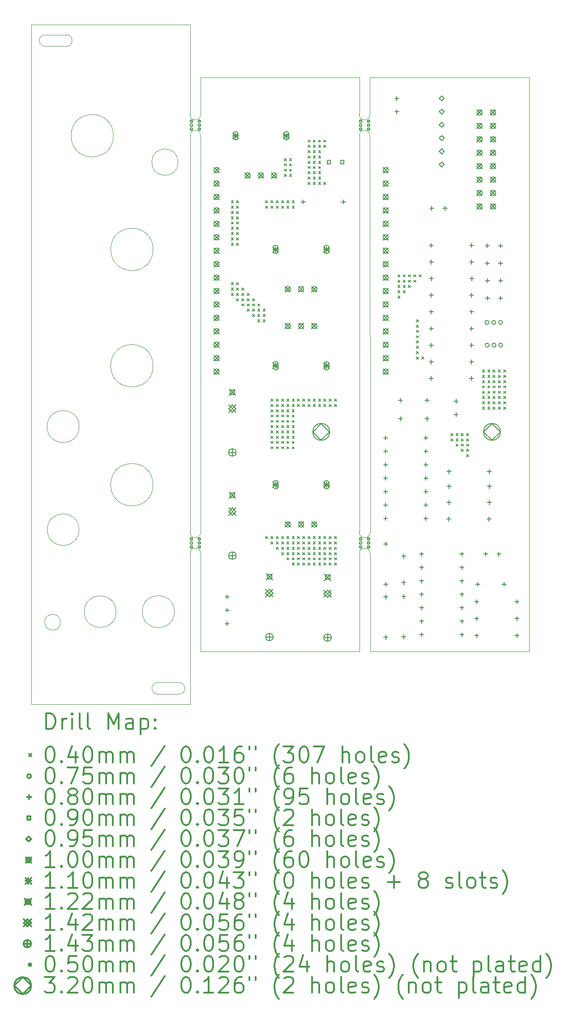
<source format=gbr>
%FSLAX45Y45*%
G04 Gerber Fmt 4.5, Leading zero omitted, Abs format (unit mm)*
G04 Created by KiCad (PCBNEW 5.1.9+dfsg1-1~bpo10+1) date 2021-11-05 16:50:28*
%MOMM*%
%LPD*%
G01*
G04 APERTURE LIST*
%TA.AperFunction,Profile*%
%ADD10C,0.100000*%
%TD*%
%ADD11C,0.200000*%
%ADD12C,0.300000*%
G04 APERTURE END LIST*
D10*
X7000000Y-6600000D02*
G75*
G02*
X7200000Y-6600000I100000J0D01*
G01*
X7200000Y-6200000D02*
G75*
G02*
X7000000Y-6200000I-100000J0D01*
G01*
X7000000Y-4500000D02*
X7000000Y-6200000D01*
X7200000Y-6200000D02*
X7200000Y-5500000D01*
X10200000Y-6600000D02*
G75*
G02*
X10400000Y-6600000I100000J0D01*
G01*
X10400000Y-6200000D02*
G75*
G02*
X10200000Y-6200000I-100000J0D01*
G01*
X10200000Y-5500000D02*
X10200000Y-6200000D01*
X10400000Y-6200000D02*
X10400000Y-5500000D01*
X12255000Y-16350000D02*
X13410000Y-16350000D01*
X13410000Y-5500000D02*
X12255000Y-5500000D01*
X10400000Y-6600000D02*
X10405000Y-14100000D01*
X10200000Y-14100000D02*
X10200000Y-6600000D01*
X10200000Y-14497990D02*
G75*
G02*
X10404980Y-14500000I102480J-2010D01*
G01*
X10405000Y-14100000D02*
G75*
G02*
X10200000Y-14100000I-102500J0D01*
G01*
X6999875Y-14500000D02*
G75*
G02*
X7200000Y-14495000I100125J0D01*
G01*
X7199926Y-14103843D02*
G75*
G02*
X7000000Y-14100000I-99926J3843D01*
G01*
X6999875Y-14500000D02*
X7000000Y-17350000D01*
X7199926Y-14103843D02*
X7200000Y-6600000D01*
X13410000Y-5500000D02*
X13410000Y-16350000D01*
X10400000Y-5500000D02*
X12255000Y-5500000D01*
X10405000Y-16350000D02*
X10404980Y-14500000D01*
X12255000Y-16350000D02*
X10405000Y-16350000D01*
X7202500Y-16350000D02*
X7200000Y-14495000D01*
X10200000Y-16350000D02*
X7202500Y-16350000D01*
X10200000Y-14497990D02*
X10200000Y-16350000D01*
X7200000Y-5500000D02*
X10200000Y-5500000D01*
X6775000Y-7100000D02*
G75*
G03*
X6775000Y-7100000I-250000J0D01*
G01*
X6390000Y-17160000D02*
X6790000Y-17160000D01*
X6390000Y-17160000D02*
G75*
G02*
X6390000Y-16940000I0J110000D01*
G01*
X6390000Y-16940000D02*
X6790000Y-16940000D01*
X6790000Y-16940000D02*
G75*
G02*
X6790000Y-17160000I0J-110000D01*
G01*
X4260000Y-4910000D02*
X4660000Y-4910000D01*
X4260000Y-4690000D02*
X4660000Y-4690000D01*
X4660000Y-4690000D02*
G75*
G02*
X4660000Y-4910000I0J-110000D01*
G01*
X4260000Y-4910000D02*
G75*
G02*
X4260000Y-4690000I0J110000D01*
G01*
X4550000Y-15800000D02*
G75*
G03*
X4550000Y-15800000I-150000J0D01*
G01*
X6300000Y-13200000D02*
G75*
G03*
X6300000Y-13200000I-400000J0D01*
G01*
X6300000Y-10950000D02*
G75*
G03*
X6300000Y-10950000I-400000J0D01*
G01*
X6300000Y-8750000D02*
G75*
G03*
X6300000Y-8750000I-400000J0D01*
G01*
X5550000Y-6600000D02*
G75*
G03*
X5550000Y-6600000I-400000J0D01*
G01*
X5600000Y-15600000D02*
G75*
G03*
X5600000Y-15600000I-300000J0D01*
G01*
X6704138Y-15600000D02*
G75*
G03*
X6704138Y-15600000I-304138J0D01*
G01*
X4900000Y-14050000D02*
G75*
G03*
X4900000Y-14050000I-300000J0D01*
G01*
X4904138Y-12100000D02*
G75*
G03*
X4904138Y-12100000I-304138J0D01*
G01*
X7000000Y-17350000D02*
X4000000Y-17350000D01*
X7000000Y-6600000D02*
X7000000Y-14100000D01*
X4000000Y-4500000D02*
X7000000Y-4500000D01*
X4000000Y-4500000D02*
X4000000Y-17350000D01*
D11*
X7780000Y-7830000D02*
X7820000Y-7870000D01*
X7820000Y-7830000D02*
X7780000Y-7870000D01*
X7780000Y-7930000D02*
X7820000Y-7970000D01*
X7820000Y-7930000D02*
X7780000Y-7970000D01*
X7780000Y-8030000D02*
X7820000Y-8070000D01*
X7820000Y-8030000D02*
X7780000Y-8070000D01*
X7780000Y-8130000D02*
X7820000Y-8170000D01*
X7820000Y-8130000D02*
X7780000Y-8170000D01*
X7780000Y-8230000D02*
X7820000Y-8270000D01*
X7820000Y-8230000D02*
X7780000Y-8270000D01*
X7780000Y-8330000D02*
X7820000Y-8370000D01*
X7820000Y-8330000D02*
X7780000Y-8370000D01*
X7780000Y-8430000D02*
X7820000Y-8470000D01*
X7820000Y-8430000D02*
X7780000Y-8470000D01*
X7780000Y-8530000D02*
X7820000Y-8570000D01*
X7820000Y-8530000D02*
X7780000Y-8570000D01*
X7780000Y-8630000D02*
X7820000Y-8670000D01*
X7820000Y-8630000D02*
X7780000Y-8670000D01*
X7780000Y-9380000D02*
X7820000Y-9420000D01*
X7820000Y-9380000D02*
X7780000Y-9420000D01*
X7780000Y-9480000D02*
X7820000Y-9520000D01*
X7820000Y-9480000D02*
X7780000Y-9520000D01*
X7780000Y-9580000D02*
X7820000Y-9620000D01*
X7820000Y-9580000D02*
X7780000Y-9620000D01*
X7880000Y-7830000D02*
X7920000Y-7870000D01*
X7920000Y-7830000D02*
X7880000Y-7870000D01*
X7880000Y-7930000D02*
X7920000Y-7970000D01*
X7920000Y-7930000D02*
X7880000Y-7970000D01*
X7880000Y-8030000D02*
X7920000Y-8070000D01*
X7920000Y-8030000D02*
X7880000Y-8070000D01*
X7880000Y-8130000D02*
X7920000Y-8170000D01*
X7920000Y-8130000D02*
X7880000Y-8170000D01*
X7880000Y-8230000D02*
X7920000Y-8270000D01*
X7920000Y-8230000D02*
X7880000Y-8270000D01*
X7880000Y-8330000D02*
X7920000Y-8370000D01*
X7920000Y-8330000D02*
X7880000Y-8370000D01*
X7880000Y-8430000D02*
X7920000Y-8470000D01*
X7920000Y-8430000D02*
X7880000Y-8470000D01*
X7880000Y-8530000D02*
X7920000Y-8570000D01*
X7920000Y-8530000D02*
X7880000Y-8570000D01*
X7880000Y-8630000D02*
X7920000Y-8670000D01*
X7920000Y-8630000D02*
X7880000Y-8670000D01*
X7880000Y-9380000D02*
X7920000Y-9420000D01*
X7920000Y-9380000D02*
X7880000Y-9420000D01*
X7880000Y-9480000D02*
X7920000Y-9520000D01*
X7920000Y-9480000D02*
X7880000Y-9520000D01*
X7880000Y-9580000D02*
X7920000Y-9620000D01*
X7920000Y-9580000D02*
X7880000Y-9620000D01*
X7880000Y-9680000D02*
X7920000Y-9720000D01*
X7920000Y-9680000D02*
X7880000Y-9720000D01*
X7980000Y-9480000D02*
X8020000Y-9520000D01*
X8020000Y-9480000D02*
X7980000Y-9520000D01*
X7980000Y-9580000D02*
X8020000Y-9620000D01*
X8020000Y-9580000D02*
X7980000Y-9620000D01*
X7980000Y-9680000D02*
X8020000Y-9720000D01*
X8020000Y-9680000D02*
X7980000Y-9720000D01*
X7980000Y-9780000D02*
X8020000Y-9820000D01*
X8020000Y-9780000D02*
X7980000Y-9820000D01*
X8080000Y-9580000D02*
X8120000Y-9620000D01*
X8120000Y-9580000D02*
X8080000Y-9620000D01*
X8080000Y-9680000D02*
X8120000Y-9720000D01*
X8120000Y-9680000D02*
X8080000Y-9720000D01*
X8080000Y-9780000D02*
X8120000Y-9820000D01*
X8120000Y-9780000D02*
X8080000Y-9820000D01*
X8080000Y-9880000D02*
X8120000Y-9920000D01*
X8120000Y-9880000D02*
X8080000Y-9920000D01*
X8180000Y-9680000D02*
X8220000Y-9720000D01*
X8220000Y-9680000D02*
X8180000Y-9720000D01*
X8180000Y-9780000D02*
X8220000Y-9820000D01*
X8220000Y-9780000D02*
X8180000Y-9820000D01*
X8180000Y-9880000D02*
X8220000Y-9920000D01*
X8220000Y-9880000D02*
X8180000Y-9920000D01*
X8180000Y-9980000D02*
X8220000Y-10020000D01*
X8220000Y-9980000D02*
X8180000Y-10020000D01*
X8280000Y-9780000D02*
X8320000Y-9820000D01*
X8320000Y-9780000D02*
X8280000Y-9820000D01*
X8280000Y-9880000D02*
X8320000Y-9920000D01*
X8320000Y-9880000D02*
X8280000Y-9920000D01*
X8280000Y-9980000D02*
X8320000Y-10020000D01*
X8320000Y-9980000D02*
X8280000Y-10020000D01*
X8280000Y-10080000D02*
X8320000Y-10120000D01*
X8320000Y-10080000D02*
X8280000Y-10120000D01*
X8380000Y-9880000D02*
X8420000Y-9920000D01*
X8420000Y-9880000D02*
X8380000Y-9920000D01*
X8380000Y-9980000D02*
X8420000Y-10020000D01*
X8420000Y-9980000D02*
X8380000Y-10020000D01*
X8380000Y-10080000D02*
X8420000Y-10120000D01*
X8420000Y-10080000D02*
X8380000Y-10120000D01*
X8430000Y-7830000D02*
X8470000Y-7870000D01*
X8470000Y-7830000D02*
X8430000Y-7870000D01*
X8430000Y-7930000D02*
X8470000Y-7970000D01*
X8470000Y-7930000D02*
X8430000Y-7970000D01*
X8430000Y-14180000D02*
X8470000Y-14220000D01*
X8470000Y-14180000D02*
X8430000Y-14220000D01*
X8530000Y-7830000D02*
X8570000Y-7870000D01*
X8570000Y-7830000D02*
X8530000Y-7870000D01*
X8530000Y-7930000D02*
X8570000Y-7970000D01*
X8570000Y-7930000D02*
X8530000Y-7970000D01*
X8530000Y-11580000D02*
X8570000Y-11620000D01*
X8570000Y-11580000D02*
X8530000Y-11620000D01*
X8530000Y-11680000D02*
X8570000Y-11720000D01*
X8570000Y-11680000D02*
X8530000Y-11720000D01*
X8530000Y-11780000D02*
X8570000Y-11820000D01*
X8570000Y-11780000D02*
X8530000Y-11820000D01*
X8530000Y-11880000D02*
X8570000Y-11920000D01*
X8570000Y-11880000D02*
X8530000Y-11920000D01*
X8530000Y-11980000D02*
X8570000Y-12020000D01*
X8570000Y-11980000D02*
X8530000Y-12020000D01*
X8530000Y-12080000D02*
X8570000Y-12120000D01*
X8570000Y-12080000D02*
X8530000Y-12120000D01*
X8530000Y-12180000D02*
X8570000Y-12220000D01*
X8570000Y-12180000D02*
X8530000Y-12220000D01*
X8530000Y-12280000D02*
X8570000Y-12320000D01*
X8570000Y-12280000D02*
X8530000Y-12320000D01*
X8530000Y-12380000D02*
X8570000Y-12420000D01*
X8570000Y-12380000D02*
X8530000Y-12420000D01*
X8530000Y-12480000D02*
X8570000Y-12520000D01*
X8570000Y-12480000D02*
X8530000Y-12520000D01*
X8530000Y-14180000D02*
X8570000Y-14220000D01*
X8570000Y-14180000D02*
X8530000Y-14220000D01*
X8530000Y-14280000D02*
X8570000Y-14320000D01*
X8570000Y-14280000D02*
X8530000Y-14320000D01*
X8630000Y-7830000D02*
X8670000Y-7870000D01*
X8670000Y-7830000D02*
X8630000Y-7870000D01*
X8630000Y-7930000D02*
X8670000Y-7970000D01*
X8670000Y-7930000D02*
X8630000Y-7970000D01*
X8630000Y-11580000D02*
X8670000Y-11620000D01*
X8670000Y-11580000D02*
X8630000Y-11620000D01*
X8630000Y-11680000D02*
X8670000Y-11720000D01*
X8670000Y-11680000D02*
X8630000Y-11720000D01*
X8630000Y-11780000D02*
X8670000Y-11820000D01*
X8670000Y-11780000D02*
X8630000Y-11820000D01*
X8630000Y-11880000D02*
X8670000Y-11920000D01*
X8670000Y-11880000D02*
X8630000Y-11920000D01*
X8630000Y-11980000D02*
X8670000Y-12020000D01*
X8670000Y-11980000D02*
X8630000Y-12020000D01*
X8630000Y-12080000D02*
X8670000Y-12120000D01*
X8670000Y-12080000D02*
X8630000Y-12120000D01*
X8630000Y-12180000D02*
X8670000Y-12220000D01*
X8670000Y-12180000D02*
X8630000Y-12220000D01*
X8630000Y-12280000D02*
X8670000Y-12320000D01*
X8670000Y-12280000D02*
X8630000Y-12320000D01*
X8630000Y-12380000D02*
X8670000Y-12420000D01*
X8670000Y-12380000D02*
X8630000Y-12420000D01*
X8630000Y-12480000D02*
X8670000Y-12520000D01*
X8670000Y-12480000D02*
X8630000Y-12520000D01*
X8630000Y-14180000D02*
X8670000Y-14220000D01*
X8670000Y-14180000D02*
X8630000Y-14220000D01*
X8630000Y-14280000D02*
X8670000Y-14320000D01*
X8670000Y-14280000D02*
X8630000Y-14320000D01*
X8630000Y-14380000D02*
X8670000Y-14420000D01*
X8670000Y-14380000D02*
X8630000Y-14420000D01*
X8730000Y-7830000D02*
X8770000Y-7870000D01*
X8770000Y-7830000D02*
X8730000Y-7870000D01*
X8730000Y-7930000D02*
X8770000Y-7970000D01*
X8770000Y-7930000D02*
X8730000Y-7970000D01*
X8730000Y-11580000D02*
X8770000Y-11620000D01*
X8770000Y-11580000D02*
X8730000Y-11620000D01*
X8730000Y-11680000D02*
X8770000Y-11720000D01*
X8770000Y-11680000D02*
X8730000Y-11720000D01*
X8730000Y-11780000D02*
X8770000Y-11820000D01*
X8770000Y-11780000D02*
X8730000Y-11820000D01*
X8730000Y-11880000D02*
X8770000Y-11920000D01*
X8770000Y-11880000D02*
X8730000Y-11920000D01*
X8730000Y-11980000D02*
X8770000Y-12020000D01*
X8770000Y-11980000D02*
X8730000Y-12020000D01*
X8730000Y-12080000D02*
X8770000Y-12120000D01*
X8770000Y-12080000D02*
X8730000Y-12120000D01*
X8730000Y-12180000D02*
X8770000Y-12220000D01*
X8770000Y-12180000D02*
X8730000Y-12220000D01*
X8730000Y-12280000D02*
X8770000Y-12320000D01*
X8770000Y-12280000D02*
X8730000Y-12320000D01*
X8730000Y-12380000D02*
X8770000Y-12420000D01*
X8770000Y-12380000D02*
X8730000Y-12420000D01*
X8730000Y-12480000D02*
X8770000Y-12520000D01*
X8770000Y-12480000D02*
X8730000Y-12520000D01*
X8730000Y-14180000D02*
X8770000Y-14220000D01*
X8770000Y-14180000D02*
X8730000Y-14220000D01*
X8730000Y-14280000D02*
X8770000Y-14320000D01*
X8770000Y-14280000D02*
X8730000Y-14320000D01*
X8730000Y-14380000D02*
X8770000Y-14420000D01*
X8770000Y-14380000D02*
X8730000Y-14420000D01*
X8730000Y-14480000D02*
X8770000Y-14520000D01*
X8770000Y-14480000D02*
X8730000Y-14520000D01*
X8780000Y-7030000D02*
X8820000Y-7070000D01*
X8820000Y-7030000D02*
X8780000Y-7070000D01*
X8780000Y-7130000D02*
X8820000Y-7170000D01*
X8820000Y-7130000D02*
X8780000Y-7170000D01*
X8780000Y-7230000D02*
X8820000Y-7270000D01*
X8820000Y-7230000D02*
X8780000Y-7270000D01*
X8780000Y-7330000D02*
X8820000Y-7370000D01*
X8820000Y-7330000D02*
X8780000Y-7370000D01*
X8830000Y-7830000D02*
X8870000Y-7870000D01*
X8870000Y-7830000D02*
X8830000Y-7870000D01*
X8830000Y-7930000D02*
X8870000Y-7970000D01*
X8870000Y-7930000D02*
X8830000Y-7970000D01*
X8830000Y-11580000D02*
X8870000Y-11620000D01*
X8870000Y-11580000D02*
X8830000Y-11620000D01*
X8830000Y-11680000D02*
X8870000Y-11720000D01*
X8870000Y-11680000D02*
X8830000Y-11720000D01*
X8830000Y-11780000D02*
X8870000Y-11820000D01*
X8870000Y-11780000D02*
X8830000Y-11820000D01*
X8830000Y-11880000D02*
X8870000Y-11920000D01*
X8870000Y-11880000D02*
X8830000Y-11920000D01*
X8830000Y-11980000D02*
X8870000Y-12020000D01*
X8870000Y-11980000D02*
X8830000Y-12020000D01*
X8830000Y-12080000D02*
X8870000Y-12120000D01*
X8870000Y-12080000D02*
X8830000Y-12120000D01*
X8830000Y-12180000D02*
X8870000Y-12220000D01*
X8870000Y-12180000D02*
X8830000Y-12220000D01*
X8830000Y-12280000D02*
X8870000Y-12320000D01*
X8870000Y-12280000D02*
X8830000Y-12320000D01*
X8830000Y-12380000D02*
X8870000Y-12420000D01*
X8870000Y-12380000D02*
X8830000Y-12420000D01*
X8830000Y-12480000D02*
X8870000Y-12520000D01*
X8870000Y-12480000D02*
X8830000Y-12520000D01*
X8830000Y-14180000D02*
X8870000Y-14220000D01*
X8870000Y-14180000D02*
X8830000Y-14220000D01*
X8830000Y-14280000D02*
X8870000Y-14320000D01*
X8870000Y-14280000D02*
X8830000Y-14320000D01*
X8830000Y-14380000D02*
X8870000Y-14420000D01*
X8870000Y-14380000D02*
X8830000Y-14420000D01*
X8830000Y-14480000D02*
X8870000Y-14520000D01*
X8870000Y-14480000D02*
X8830000Y-14520000D01*
X8830000Y-14580000D02*
X8870000Y-14620000D01*
X8870000Y-14580000D02*
X8830000Y-14620000D01*
X8880000Y-7030000D02*
X8920000Y-7070000D01*
X8920000Y-7030000D02*
X8880000Y-7070000D01*
X8880000Y-7130000D02*
X8920000Y-7170000D01*
X8920000Y-7130000D02*
X8880000Y-7170000D01*
X8880000Y-7230000D02*
X8920000Y-7270000D01*
X8920000Y-7230000D02*
X8880000Y-7270000D01*
X8880000Y-7330000D02*
X8920000Y-7370000D01*
X8920000Y-7330000D02*
X8880000Y-7370000D01*
X8930000Y-7830000D02*
X8970000Y-7870000D01*
X8970000Y-7830000D02*
X8930000Y-7870000D01*
X8930000Y-7930000D02*
X8970000Y-7970000D01*
X8970000Y-7930000D02*
X8930000Y-7970000D01*
X8930000Y-11580000D02*
X8970000Y-11620000D01*
X8970000Y-11580000D02*
X8930000Y-11620000D01*
X8930000Y-11680000D02*
X8970000Y-11720000D01*
X8970000Y-11680000D02*
X8930000Y-11720000D01*
X8930000Y-11780000D02*
X8970000Y-11820000D01*
X8970000Y-11780000D02*
X8930000Y-11820000D01*
X8930000Y-11880000D02*
X8970000Y-11920000D01*
X8970000Y-11880000D02*
X8930000Y-11920000D01*
X8930000Y-11980000D02*
X8970000Y-12020000D01*
X8970000Y-11980000D02*
X8930000Y-12020000D01*
X8930000Y-12080000D02*
X8970000Y-12120000D01*
X8970000Y-12080000D02*
X8930000Y-12120000D01*
X8930000Y-12180000D02*
X8970000Y-12220000D01*
X8970000Y-12180000D02*
X8930000Y-12220000D01*
X8930000Y-12280000D02*
X8970000Y-12320000D01*
X8970000Y-12280000D02*
X8930000Y-12320000D01*
X8930000Y-12380000D02*
X8970000Y-12420000D01*
X8970000Y-12380000D02*
X8930000Y-12420000D01*
X8930000Y-12480000D02*
X8970000Y-12520000D01*
X8970000Y-12480000D02*
X8930000Y-12520000D01*
X8930000Y-14180000D02*
X8970000Y-14220000D01*
X8970000Y-14180000D02*
X8930000Y-14220000D01*
X8930000Y-14280000D02*
X8970000Y-14320000D01*
X8970000Y-14280000D02*
X8930000Y-14320000D01*
X8930000Y-14380000D02*
X8970000Y-14420000D01*
X8970000Y-14380000D02*
X8930000Y-14420000D01*
X8930000Y-14480000D02*
X8970000Y-14520000D01*
X8970000Y-14480000D02*
X8930000Y-14520000D01*
X8930000Y-14580000D02*
X8970000Y-14620000D01*
X8970000Y-14580000D02*
X8930000Y-14620000D01*
X8930000Y-14680000D02*
X8970000Y-14720000D01*
X8970000Y-14680000D02*
X8930000Y-14720000D01*
X9030000Y-11580000D02*
X9070000Y-11620000D01*
X9070000Y-11580000D02*
X9030000Y-11620000D01*
X9030000Y-11680000D02*
X9070000Y-11720000D01*
X9070000Y-11680000D02*
X9030000Y-11720000D01*
X9030000Y-14180000D02*
X9070000Y-14220000D01*
X9070000Y-14180000D02*
X9030000Y-14220000D01*
X9030000Y-14280000D02*
X9070000Y-14320000D01*
X9070000Y-14280000D02*
X9030000Y-14320000D01*
X9030000Y-14380000D02*
X9070000Y-14420000D01*
X9070000Y-14380000D02*
X9030000Y-14420000D01*
X9030000Y-14480000D02*
X9070000Y-14520000D01*
X9070000Y-14480000D02*
X9030000Y-14520000D01*
X9030000Y-14580000D02*
X9070000Y-14620000D01*
X9070000Y-14580000D02*
X9030000Y-14620000D01*
X9030000Y-14680000D02*
X9070000Y-14720000D01*
X9070000Y-14680000D02*
X9030000Y-14720000D01*
X9130000Y-11580000D02*
X9170000Y-11620000D01*
X9170000Y-11580000D02*
X9130000Y-11620000D01*
X9130000Y-11680000D02*
X9170000Y-11720000D01*
X9170000Y-11680000D02*
X9130000Y-11720000D01*
X9130000Y-14180000D02*
X9170000Y-14220000D01*
X9170000Y-14180000D02*
X9130000Y-14220000D01*
X9130000Y-14280000D02*
X9170000Y-14320000D01*
X9170000Y-14280000D02*
X9130000Y-14320000D01*
X9130000Y-14380000D02*
X9170000Y-14420000D01*
X9170000Y-14380000D02*
X9130000Y-14420000D01*
X9130000Y-14480000D02*
X9170000Y-14520000D01*
X9170000Y-14480000D02*
X9130000Y-14520000D01*
X9130000Y-14580000D02*
X9170000Y-14620000D01*
X9170000Y-14580000D02*
X9130000Y-14620000D01*
X9130000Y-14680000D02*
X9170000Y-14720000D01*
X9170000Y-14680000D02*
X9130000Y-14720000D01*
X9230000Y-6680000D02*
X9270000Y-6720000D01*
X9270000Y-6680000D02*
X9230000Y-6720000D01*
X9230000Y-6780000D02*
X9270000Y-6820000D01*
X9270000Y-6780000D02*
X9230000Y-6820000D01*
X9230000Y-6880000D02*
X9270000Y-6920000D01*
X9270000Y-6880000D02*
X9230000Y-6920000D01*
X9230000Y-6980000D02*
X9270000Y-7020000D01*
X9270000Y-6980000D02*
X9230000Y-7020000D01*
X9230000Y-7080000D02*
X9270000Y-7120000D01*
X9270000Y-7080000D02*
X9230000Y-7120000D01*
X9230000Y-7180000D02*
X9270000Y-7220000D01*
X9270000Y-7180000D02*
X9230000Y-7220000D01*
X9230000Y-7280000D02*
X9270000Y-7320000D01*
X9270000Y-7280000D02*
X9230000Y-7320000D01*
X9230000Y-7380000D02*
X9270000Y-7420000D01*
X9270000Y-7380000D02*
X9230000Y-7420000D01*
X9230000Y-7480000D02*
X9270000Y-7520000D01*
X9270000Y-7480000D02*
X9230000Y-7520000D01*
X9230000Y-11580000D02*
X9270000Y-11620000D01*
X9270000Y-11580000D02*
X9230000Y-11620000D01*
X9230000Y-11680000D02*
X9270000Y-11720000D01*
X9270000Y-11680000D02*
X9230000Y-11720000D01*
X9230000Y-14180000D02*
X9270000Y-14220000D01*
X9270000Y-14180000D02*
X9230000Y-14220000D01*
X9230000Y-14280000D02*
X9270000Y-14320000D01*
X9270000Y-14280000D02*
X9230000Y-14320000D01*
X9230000Y-14380000D02*
X9270000Y-14420000D01*
X9270000Y-14380000D02*
X9230000Y-14420000D01*
X9230000Y-14480000D02*
X9270000Y-14520000D01*
X9270000Y-14480000D02*
X9230000Y-14520000D01*
X9230000Y-14580000D02*
X9270000Y-14620000D01*
X9270000Y-14580000D02*
X9230000Y-14620000D01*
X9230000Y-14680000D02*
X9270000Y-14720000D01*
X9270000Y-14680000D02*
X9230000Y-14720000D01*
X9330000Y-6680000D02*
X9370000Y-6720000D01*
X9370000Y-6680000D02*
X9330000Y-6720000D01*
X9330000Y-6780000D02*
X9370000Y-6820000D01*
X9370000Y-6780000D02*
X9330000Y-6820000D01*
X9330000Y-6880000D02*
X9370000Y-6920000D01*
X9370000Y-6880000D02*
X9330000Y-6920000D01*
X9330000Y-6980000D02*
X9370000Y-7020000D01*
X9370000Y-6980000D02*
X9330000Y-7020000D01*
X9330000Y-7080000D02*
X9370000Y-7120000D01*
X9370000Y-7080000D02*
X9330000Y-7120000D01*
X9330000Y-7180000D02*
X9370000Y-7220000D01*
X9370000Y-7180000D02*
X9330000Y-7220000D01*
X9330000Y-7280000D02*
X9370000Y-7320000D01*
X9370000Y-7280000D02*
X9330000Y-7320000D01*
X9330000Y-7380000D02*
X9370000Y-7420000D01*
X9370000Y-7380000D02*
X9330000Y-7420000D01*
X9330000Y-7480000D02*
X9370000Y-7520000D01*
X9370000Y-7480000D02*
X9330000Y-7520000D01*
X9330000Y-11580000D02*
X9370000Y-11620000D01*
X9370000Y-11580000D02*
X9330000Y-11620000D01*
X9330000Y-11680000D02*
X9370000Y-11720000D01*
X9370000Y-11680000D02*
X9330000Y-11720000D01*
X9330000Y-14180000D02*
X9370000Y-14220000D01*
X9370000Y-14180000D02*
X9330000Y-14220000D01*
X9330000Y-14280000D02*
X9370000Y-14320000D01*
X9370000Y-14280000D02*
X9330000Y-14320000D01*
X9330000Y-14380000D02*
X9370000Y-14420000D01*
X9370000Y-14380000D02*
X9330000Y-14420000D01*
X9330000Y-14480000D02*
X9370000Y-14520000D01*
X9370000Y-14480000D02*
X9330000Y-14520000D01*
X9330000Y-14580000D02*
X9370000Y-14620000D01*
X9370000Y-14580000D02*
X9330000Y-14620000D01*
X9330000Y-14680000D02*
X9370000Y-14720000D01*
X9370000Y-14680000D02*
X9330000Y-14720000D01*
X9430000Y-6680000D02*
X9470000Y-6720000D01*
X9470000Y-6680000D02*
X9430000Y-6720000D01*
X9430000Y-6780000D02*
X9470000Y-6820000D01*
X9470000Y-6780000D02*
X9430000Y-6820000D01*
X9430000Y-6880000D02*
X9470000Y-6920000D01*
X9470000Y-6880000D02*
X9430000Y-6920000D01*
X9430000Y-6980000D02*
X9470000Y-7020000D01*
X9470000Y-6980000D02*
X9430000Y-7020000D01*
X9430000Y-7080000D02*
X9470000Y-7120000D01*
X9470000Y-7080000D02*
X9430000Y-7120000D01*
X9430000Y-7180000D02*
X9470000Y-7220000D01*
X9470000Y-7180000D02*
X9430000Y-7220000D01*
X9430000Y-7280000D02*
X9470000Y-7320000D01*
X9470000Y-7280000D02*
X9430000Y-7320000D01*
X9430000Y-7380000D02*
X9470000Y-7420000D01*
X9470000Y-7380000D02*
X9430000Y-7420000D01*
X9430000Y-7480000D02*
X9470000Y-7520000D01*
X9470000Y-7480000D02*
X9430000Y-7520000D01*
X9430000Y-11580000D02*
X9470000Y-11620000D01*
X9470000Y-11580000D02*
X9430000Y-11620000D01*
X9430000Y-11680000D02*
X9470000Y-11720000D01*
X9470000Y-11680000D02*
X9430000Y-11720000D01*
X9430000Y-14180000D02*
X9470000Y-14220000D01*
X9470000Y-14180000D02*
X9430000Y-14220000D01*
X9430000Y-14280000D02*
X9470000Y-14320000D01*
X9470000Y-14280000D02*
X9430000Y-14320000D01*
X9430000Y-14380000D02*
X9470000Y-14420000D01*
X9470000Y-14380000D02*
X9430000Y-14420000D01*
X9430000Y-14480000D02*
X9470000Y-14520000D01*
X9470000Y-14480000D02*
X9430000Y-14520000D01*
X9430000Y-14580000D02*
X9470000Y-14620000D01*
X9470000Y-14580000D02*
X9430000Y-14620000D01*
X9430000Y-14680000D02*
X9470000Y-14720000D01*
X9470000Y-14680000D02*
X9430000Y-14720000D01*
X9530000Y-6680000D02*
X9570000Y-6720000D01*
X9570000Y-6680000D02*
X9530000Y-6720000D01*
X9530000Y-6780000D02*
X9570000Y-6820000D01*
X9570000Y-6780000D02*
X9530000Y-6820000D01*
X9530000Y-7480000D02*
X9570000Y-7520000D01*
X9570000Y-7480000D02*
X9530000Y-7520000D01*
X9530000Y-11580000D02*
X9570000Y-11620000D01*
X9570000Y-11580000D02*
X9530000Y-11620000D01*
X9530000Y-11680000D02*
X9570000Y-11720000D01*
X9570000Y-11680000D02*
X9530000Y-11720000D01*
X9530000Y-14180000D02*
X9570000Y-14220000D01*
X9570000Y-14180000D02*
X9530000Y-14220000D01*
X9530000Y-14280000D02*
X9570000Y-14320000D01*
X9570000Y-14280000D02*
X9530000Y-14320000D01*
X9530000Y-14380000D02*
X9570000Y-14420000D01*
X9570000Y-14380000D02*
X9530000Y-14420000D01*
X9530000Y-14480000D02*
X9570000Y-14520000D01*
X9570000Y-14480000D02*
X9530000Y-14520000D01*
X9530000Y-14580000D02*
X9570000Y-14620000D01*
X9570000Y-14580000D02*
X9530000Y-14620000D01*
X9530000Y-14680000D02*
X9570000Y-14720000D01*
X9570000Y-14680000D02*
X9530000Y-14720000D01*
X9630000Y-11580000D02*
X9670000Y-11620000D01*
X9670000Y-11580000D02*
X9630000Y-11620000D01*
X9630000Y-11680000D02*
X9670000Y-11720000D01*
X9670000Y-11680000D02*
X9630000Y-11720000D01*
X9630000Y-14180000D02*
X9670000Y-14220000D01*
X9670000Y-14180000D02*
X9630000Y-14220000D01*
X9630000Y-14280000D02*
X9670000Y-14320000D01*
X9670000Y-14280000D02*
X9630000Y-14320000D01*
X9630000Y-14380000D02*
X9670000Y-14420000D01*
X9670000Y-14380000D02*
X9630000Y-14420000D01*
X9630000Y-14480000D02*
X9670000Y-14520000D01*
X9670000Y-14480000D02*
X9630000Y-14520000D01*
X9630000Y-14580000D02*
X9670000Y-14620000D01*
X9670000Y-14580000D02*
X9630000Y-14620000D01*
X9630000Y-14680000D02*
X9670000Y-14720000D01*
X9670000Y-14680000D02*
X9630000Y-14720000D01*
X9730000Y-11580000D02*
X9770000Y-11620000D01*
X9770000Y-11580000D02*
X9730000Y-11620000D01*
X9730000Y-11680000D02*
X9770000Y-11720000D01*
X9770000Y-11680000D02*
X9730000Y-11720000D01*
X9730000Y-14180000D02*
X9770000Y-14220000D01*
X9770000Y-14180000D02*
X9730000Y-14220000D01*
X9730000Y-14280000D02*
X9770000Y-14320000D01*
X9770000Y-14280000D02*
X9730000Y-14320000D01*
X9730000Y-14380000D02*
X9770000Y-14420000D01*
X9770000Y-14380000D02*
X9730000Y-14420000D01*
X9730000Y-14480000D02*
X9770000Y-14520000D01*
X9770000Y-14480000D02*
X9730000Y-14520000D01*
X9730000Y-14580000D02*
X9770000Y-14620000D01*
X9770000Y-14580000D02*
X9730000Y-14620000D01*
X9730000Y-14680000D02*
X9770000Y-14720000D01*
X9770000Y-14680000D02*
X9730000Y-14720000D01*
X10930000Y-9230000D02*
X10970000Y-9270000D01*
X10970000Y-9230000D02*
X10930000Y-9270000D01*
X10930000Y-9330000D02*
X10970000Y-9370000D01*
X10970000Y-9330000D02*
X10930000Y-9370000D01*
X10930000Y-9430000D02*
X10970000Y-9470000D01*
X10970000Y-9430000D02*
X10930000Y-9470000D01*
X10930000Y-9530000D02*
X10970000Y-9570000D01*
X10970000Y-9530000D02*
X10930000Y-9570000D01*
X10930000Y-9630000D02*
X10970000Y-9670000D01*
X10970000Y-9630000D02*
X10930000Y-9670000D01*
X11030000Y-9230000D02*
X11070000Y-9270000D01*
X11070000Y-9230000D02*
X11030000Y-9270000D01*
X11030000Y-9330000D02*
X11070000Y-9370000D01*
X11070000Y-9330000D02*
X11030000Y-9370000D01*
X11030000Y-9430000D02*
X11070000Y-9470000D01*
X11070000Y-9430000D02*
X11030000Y-9470000D01*
X11030000Y-9530000D02*
X11070000Y-9570000D01*
X11070000Y-9530000D02*
X11030000Y-9570000D01*
X11130000Y-9230000D02*
X11170000Y-9270000D01*
X11170000Y-9230000D02*
X11130000Y-9270000D01*
X11130000Y-9330000D02*
X11170000Y-9370000D01*
X11170000Y-9330000D02*
X11130000Y-9370000D01*
X11130000Y-9430000D02*
X11170000Y-9470000D01*
X11170000Y-9430000D02*
X11130000Y-9470000D01*
X11230000Y-9230000D02*
X11270000Y-9270000D01*
X11270000Y-9230000D02*
X11230000Y-9270000D01*
X11230000Y-9330000D02*
X11270000Y-9370000D01*
X11270000Y-9330000D02*
X11230000Y-9370000D01*
X11280000Y-10080000D02*
X11320000Y-10120000D01*
X11320000Y-10080000D02*
X11280000Y-10120000D01*
X11280000Y-10180000D02*
X11320000Y-10220000D01*
X11320000Y-10180000D02*
X11280000Y-10220000D01*
X11280000Y-10280000D02*
X11320000Y-10320000D01*
X11320000Y-10280000D02*
X11280000Y-10320000D01*
X11280000Y-10380000D02*
X11320000Y-10420000D01*
X11320000Y-10380000D02*
X11280000Y-10420000D01*
X11280000Y-10480000D02*
X11320000Y-10520000D01*
X11320000Y-10480000D02*
X11280000Y-10520000D01*
X11280000Y-10580000D02*
X11320000Y-10620000D01*
X11320000Y-10580000D02*
X11280000Y-10620000D01*
X11280000Y-10680000D02*
X11320000Y-10720000D01*
X11320000Y-10680000D02*
X11280000Y-10720000D01*
X11280000Y-10780000D02*
X11320000Y-10820000D01*
X11320000Y-10780000D02*
X11280000Y-10820000D01*
X11330000Y-9230000D02*
X11370000Y-9270000D01*
X11370000Y-9230000D02*
X11330000Y-9270000D01*
X11380000Y-10780000D02*
X11420000Y-10820000D01*
X11420000Y-10780000D02*
X11380000Y-10820000D01*
X11930000Y-12230000D02*
X11970000Y-12270000D01*
X11970000Y-12230000D02*
X11930000Y-12270000D01*
X11930000Y-12330000D02*
X11970000Y-12370000D01*
X11970000Y-12330000D02*
X11930000Y-12370000D01*
X12030000Y-12230000D02*
X12070000Y-12270000D01*
X12070000Y-12230000D02*
X12030000Y-12270000D01*
X12030000Y-12330000D02*
X12070000Y-12370000D01*
X12070000Y-12330000D02*
X12030000Y-12370000D01*
X12030000Y-12430000D02*
X12070000Y-12470000D01*
X12070000Y-12430000D02*
X12030000Y-12470000D01*
X12130000Y-12230000D02*
X12170000Y-12270000D01*
X12170000Y-12230000D02*
X12130000Y-12270000D01*
X12130000Y-12330000D02*
X12170000Y-12370000D01*
X12170000Y-12330000D02*
X12130000Y-12370000D01*
X12130000Y-12430000D02*
X12170000Y-12470000D01*
X12170000Y-12430000D02*
X12130000Y-12470000D01*
X12130000Y-12530000D02*
X12170000Y-12570000D01*
X12170000Y-12530000D02*
X12130000Y-12570000D01*
X12230000Y-12230000D02*
X12270000Y-12270000D01*
X12270000Y-12230000D02*
X12230000Y-12270000D01*
X12230000Y-12330000D02*
X12270000Y-12370000D01*
X12270000Y-12330000D02*
X12230000Y-12370000D01*
X12230000Y-12430000D02*
X12270000Y-12470000D01*
X12270000Y-12430000D02*
X12230000Y-12470000D01*
X12230000Y-12530000D02*
X12270000Y-12570000D01*
X12270000Y-12530000D02*
X12230000Y-12570000D01*
X12230000Y-12630000D02*
X12270000Y-12670000D01*
X12270000Y-12630000D02*
X12230000Y-12670000D01*
X12530000Y-11030000D02*
X12570000Y-11070000D01*
X12570000Y-11030000D02*
X12530000Y-11070000D01*
X12530000Y-11130000D02*
X12570000Y-11170000D01*
X12570000Y-11130000D02*
X12530000Y-11170000D01*
X12530000Y-11230000D02*
X12570000Y-11270000D01*
X12570000Y-11230000D02*
X12530000Y-11270000D01*
X12530000Y-11330000D02*
X12570000Y-11370000D01*
X12570000Y-11330000D02*
X12530000Y-11370000D01*
X12530000Y-11430000D02*
X12570000Y-11470000D01*
X12570000Y-11430000D02*
X12530000Y-11470000D01*
X12530000Y-11530000D02*
X12570000Y-11570000D01*
X12570000Y-11530000D02*
X12530000Y-11570000D01*
X12530000Y-11630000D02*
X12570000Y-11670000D01*
X12570000Y-11630000D02*
X12530000Y-11670000D01*
X12530000Y-11730000D02*
X12570000Y-11770000D01*
X12570000Y-11730000D02*
X12530000Y-11770000D01*
X12630000Y-11030000D02*
X12670000Y-11070000D01*
X12670000Y-11030000D02*
X12630000Y-11070000D01*
X12630000Y-11130000D02*
X12670000Y-11170000D01*
X12670000Y-11130000D02*
X12630000Y-11170000D01*
X12630000Y-11230000D02*
X12670000Y-11270000D01*
X12670000Y-11230000D02*
X12630000Y-11270000D01*
X12630000Y-11330000D02*
X12670000Y-11370000D01*
X12670000Y-11330000D02*
X12630000Y-11370000D01*
X12630000Y-11430000D02*
X12670000Y-11470000D01*
X12670000Y-11430000D02*
X12630000Y-11470000D01*
X12630000Y-11530000D02*
X12670000Y-11570000D01*
X12670000Y-11530000D02*
X12630000Y-11570000D01*
X12630000Y-11630000D02*
X12670000Y-11670000D01*
X12670000Y-11630000D02*
X12630000Y-11670000D01*
X12630000Y-11730000D02*
X12670000Y-11770000D01*
X12670000Y-11730000D02*
X12630000Y-11770000D01*
X12730000Y-11030000D02*
X12770000Y-11070000D01*
X12770000Y-11030000D02*
X12730000Y-11070000D01*
X12730000Y-11130000D02*
X12770000Y-11170000D01*
X12770000Y-11130000D02*
X12730000Y-11170000D01*
X12730000Y-11230000D02*
X12770000Y-11270000D01*
X12770000Y-11230000D02*
X12730000Y-11270000D01*
X12730000Y-11330000D02*
X12770000Y-11370000D01*
X12770000Y-11330000D02*
X12730000Y-11370000D01*
X12730000Y-11430000D02*
X12770000Y-11470000D01*
X12770000Y-11430000D02*
X12730000Y-11470000D01*
X12730000Y-11530000D02*
X12770000Y-11570000D01*
X12770000Y-11530000D02*
X12730000Y-11570000D01*
X12730000Y-11630000D02*
X12770000Y-11670000D01*
X12770000Y-11630000D02*
X12730000Y-11670000D01*
X12730000Y-11730000D02*
X12770000Y-11770000D01*
X12770000Y-11730000D02*
X12730000Y-11770000D01*
X12830000Y-11030000D02*
X12870000Y-11070000D01*
X12870000Y-11030000D02*
X12830000Y-11070000D01*
X12830000Y-11130000D02*
X12870000Y-11170000D01*
X12870000Y-11130000D02*
X12830000Y-11170000D01*
X12830000Y-11230000D02*
X12870000Y-11270000D01*
X12870000Y-11230000D02*
X12830000Y-11270000D01*
X12830000Y-11330000D02*
X12870000Y-11370000D01*
X12870000Y-11330000D02*
X12830000Y-11370000D01*
X12830000Y-11430000D02*
X12870000Y-11470000D01*
X12870000Y-11430000D02*
X12830000Y-11470000D01*
X12830000Y-11530000D02*
X12870000Y-11570000D01*
X12870000Y-11530000D02*
X12830000Y-11570000D01*
X12830000Y-11630000D02*
X12870000Y-11670000D01*
X12870000Y-11630000D02*
X12830000Y-11670000D01*
X12830000Y-11730000D02*
X12870000Y-11770000D01*
X12870000Y-11730000D02*
X12830000Y-11770000D01*
X12930000Y-11030000D02*
X12970000Y-11070000D01*
X12970000Y-11030000D02*
X12930000Y-11070000D01*
X12930000Y-11130000D02*
X12970000Y-11170000D01*
X12970000Y-11130000D02*
X12930000Y-11170000D01*
X12930000Y-11230000D02*
X12970000Y-11270000D01*
X12970000Y-11230000D02*
X12930000Y-11270000D01*
X12930000Y-11330000D02*
X12970000Y-11370000D01*
X12970000Y-11330000D02*
X12930000Y-11370000D01*
X12930000Y-11430000D02*
X12970000Y-11470000D01*
X12970000Y-11430000D02*
X12930000Y-11470000D01*
X12930000Y-11530000D02*
X12970000Y-11570000D01*
X12970000Y-11530000D02*
X12930000Y-11570000D01*
X12930000Y-11630000D02*
X12970000Y-11670000D01*
X12970000Y-11630000D02*
X12930000Y-11670000D01*
X12930000Y-11730000D02*
X12970000Y-11770000D01*
X12970000Y-11730000D02*
X12930000Y-11770000D01*
X12653500Y-10130000D02*
G75*
G03*
X12653500Y-10130000I-37500J0D01*
G01*
X12657500Y-10560000D02*
G75*
G03*
X12657500Y-10560000I-37500J0D01*
G01*
X12780500Y-10130000D02*
G75*
G03*
X12780500Y-10130000I-37500J0D01*
G01*
X12784500Y-10560000D02*
G75*
G03*
X12784500Y-10560000I-37500J0D01*
G01*
X12907500Y-10130000D02*
G75*
G03*
X12907500Y-10130000I-37500J0D01*
G01*
X12911500Y-10560000D02*
G75*
G03*
X12911500Y-10560000I-37500J0D01*
G01*
X7700000Y-15277000D02*
X7700000Y-15357000D01*
X7660000Y-15317000D02*
X7740000Y-15317000D01*
X7700000Y-15531000D02*
X7700000Y-15611000D01*
X7660000Y-15571000D02*
X7740000Y-15571000D01*
X7700000Y-15785000D02*
X7700000Y-15865000D01*
X7660000Y-15825000D02*
X7740000Y-15825000D01*
X9138000Y-7810000D02*
X9138000Y-7890000D01*
X9098000Y-7850000D02*
X9178000Y-7850000D01*
X9900000Y-7810000D02*
X9900000Y-7890000D01*
X9860000Y-7850000D02*
X9940000Y-7850000D01*
X10698000Y-12270000D02*
X10698000Y-12350000D01*
X10658000Y-12310000D02*
X10738000Y-12310000D01*
X10698000Y-12524000D02*
X10698000Y-12604000D01*
X10658000Y-12564000D02*
X10738000Y-12564000D01*
X10698000Y-12778000D02*
X10698000Y-12858000D01*
X10658000Y-12818000D02*
X10738000Y-12818000D01*
X10698000Y-13032000D02*
X10698000Y-13112000D01*
X10658000Y-13072000D02*
X10738000Y-13072000D01*
X10698000Y-13286000D02*
X10698000Y-13366000D01*
X10658000Y-13326000D02*
X10738000Y-13326000D01*
X10698000Y-13540000D02*
X10698000Y-13620000D01*
X10658000Y-13580000D02*
X10738000Y-13580000D01*
X10698000Y-13794000D02*
X10698000Y-13874000D01*
X10658000Y-13834000D02*
X10738000Y-13834000D01*
X10700000Y-14278000D02*
X10700000Y-14358000D01*
X10660000Y-14318000D02*
X10740000Y-14318000D01*
X10700000Y-15040000D02*
X10700000Y-15120000D01*
X10660000Y-15080000D02*
X10740000Y-15080000D01*
X10700000Y-15278000D02*
X10700000Y-15358000D01*
X10660000Y-15318000D02*
X10740000Y-15318000D01*
X10700000Y-16040000D02*
X10700000Y-16120000D01*
X10660000Y-16080000D02*
X10740000Y-16080000D01*
X10910000Y-5855000D02*
X10910000Y-5935000D01*
X10870000Y-5895000D02*
X10950000Y-5895000D01*
X10910000Y-6105000D02*
X10910000Y-6185000D01*
X10870000Y-6145000D02*
X10950000Y-6145000D01*
X10980000Y-11560000D02*
X10980000Y-11640000D01*
X10940000Y-11600000D02*
X11020000Y-11600000D01*
X10980000Y-11910000D02*
X10980000Y-11990000D01*
X10940000Y-11950000D02*
X11020000Y-11950000D01*
X11040000Y-14510000D02*
X11040000Y-14590000D01*
X11000000Y-14550000D02*
X11080000Y-14550000D01*
X11040000Y-15010000D02*
X11040000Y-15090000D01*
X11000000Y-15050000D02*
X11080000Y-15050000D01*
X11040000Y-15270000D02*
X11040000Y-15350000D01*
X11000000Y-15310000D02*
X11080000Y-15310000D01*
X11040000Y-16032000D02*
X11040000Y-16112000D01*
X11000000Y-16072000D02*
X11080000Y-16072000D01*
X11378000Y-14470000D02*
X11378000Y-14550000D01*
X11338000Y-14510000D02*
X11418000Y-14510000D01*
X11378000Y-14724000D02*
X11378000Y-14804000D01*
X11338000Y-14764000D02*
X11418000Y-14764000D01*
X11378000Y-14978000D02*
X11378000Y-15058000D01*
X11338000Y-15018000D02*
X11418000Y-15018000D01*
X11378000Y-15232000D02*
X11378000Y-15312000D01*
X11338000Y-15272000D02*
X11418000Y-15272000D01*
X11378000Y-15486000D02*
X11378000Y-15566000D01*
X11338000Y-15526000D02*
X11418000Y-15526000D01*
X11378000Y-15740000D02*
X11378000Y-15820000D01*
X11338000Y-15780000D02*
X11418000Y-15780000D01*
X11378000Y-15994000D02*
X11378000Y-16074000D01*
X11338000Y-16034000D02*
X11418000Y-16034000D01*
X11460000Y-12270000D02*
X11460000Y-12350000D01*
X11420000Y-12310000D02*
X11500000Y-12310000D01*
X11460000Y-12524000D02*
X11460000Y-12604000D01*
X11420000Y-12564000D02*
X11500000Y-12564000D01*
X11460000Y-12778000D02*
X11460000Y-12858000D01*
X11420000Y-12818000D02*
X11500000Y-12818000D01*
X11460000Y-13032000D02*
X11460000Y-13112000D01*
X11420000Y-13072000D02*
X11500000Y-13072000D01*
X11460000Y-13286000D02*
X11460000Y-13366000D01*
X11420000Y-13326000D02*
X11500000Y-13326000D01*
X11460000Y-13540000D02*
X11460000Y-13620000D01*
X11420000Y-13580000D02*
X11500000Y-13580000D01*
X11460000Y-13794000D02*
X11460000Y-13874000D01*
X11420000Y-13834000D02*
X11500000Y-13834000D01*
X11480000Y-11560000D02*
X11480000Y-11640000D01*
X11440000Y-11600000D02*
X11520000Y-11600000D01*
X11480000Y-11910000D02*
X11480000Y-11990000D01*
X11440000Y-11950000D02*
X11520000Y-11950000D01*
X11560000Y-11150000D02*
X11560000Y-11230000D01*
X11520000Y-11190000D02*
X11600000Y-11190000D01*
X11563000Y-8630000D02*
X11563000Y-8710000D01*
X11523000Y-8670000D02*
X11603000Y-8670000D01*
X11563000Y-8945000D02*
X11563000Y-9025000D01*
X11523000Y-8985000D02*
X11603000Y-8985000D01*
X11563000Y-9575000D02*
X11563000Y-9655000D01*
X11523000Y-9615000D02*
X11603000Y-9615000D01*
X11563000Y-9890000D02*
X11563000Y-9970000D01*
X11523000Y-9930000D02*
X11603000Y-9930000D01*
X11563000Y-10205000D02*
X11563000Y-10285000D01*
X11523000Y-10245000D02*
X11603000Y-10245000D01*
X11563000Y-10520000D02*
X11563000Y-10600000D01*
X11523000Y-10560000D02*
X11603000Y-10560000D01*
X11563000Y-10835000D02*
X11563000Y-10915000D01*
X11523000Y-10875000D02*
X11603000Y-10875000D01*
X11565000Y-9260000D02*
X11565000Y-9340000D01*
X11525000Y-9300000D02*
X11605000Y-9300000D01*
X11570000Y-7930000D02*
X11570000Y-8010000D01*
X11530000Y-7970000D02*
X11610000Y-7970000D01*
X11820000Y-7930000D02*
X11820000Y-8010000D01*
X11780000Y-7970000D02*
X11860000Y-7970000D01*
X11893000Y-13805000D02*
X11893000Y-13885000D01*
X11853000Y-13845000D02*
X11933000Y-13845000D01*
X11898000Y-12910000D02*
X11898000Y-12990000D01*
X11858000Y-12950000D02*
X11938000Y-12950000D01*
X11898000Y-13495000D02*
X11898000Y-13575000D01*
X11858000Y-13535000D02*
X11938000Y-13535000D01*
X11900000Y-13190000D02*
X11900000Y-13270000D01*
X11860000Y-13230000D02*
X11940000Y-13230000D01*
X12030000Y-11580000D02*
X12030000Y-11660000D01*
X11990000Y-11620000D02*
X12070000Y-11620000D01*
X12030000Y-11830000D02*
X12030000Y-11910000D01*
X11990000Y-11870000D02*
X12070000Y-11870000D01*
X12140000Y-14470000D02*
X12140000Y-14550000D01*
X12100000Y-14510000D02*
X12180000Y-14510000D01*
X12140000Y-14724000D02*
X12140000Y-14804000D01*
X12100000Y-14764000D02*
X12180000Y-14764000D01*
X12140000Y-14978000D02*
X12140000Y-15058000D01*
X12100000Y-15018000D02*
X12180000Y-15018000D01*
X12140000Y-15232000D02*
X12140000Y-15312000D01*
X12100000Y-15272000D02*
X12180000Y-15272000D01*
X12140000Y-15486000D02*
X12140000Y-15566000D01*
X12100000Y-15526000D02*
X12180000Y-15526000D01*
X12140000Y-15740000D02*
X12140000Y-15820000D01*
X12100000Y-15780000D02*
X12180000Y-15780000D01*
X12140000Y-15994000D02*
X12140000Y-16074000D01*
X12100000Y-16034000D02*
X12180000Y-16034000D01*
X12322000Y-11150000D02*
X12322000Y-11230000D01*
X12282000Y-11190000D02*
X12362000Y-11190000D01*
X12325000Y-8630000D02*
X12325000Y-8710000D01*
X12285000Y-8670000D02*
X12365000Y-8670000D01*
X12325000Y-8945000D02*
X12325000Y-9025000D01*
X12285000Y-8985000D02*
X12365000Y-8985000D01*
X12325000Y-9575000D02*
X12325000Y-9655000D01*
X12285000Y-9615000D02*
X12365000Y-9615000D01*
X12325000Y-9890000D02*
X12325000Y-9970000D01*
X12285000Y-9930000D02*
X12365000Y-9930000D01*
X12325000Y-10205000D02*
X12325000Y-10285000D01*
X12285000Y-10245000D02*
X12365000Y-10245000D01*
X12325000Y-10520000D02*
X12325000Y-10600000D01*
X12285000Y-10560000D02*
X12365000Y-10560000D01*
X12325000Y-10835000D02*
X12325000Y-10915000D01*
X12285000Y-10875000D02*
X12365000Y-10875000D01*
X12327000Y-9260000D02*
X12327000Y-9340000D01*
X12287000Y-9300000D02*
X12367000Y-9300000D01*
X12420000Y-15370000D02*
X12420000Y-15450000D01*
X12380000Y-15410000D02*
X12460000Y-15410000D01*
X12420000Y-15690000D02*
X12420000Y-15770000D01*
X12380000Y-15730000D02*
X12460000Y-15730000D01*
X12420000Y-16010000D02*
X12420000Y-16090000D01*
X12380000Y-16050000D02*
X12460000Y-16050000D01*
X12440000Y-15040000D02*
X12440000Y-15120000D01*
X12400000Y-15080000D02*
X12480000Y-15080000D01*
X12590000Y-14470000D02*
X12590000Y-14550000D01*
X12550000Y-14510000D02*
X12630000Y-14510000D01*
X12620000Y-8640000D02*
X12620000Y-8720000D01*
X12580000Y-8680000D02*
X12660000Y-8680000D01*
X12620000Y-8970000D02*
X12620000Y-9050000D01*
X12580000Y-9010000D02*
X12660000Y-9010000D01*
X12625000Y-9300000D02*
X12625000Y-9380000D01*
X12585000Y-9340000D02*
X12665000Y-9340000D01*
X12625000Y-9630000D02*
X12625000Y-9710000D01*
X12585000Y-9670000D02*
X12665000Y-9670000D01*
X12655000Y-13805000D02*
X12655000Y-13885000D01*
X12615000Y-13845000D02*
X12695000Y-13845000D01*
X12660000Y-12910000D02*
X12660000Y-12990000D01*
X12620000Y-12950000D02*
X12700000Y-12950000D01*
X12660000Y-13495000D02*
X12660000Y-13575000D01*
X12620000Y-13535000D02*
X12700000Y-13535000D01*
X12662000Y-13190000D02*
X12662000Y-13270000D01*
X12622000Y-13230000D02*
X12702000Y-13230000D01*
X12840000Y-14470000D02*
X12840000Y-14550000D01*
X12800000Y-14510000D02*
X12880000Y-14510000D01*
X12870000Y-8640000D02*
X12870000Y-8720000D01*
X12830000Y-8680000D02*
X12910000Y-8680000D01*
X12870000Y-8970000D02*
X12870000Y-9050000D01*
X12830000Y-9010000D02*
X12910000Y-9010000D01*
X12875000Y-9300000D02*
X12875000Y-9380000D01*
X12835000Y-9340000D02*
X12915000Y-9340000D01*
X12875000Y-9630000D02*
X12875000Y-9710000D01*
X12835000Y-9670000D02*
X12915000Y-9670000D01*
X12940000Y-15040000D02*
X12940000Y-15120000D01*
X12900000Y-15080000D02*
X12980000Y-15080000D01*
X13182000Y-15370000D02*
X13182000Y-15450000D01*
X13142000Y-15410000D02*
X13222000Y-15410000D01*
X13182000Y-15690000D02*
X13182000Y-15770000D01*
X13142000Y-15730000D02*
X13222000Y-15730000D01*
X13182000Y-16010000D02*
X13182000Y-16090000D01*
X13142000Y-16050000D02*
X13222000Y-16050000D01*
X9656820Y-7131820D02*
X9656820Y-7068180D01*
X9593180Y-7068180D01*
X9593180Y-7131820D01*
X9656820Y-7131820D01*
X9910820Y-7131820D02*
X9910820Y-7068180D01*
X9847180Y-7068180D01*
X9847180Y-7131820D01*
X9910820Y-7131820D01*
X11760000Y-5942500D02*
X11807500Y-5895000D01*
X11760000Y-5847500D01*
X11712500Y-5895000D01*
X11760000Y-5942500D01*
X11760000Y-6192500D02*
X11807500Y-6145000D01*
X11760000Y-6097500D01*
X11712500Y-6145000D01*
X11760000Y-6192500D01*
X11760000Y-6442500D02*
X11807500Y-6395000D01*
X11760000Y-6347500D01*
X11712500Y-6395000D01*
X11760000Y-6442500D01*
X11760000Y-6692500D02*
X11807500Y-6645000D01*
X11760000Y-6597500D01*
X11712500Y-6645000D01*
X11760000Y-6692500D01*
X11760000Y-6942500D02*
X11807500Y-6895000D01*
X11760000Y-6847500D01*
X11712500Y-6895000D01*
X11760000Y-6942500D01*
X11760000Y-7192500D02*
X11807500Y-7145000D01*
X11760000Y-7097500D01*
X11712500Y-7145000D01*
X11760000Y-7192500D01*
X7450000Y-7200000D02*
X7550000Y-7300000D01*
X7550000Y-7200000D02*
X7450000Y-7300000D01*
X7550000Y-7250000D02*
G75*
G03*
X7550000Y-7250000I-50000J0D01*
G01*
X7450000Y-7454000D02*
X7550000Y-7554000D01*
X7550000Y-7454000D02*
X7450000Y-7554000D01*
X7550000Y-7504000D02*
G75*
G03*
X7550000Y-7504000I-50000J0D01*
G01*
X7450000Y-7708000D02*
X7550000Y-7808000D01*
X7550000Y-7708000D02*
X7450000Y-7808000D01*
X7550000Y-7758000D02*
G75*
G03*
X7550000Y-7758000I-50000J0D01*
G01*
X7450000Y-7962000D02*
X7550000Y-8062000D01*
X7550000Y-7962000D02*
X7450000Y-8062000D01*
X7550000Y-8012000D02*
G75*
G03*
X7550000Y-8012000I-50000J0D01*
G01*
X7450000Y-8216000D02*
X7550000Y-8316000D01*
X7550000Y-8216000D02*
X7450000Y-8316000D01*
X7550000Y-8266000D02*
G75*
G03*
X7550000Y-8266000I-50000J0D01*
G01*
X7450000Y-8470000D02*
X7550000Y-8570000D01*
X7550000Y-8470000D02*
X7450000Y-8570000D01*
X7550000Y-8520000D02*
G75*
G03*
X7550000Y-8520000I-50000J0D01*
G01*
X7450000Y-8724000D02*
X7550000Y-8824000D01*
X7550000Y-8724000D02*
X7450000Y-8824000D01*
X7550000Y-8774000D02*
G75*
G03*
X7550000Y-8774000I-50000J0D01*
G01*
X7450000Y-8978000D02*
X7550000Y-9078000D01*
X7550000Y-8978000D02*
X7450000Y-9078000D01*
X7550000Y-9028000D02*
G75*
G03*
X7550000Y-9028000I-50000J0D01*
G01*
X7450000Y-9232000D02*
X7550000Y-9332000D01*
X7550000Y-9232000D02*
X7450000Y-9332000D01*
X7550000Y-9282000D02*
G75*
G03*
X7550000Y-9282000I-50000J0D01*
G01*
X7450000Y-9486000D02*
X7550000Y-9586000D01*
X7550000Y-9486000D02*
X7450000Y-9586000D01*
X7550000Y-9536000D02*
G75*
G03*
X7550000Y-9536000I-50000J0D01*
G01*
X7450000Y-9740000D02*
X7550000Y-9840000D01*
X7550000Y-9740000D02*
X7450000Y-9840000D01*
X7550000Y-9790000D02*
G75*
G03*
X7550000Y-9790000I-50000J0D01*
G01*
X7450000Y-9994000D02*
X7550000Y-10094000D01*
X7550000Y-9994000D02*
X7450000Y-10094000D01*
X7550000Y-10044000D02*
G75*
G03*
X7550000Y-10044000I-50000J0D01*
G01*
X7450000Y-10248000D02*
X7550000Y-10348000D01*
X7550000Y-10248000D02*
X7450000Y-10348000D01*
X7550000Y-10298000D02*
G75*
G03*
X7550000Y-10298000I-50000J0D01*
G01*
X7450000Y-10502000D02*
X7550000Y-10602000D01*
X7550000Y-10502000D02*
X7450000Y-10602000D01*
X7550000Y-10552000D02*
G75*
G03*
X7550000Y-10552000I-50000J0D01*
G01*
X7450000Y-10756000D02*
X7550000Y-10856000D01*
X7550000Y-10756000D02*
X7450000Y-10856000D01*
X7550000Y-10806000D02*
G75*
G03*
X7550000Y-10806000I-50000J0D01*
G01*
X7450000Y-11010000D02*
X7550000Y-11110000D01*
X7550000Y-11010000D02*
X7450000Y-11110000D01*
X7550000Y-11060000D02*
G75*
G03*
X7550000Y-11060000I-50000J0D01*
G01*
X8040000Y-7300000D02*
X8140000Y-7400000D01*
X8140000Y-7300000D02*
X8040000Y-7400000D01*
X8140000Y-7350000D02*
G75*
G03*
X8140000Y-7350000I-50000J0D01*
G01*
X8290000Y-7300000D02*
X8390000Y-7400000D01*
X8390000Y-7300000D02*
X8290000Y-7400000D01*
X8390000Y-7350000D02*
G75*
G03*
X8390000Y-7350000I-50000J0D01*
G01*
X8540000Y-7300000D02*
X8640000Y-7400000D01*
X8640000Y-7300000D02*
X8540000Y-7400000D01*
X8640000Y-7350000D02*
G75*
G03*
X8640000Y-7350000I-50000J0D01*
G01*
X8800000Y-9450000D02*
X8900000Y-9550000D01*
X8900000Y-9450000D02*
X8800000Y-9550000D01*
X8900000Y-9500000D02*
G75*
G03*
X8900000Y-9500000I-50000J0D01*
G01*
X8800000Y-10150000D02*
X8900000Y-10250000D01*
X8900000Y-10150000D02*
X8800000Y-10250000D01*
X8900000Y-10200000D02*
G75*
G03*
X8900000Y-10200000I-50000J0D01*
G01*
X8800000Y-13900000D02*
X8900000Y-14000000D01*
X8900000Y-13900000D02*
X8800000Y-14000000D01*
X8900000Y-13950000D02*
G75*
G03*
X8900000Y-13950000I-50000J0D01*
G01*
X9050000Y-9450000D02*
X9150000Y-9550000D01*
X9150000Y-9450000D02*
X9050000Y-9550000D01*
X9150000Y-9500000D02*
G75*
G03*
X9150000Y-9500000I-50000J0D01*
G01*
X9050000Y-10150000D02*
X9150000Y-10250000D01*
X9150000Y-10150000D02*
X9050000Y-10250000D01*
X9150000Y-10200000D02*
G75*
G03*
X9150000Y-10200000I-50000J0D01*
G01*
X9050000Y-13900000D02*
X9150000Y-14000000D01*
X9150000Y-13900000D02*
X9050000Y-14000000D01*
X9150000Y-13950000D02*
G75*
G03*
X9150000Y-13950000I-50000J0D01*
G01*
X9300000Y-9450000D02*
X9400000Y-9550000D01*
X9400000Y-9450000D02*
X9300000Y-9550000D01*
X9400000Y-9500000D02*
G75*
G03*
X9400000Y-9500000I-50000J0D01*
G01*
X9300000Y-10150000D02*
X9400000Y-10250000D01*
X9400000Y-10150000D02*
X9300000Y-10250000D01*
X9400000Y-10200000D02*
G75*
G03*
X9400000Y-10200000I-50000J0D01*
G01*
X9300000Y-13900000D02*
X9400000Y-14000000D01*
X9400000Y-13900000D02*
X9300000Y-14000000D01*
X9400000Y-13950000D02*
G75*
G03*
X9400000Y-13950000I-50000J0D01*
G01*
X10650000Y-7200000D02*
X10750000Y-7300000D01*
X10750000Y-7200000D02*
X10650000Y-7300000D01*
X10750000Y-7250000D02*
G75*
G03*
X10750000Y-7250000I-50000J0D01*
G01*
X10650000Y-7454000D02*
X10750000Y-7554000D01*
X10750000Y-7454000D02*
X10650000Y-7554000D01*
X10750000Y-7504000D02*
G75*
G03*
X10750000Y-7504000I-50000J0D01*
G01*
X10650000Y-7708000D02*
X10750000Y-7808000D01*
X10750000Y-7708000D02*
X10650000Y-7808000D01*
X10750000Y-7758000D02*
G75*
G03*
X10750000Y-7758000I-50000J0D01*
G01*
X10650000Y-7962000D02*
X10750000Y-8062000D01*
X10750000Y-7962000D02*
X10650000Y-8062000D01*
X10750000Y-8012000D02*
G75*
G03*
X10750000Y-8012000I-50000J0D01*
G01*
X10650000Y-8216000D02*
X10750000Y-8316000D01*
X10750000Y-8216000D02*
X10650000Y-8316000D01*
X10750000Y-8266000D02*
G75*
G03*
X10750000Y-8266000I-50000J0D01*
G01*
X10650000Y-8470000D02*
X10750000Y-8570000D01*
X10750000Y-8470000D02*
X10650000Y-8570000D01*
X10750000Y-8520000D02*
G75*
G03*
X10750000Y-8520000I-50000J0D01*
G01*
X10650000Y-8724000D02*
X10750000Y-8824000D01*
X10750000Y-8724000D02*
X10650000Y-8824000D01*
X10750000Y-8774000D02*
G75*
G03*
X10750000Y-8774000I-50000J0D01*
G01*
X10650000Y-8978000D02*
X10750000Y-9078000D01*
X10750000Y-8978000D02*
X10650000Y-9078000D01*
X10750000Y-9028000D02*
G75*
G03*
X10750000Y-9028000I-50000J0D01*
G01*
X10650000Y-9232000D02*
X10750000Y-9332000D01*
X10750000Y-9232000D02*
X10650000Y-9332000D01*
X10750000Y-9282000D02*
G75*
G03*
X10750000Y-9282000I-50000J0D01*
G01*
X10650000Y-9486000D02*
X10750000Y-9586000D01*
X10750000Y-9486000D02*
X10650000Y-9586000D01*
X10750000Y-9536000D02*
G75*
G03*
X10750000Y-9536000I-50000J0D01*
G01*
X10650000Y-9740000D02*
X10750000Y-9840000D01*
X10750000Y-9740000D02*
X10650000Y-9840000D01*
X10750000Y-9790000D02*
G75*
G03*
X10750000Y-9790000I-50000J0D01*
G01*
X10650000Y-9994000D02*
X10750000Y-10094000D01*
X10750000Y-9994000D02*
X10650000Y-10094000D01*
X10750000Y-10044000D02*
G75*
G03*
X10750000Y-10044000I-50000J0D01*
G01*
X10650000Y-10248000D02*
X10750000Y-10348000D01*
X10750000Y-10248000D02*
X10650000Y-10348000D01*
X10750000Y-10298000D02*
G75*
G03*
X10750000Y-10298000I-50000J0D01*
G01*
X10650000Y-10502000D02*
X10750000Y-10602000D01*
X10750000Y-10502000D02*
X10650000Y-10602000D01*
X10750000Y-10552000D02*
G75*
G03*
X10750000Y-10552000I-50000J0D01*
G01*
X10650000Y-10756000D02*
X10750000Y-10856000D01*
X10750000Y-10756000D02*
X10650000Y-10856000D01*
X10750000Y-10806000D02*
G75*
G03*
X10750000Y-10806000I-50000J0D01*
G01*
X10650000Y-11010000D02*
X10750000Y-11110000D01*
X10750000Y-11010000D02*
X10650000Y-11110000D01*
X10750000Y-11060000D02*
G75*
G03*
X10750000Y-11060000I-50000J0D01*
G01*
X12426000Y-6110000D02*
X12526000Y-6210000D01*
X12526000Y-6110000D02*
X12426000Y-6210000D01*
X12526000Y-6160000D02*
G75*
G03*
X12526000Y-6160000I-50000J0D01*
G01*
X12426000Y-6364000D02*
X12526000Y-6464000D01*
X12526000Y-6364000D02*
X12426000Y-6464000D01*
X12526000Y-6414000D02*
G75*
G03*
X12526000Y-6414000I-50000J0D01*
G01*
X12426000Y-6618000D02*
X12526000Y-6718000D01*
X12526000Y-6618000D02*
X12426000Y-6718000D01*
X12526000Y-6668000D02*
G75*
G03*
X12526000Y-6668000I-50000J0D01*
G01*
X12426000Y-6872000D02*
X12526000Y-6972000D01*
X12526000Y-6872000D02*
X12426000Y-6972000D01*
X12526000Y-6922000D02*
G75*
G03*
X12526000Y-6922000I-50000J0D01*
G01*
X12426000Y-7126000D02*
X12526000Y-7226000D01*
X12526000Y-7126000D02*
X12426000Y-7226000D01*
X12526000Y-7176000D02*
G75*
G03*
X12526000Y-7176000I-50000J0D01*
G01*
X12426000Y-7380000D02*
X12526000Y-7480000D01*
X12526000Y-7380000D02*
X12426000Y-7480000D01*
X12526000Y-7430000D02*
G75*
G03*
X12526000Y-7430000I-50000J0D01*
G01*
X12426000Y-7634000D02*
X12526000Y-7734000D01*
X12526000Y-7634000D02*
X12426000Y-7734000D01*
X12526000Y-7684000D02*
G75*
G03*
X12526000Y-7684000I-50000J0D01*
G01*
X12426000Y-7888000D02*
X12526000Y-7988000D01*
X12526000Y-7888000D02*
X12426000Y-7988000D01*
X12526000Y-7938000D02*
G75*
G03*
X12526000Y-7938000I-50000J0D01*
G01*
X12680000Y-6110000D02*
X12780000Y-6210000D01*
X12780000Y-6110000D02*
X12680000Y-6210000D01*
X12780000Y-6160000D02*
G75*
G03*
X12780000Y-6160000I-50000J0D01*
G01*
X12680000Y-6364000D02*
X12780000Y-6464000D01*
X12780000Y-6364000D02*
X12680000Y-6464000D01*
X12780000Y-6414000D02*
G75*
G03*
X12780000Y-6414000I-50000J0D01*
G01*
X12680000Y-6618000D02*
X12780000Y-6718000D01*
X12780000Y-6618000D02*
X12680000Y-6718000D01*
X12780000Y-6668000D02*
G75*
G03*
X12780000Y-6668000I-50000J0D01*
G01*
X12680000Y-6872000D02*
X12780000Y-6972000D01*
X12780000Y-6872000D02*
X12680000Y-6972000D01*
X12780000Y-6922000D02*
G75*
G03*
X12780000Y-6922000I-50000J0D01*
G01*
X12680000Y-7126000D02*
X12780000Y-7226000D01*
X12780000Y-7126000D02*
X12680000Y-7226000D01*
X12780000Y-7176000D02*
G75*
G03*
X12780000Y-7176000I-50000J0D01*
G01*
X12680000Y-7380000D02*
X12780000Y-7480000D01*
X12780000Y-7380000D02*
X12680000Y-7480000D01*
X12780000Y-7430000D02*
G75*
G03*
X12780000Y-7430000I-50000J0D01*
G01*
X12680000Y-7634000D02*
X12780000Y-7734000D01*
X12780000Y-7634000D02*
X12680000Y-7734000D01*
X12780000Y-7684000D02*
G75*
G03*
X12780000Y-7684000I-50000J0D01*
G01*
X12680000Y-7888000D02*
X12780000Y-7988000D01*
X12780000Y-7888000D02*
X12680000Y-7988000D01*
X12780000Y-7938000D02*
G75*
G03*
X12780000Y-7938000I-50000J0D01*
G01*
X7805000Y-6545000D02*
X7915000Y-6655000D01*
X7915000Y-6545000D02*
X7805000Y-6655000D01*
X7860000Y-6545000D02*
X7860000Y-6655000D01*
X7805000Y-6600000D02*
X7915000Y-6600000D01*
X7905000Y-6635000D02*
X7905000Y-6565000D01*
X7815000Y-6635000D02*
X7815000Y-6565000D01*
X7905000Y-6565000D02*
G75*
G03*
X7815000Y-6565000I-45000J0D01*
G01*
X7815000Y-6635000D02*
G75*
G03*
X7905000Y-6635000I45000J0D01*
G01*
X8565000Y-8695000D02*
X8675000Y-8805000D01*
X8675000Y-8695000D02*
X8565000Y-8805000D01*
X8620000Y-8695000D02*
X8620000Y-8805000D01*
X8565000Y-8750000D02*
X8675000Y-8750000D01*
X8665000Y-8785000D02*
X8665000Y-8715000D01*
X8575000Y-8785000D02*
X8575000Y-8715000D01*
X8665000Y-8715000D02*
G75*
G03*
X8575000Y-8715000I-45000J0D01*
G01*
X8575000Y-8785000D02*
G75*
G03*
X8665000Y-8785000I45000J0D01*
G01*
X8565000Y-10895000D02*
X8675000Y-11005000D01*
X8675000Y-10895000D02*
X8565000Y-11005000D01*
X8620000Y-10895000D02*
X8620000Y-11005000D01*
X8565000Y-10950000D02*
X8675000Y-10950000D01*
X8575000Y-10915000D02*
X8575000Y-10985000D01*
X8665000Y-10915000D02*
X8665000Y-10985000D01*
X8575000Y-10985000D02*
G75*
G03*
X8665000Y-10985000I45000J0D01*
G01*
X8665000Y-10915000D02*
G75*
G03*
X8575000Y-10915000I-45000J0D01*
G01*
X8565000Y-13145000D02*
X8675000Y-13255000D01*
X8675000Y-13145000D02*
X8565000Y-13255000D01*
X8620000Y-13145000D02*
X8620000Y-13255000D01*
X8565000Y-13200000D02*
X8675000Y-13200000D01*
X8665000Y-13235000D02*
X8665000Y-13165000D01*
X8575000Y-13235000D02*
X8575000Y-13165000D01*
X8665000Y-13165000D02*
G75*
G03*
X8575000Y-13165000I-45000J0D01*
G01*
X8575000Y-13235000D02*
G75*
G03*
X8665000Y-13235000I45000J0D01*
G01*
X8765000Y-6545000D02*
X8875000Y-6655000D01*
X8875000Y-6545000D02*
X8765000Y-6655000D01*
X8820000Y-6545000D02*
X8820000Y-6655000D01*
X8765000Y-6600000D02*
X8875000Y-6600000D01*
X8865000Y-6635000D02*
X8865000Y-6565000D01*
X8775000Y-6635000D02*
X8775000Y-6565000D01*
X8865000Y-6565000D02*
G75*
G03*
X8775000Y-6565000I-45000J0D01*
G01*
X8775000Y-6635000D02*
G75*
G03*
X8865000Y-6635000I45000J0D01*
G01*
X9525000Y-8695000D02*
X9635000Y-8805000D01*
X9635000Y-8695000D02*
X9525000Y-8805000D01*
X9580000Y-8695000D02*
X9580000Y-8805000D01*
X9525000Y-8750000D02*
X9635000Y-8750000D01*
X9625000Y-8785000D02*
X9625000Y-8715000D01*
X9535000Y-8785000D02*
X9535000Y-8715000D01*
X9625000Y-8715000D02*
G75*
G03*
X9535000Y-8715000I-45000J0D01*
G01*
X9535000Y-8785000D02*
G75*
G03*
X9625000Y-8785000I45000J0D01*
G01*
X9525000Y-10895000D02*
X9635000Y-11005000D01*
X9635000Y-10895000D02*
X9525000Y-11005000D01*
X9580000Y-10895000D02*
X9580000Y-11005000D01*
X9525000Y-10950000D02*
X9635000Y-10950000D01*
X9535000Y-10915000D02*
X9535000Y-10985000D01*
X9625000Y-10915000D02*
X9625000Y-10985000D01*
X9535000Y-10985000D02*
G75*
G03*
X9625000Y-10985000I45000J0D01*
G01*
X9625000Y-10915000D02*
G75*
G03*
X9535000Y-10915000I-45000J0D01*
G01*
X9525000Y-13145000D02*
X9635000Y-13255000D01*
X9635000Y-13145000D02*
X9525000Y-13255000D01*
X9580000Y-13145000D02*
X9580000Y-13255000D01*
X9525000Y-13200000D02*
X9635000Y-13200000D01*
X9625000Y-13235000D02*
X9625000Y-13165000D01*
X9535000Y-13235000D02*
X9535000Y-13165000D01*
X9625000Y-13165000D02*
G75*
G03*
X9535000Y-13165000I-45000J0D01*
G01*
X9535000Y-13235000D02*
G75*
G03*
X9625000Y-13235000I45000J0D01*
G01*
X7739000Y-11389000D02*
X7861000Y-11511000D01*
X7861000Y-11389000D02*
X7739000Y-11511000D01*
X7843134Y-11493134D02*
X7843134Y-11406866D01*
X7756866Y-11406866D01*
X7756866Y-11493134D01*
X7843134Y-11493134D01*
X7739000Y-13339000D02*
X7861000Y-13461000D01*
X7861000Y-13339000D02*
X7739000Y-13461000D01*
X7843134Y-13443134D02*
X7843134Y-13356866D01*
X7756866Y-13356866D01*
X7756866Y-13443134D01*
X7843134Y-13443134D01*
X8439000Y-14879000D02*
X8561000Y-15001000D01*
X8561000Y-14879000D02*
X8439000Y-15001000D01*
X8543134Y-14983134D02*
X8543134Y-14896866D01*
X8456866Y-14896866D01*
X8456866Y-14983134D01*
X8543134Y-14983134D01*
X9539000Y-14889000D02*
X9661000Y-15011000D01*
X9661000Y-14889000D02*
X9539000Y-15011000D01*
X9643134Y-14993134D02*
X9643134Y-14906866D01*
X9556866Y-14906866D01*
X9556866Y-14993134D01*
X9643134Y-14993134D01*
X7729000Y-11689000D02*
X7871000Y-11831000D01*
X7871000Y-11689000D02*
X7729000Y-11831000D01*
X7800000Y-11831000D02*
X7871000Y-11760000D01*
X7800000Y-11689000D01*
X7729000Y-11760000D01*
X7800000Y-11831000D01*
X7729000Y-13639000D02*
X7871000Y-13781000D01*
X7871000Y-13639000D02*
X7729000Y-13781000D01*
X7800000Y-13781000D02*
X7871000Y-13710000D01*
X7800000Y-13639000D01*
X7729000Y-13710000D01*
X7800000Y-13781000D01*
X8429000Y-15179000D02*
X8571000Y-15321000D01*
X8571000Y-15179000D02*
X8429000Y-15321000D01*
X8500000Y-15321000D02*
X8571000Y-15250000D01*
X8500000Y-15179000D01*
X8429000Y-15250000D01*
X8500000Y-15321000D01*
X9529000Y-15189000D02*
X9671000Y-15331000D01*
X9671000Y-15189000D02*
X9529000Y-15331000D01*
X9600000Y-15331000D02*
X9671000Y-15260000D01*
X9600000Y-15189000D01*
X9529000Y-15260000D01*
X9600000Y-15331000D01*
X7800000Y-12518500D02*
X7800000Y-12661500D01*
X7728500Y-12590000D02*
X7871500Y-12590000D01*
X7871500Y-12590000D02*
G75*
G03*
X7871500Y-12590000I-71500J0D01*
G01*
X7800000Y-14468500D02*
X7800000Y-14611500D01*
X7728500Y-14540000D02*
X7871500Y-14540000D01*
X7871500Y-14540000D02*
G75*
G03*
X7871500Y-14540000I-71500J0D01*
G01*
X8500000Y-16008500D02*
X8500000Y-16151500D01*
X8428500Y-16080000D02*
X8571500Y-16080000D01*
X8571500Y-16080000D02*
G75*
G03*
X8571500Y-16080000I-71500J0D01*
G01*
X9600000Y-16018500D02*
X9600000Y-16161500D01*
X9528500Y-16090000D02*
X9671500Y-16090000D01*
X9671500Y-16090000D02*
G75*
G03*
X9671500Y-16090000I-71500J0D01*
G01*
X7042678Y-6342678D02*
X7042678Y-6307322D01*
X7007322Y-6307322D01*
X7007322Y-6342678D01*
X7042678Y-6342678D01*
X7050000Y-6325000D02*
G75*
G03*
X7050000Y-6325000I-25000J0D01*
G01*
X7042678Y-6417678D02*
X7042678Y-6382322D01*
X7007322Y-6382322D01*
X7007322Y-6417678D01*
X7042678Y-6417678D01*
X7050000Y-6400000D02*
G75*
G03*
X7050000Y-6400000I-25000J0D01*
G01*
X7042678Y-6492678D02*
X7042678Y-6457322D01*
X7007322Y-6457322D01*
X7007322Y-6492678D01*
X7042678Y-6492678D01*
X7050000Y-6475000D02*
G75*
G03*
X7050000Y-6475000I-25000J0D01*
G01*
X7042678Y-14242678D02*
X7042678Y-14207322D01*
X7007322Y-14207322D01*
X7007322Y-14242678D01*
X7042678Y-14242678D01*
X7050000Y-14225000D02*
G75*
G03*
X7050000Y-14225000I-25000J0D01*
G01*
X7042678Y-14317678D02*
X7042678Y-14282322D01*
X7007322Y-14282322D01*
X7007322Y-14317678D01*
X7042678Y-14317678D01*
X7050000Y-14300000D02*
G75*
G03*
X7050000Y-14300000I-25000J0D01*
G01*
X7042678Y-14392678D02*
X7042678Y-14357322D01*
X7007322Y-14357322D01*
X7007322Y-14392678D01*
X7042678Y-14392678D01*
X7050000Y-14375000D02*
G75*
G03*
X7050000Y-14375000I-25000J0D01*
G01*
X7192678Y-6342678D02*
X7192678Y-6307322D01*
X7157322Y-6307322D01*
X7157322Y-6342678D01*
X7192678Y-6342678D01*
X7200000Y-6325000D02*
G75*
G03*
X7200000Y-6325000I-25000J0D01*
G01*
X7192678Y-6417678D02*
X7192678Y-6382322D01*
X7157322Y-6382322D01*
X7157322Y-6417678D01*
X7192678Y-6417678D01*
X7200000Y-6400000D02*
G75*
G03*
X7200000Y-6400000I-25000J0D01*
G01*
X7192678Y-6492678D02*
X7192678Y-6457322D01*
X7157322Y-6457322D01*
X7157322Y-6492678D01*
X7192678Y-6492678D01*
X7200000Y-6475000D02*
G75*
G03*
X7200000Y-6475000I-25000J0D01*
G01*
X7192678Y-14242678D02*
X7192678Y-14207322D01*
X7157322Y-14207322D01*
X7157322Y-14242678D01*
X7192678Y-14242678D01*
X7200000Y-14225000D02*
G75*
G03*
X7200000Y-14225000I-25000J0D01*
G01*
X7192678Y-14317678D02*
X7192678Y-14282322D01*
X7157322Y-14282322D01*
X7157322Y-14317678D01*
X7192678Y-14317678D01*
X7200000Y-14300000D02*
G75*
G03*
X7200000Y-14300000I-25000J0D01*
G01*
X7192678Y-14392678D02*
X7192678Y-14357322D01*
X7157322Y-14357322D01*
X7157322Y-14392678D01*
X7192678Y-14392678D01*
X7200000Y-14375000D02*
G75*
G03*
X7200000Y-14375000I-25000J0D01*
G01*
X10242678Y-6342678D02*
X10242678Y-6307322D01*
X10207322Y-6307322D01*
X10207322Y-6342678D01*
X10242678Y-6342678D01*
X10250000Y-6325000D02*
G75*
G03*
X10250000Y-6325000I-25000J0D01*
G01*
X10242678Y-6417678D02*
X10242678Y-6382322D01*
X10207322Y-6382322D01*
X10207322Y-6417678D01*
X10242678Y-6417678D01*
X10250000Y-6400000D02*
G75*
G03*
X10250000Y-6400000I-25000J0D01*
G01*
X10242678Y-6492678D02*
X10242678Y-6457322D01*
X10207322Y-6457322D01*
X10207322Y-6492678D01*
X10242678Y-6492678D01*
X10250000Y-6475000D02*
G75*
G03*
X10250000Y-6475000I-25000J0D01*
G01*
X10242678Y-14242678D02*
X10242678Y-14207322D01*
X10207322Y-14207322D01*
X10207322Y-14242678D01*
X10242678Y-14242678D01*
X10250000Y-14225000D02*
G75*
G03*
X10250000Y-14225000I-25000J0D01*
G01*
X10242678Y-14317678D02*
X10242678Y-14282322D01*
X10207322Y-14282322D01*
X10207322Y-14317678D01*
X10242678Y-14317678D01*
X10250000Y-14300000D02*
G75*
G03*
X10250000Y-14300000I-25000J0D01*
G01*
X10242678Y-14392678D02*
X10242678Y-14357322D01*
X10207322Y-14357322D01*
X10207322Y-14392678D01*
X10242678Y-14392678D01*
X10250000Y-14375000D02*
G75*
G03*
X10250000Y-14375000I-25000J0D01*
G01*
X10392678Y-6342678D02*
X10392678Y-6307322D01*
X10357322Y-6307322D01*
X10357322Y-6342678D01*
X10392678Y-6342678D01*
X10400000Y-6325000D02*
G75*
G03*
X10400000Y-6325000I-25000J0D01*
G01*
X10392678Y-6417678D02*
X10392678Y-6382322D01*
X10357322Y-6382322D01*
X10357322Y-6417678D01*
X10392678Y-6417678D01*
X10400000Y-6400000D02*
G75*
G03*
X10400000Y-6400000I-25000J0D01*
G01*
X10392678Y-6492678D02*
X10392678Y-6457322D01*
X10357322Y-6457322D01*
X10357322Y-6492678D01*
X10392678Y-6492678D01*
X10400000Y-6475000D02*
G75*
G03*
X10400000Y-6475000I-25000J0D01*
G01*
X10392678Y-14242678D02*
X10392678Y-14207322D01*
X10357322Y-14207322D01*
X10357322Y-14242678D01*
X10392678Y-14242678D01*
X10400000Y-14225000D02*
G75*
G03*
X10400000Y-14225000I-25000J0D01*
G01*
X10392678Y-14317678D02*
X10392678Y-14282322D01*
X10357322Y-14282322D01*
X10357322Y-14317678D01*
X10392678Y-14317678D01*
X10400000Y-14300000D02*
G75*
G03*
X10400000Y-14300000I-25000J0D01*
G01*
X10392678Y-14392678D02*
X10392678Y-14357322D01*
X10357322Y-14357322D01*
X10357322Y-14392678D01*
X10392678Y-14392678D01*
X10400000Y-14375000D02*
G75*
G03*
X10400000Y-14375000I-25000J0D01*
G01*
X9480000Y-12360000D02*
X9640000Y-12200000D01*
X9480000Y-12040000D01*
X9320000Y-12200000D01*
X9480000Y-12360000D01*
X9640000Y-12200000D02*
G75*
G03*
X9640000Y-12200000I-160000J0D01*
G01*
X12710000Y-12360000D02*
X12870000Y-12200000D01*
X12710000Y-12040000D01*
X12550000Y-12200000D01*
X12710000Y-12360000D01*
X12870000Y-12200000D02*
G75*
G03*
X12870000Y-12200000I-160000J0D01*
G01*
D12*
X4281428Y-17820714D02*
X4281428Y-17520714D01*
X4352857Y-17520714D01*
X4395714Y-17535000D01*
X4424286Y-17563572D01*
X4438571Y-17592143D01*
X4452857Y-17649286D01*
X4452857Y-17692143D01*
X4438571Y-17749286D01*
X4424286Y-17777857D01*
X4395714Y-17806429D01*
X4352857Y-17820714D01*
X4281428Y-17820714D01*
X4581428Y-17820714D02*
X4581428Y-17620714D01*
X4581428Y-17677857D02*
X4595714Y-17649286D01*
X4610000Y-17635000D01*
X4638571Y-17620714D01*
X4667143Y-17620714D01*
X4767143Y-17820714D02*
X4767143Y-17620714D01*
X4767143Y-17520714D02*
X4752857Y-17535000D01*
X4767143Y-17549286D01*
X4781428Y-17535000D01*
X4767143Y-17520714D01*
X4767143Y-17549286D01*
X4952857Y-17820714D02*
X4924286Y-17806429D01*
X4910000Y-17777857D01*
X4910000Y-17520714D01*
X5110000Y-17820714D02*
X5081428Y-17806429D01*
X5067143Y-17777857D01*
X5067143Y-17520714D01*
X5452857Y-17820714D02*
X5452857Y-17520714D01*
X5552857Y-17735000D01*
X5652857Y-17520714D01*
X5652857Y-17820714D01*
X5924286Y-17820714D02*
X5924286Y-17663572D01*
X5910000Y-17635000D01*
X5881428Y-17620714D01*
X5824286Y-17620714D01*
X5795714Y-17635000D01*
X5924286Y-17806429D02*
X5895714Y-17820714D01*
X5824286Y-17820714D01*
X5795714Y-17806429D01*
X5781428Y-17777857D01*
X5781428Y-17749286D01*
X5795714Y-17720714D01*
X5824286Y-17706429D01*
X5895714Y-17706429D01*
X5924286Y-17692143D01*
X6067143Y-17620714D02*
X6067143Y-17920714D01*
X6067143Y-17635000D02*
X6095714Y-17620714D01*
X6152857Y-17620714D01*
X6181428Y-17635000D01*
X6195714Y-17649286D01*
X6210000Y-17677857D01*
X6210000Y-17763572D01*
X6195714Y-17792143D01*
X6181428Y-17806429D01*
X6152857Y-17820714D01*
X6095714Y-17820714D01*
X6067143Y-17806429D01*
X6338571Y-17792143D02*
X6352857Y-17806429D01*
X6338571Y-17820714D01*
X6324286Y-17806429D01*
X6338571Y-17792143D01*
X6338571Y-17820714D01*
X6338571Y-17635000D02*
X6352857Y-17649286D01*
X6338571Y-17663572D01*
X6324286Y-17649286D01*
X6338571Y-17635000D01*
X6338571Y-17663572D01*
X3955000Y-18295000D02*
X3995000Y-18335000D01*
X3995000Y-18295000D02*
X3955000Y-18335000D01*
X4338571Y-18150714D02*
X4367143Y-18150714D01*
X4395714Y-18165000D01*
X4410000Y-18179286D01*
X4424286Y-18207857D01*
X4438571Y-18265000D01*
X4438571Y-18336429D01*
X4424286Y-18393572D01*
X4410000Y-18422143D01*
X4395714Y-18436429D01*
X4367143Y-18450714D01*
X4338571Y-18450714D01*
X4310000Y-18436429D01*
X4295714Y-18422143D01*
X4281428Y-18393572D01*
X4267143Y-18336429D01*
X4267143Y-18265000D01*
X4281428Y-18207857D01*
X4295714Y-18179286D01*
X4310000Y-18165000D01*
X4338571Y-18150714D01*
X4567143Y-18422143D02*
X4581428Y-18436429D01*
X4567143Y-18450714D01*
X4552857Y-18436429D01*
X4567143Y-18422143D01*
X4567143Y-18450714D01*
X4838571Y-18250714D02*
X4838571Y-18450714D01*
X4767143Y-18136429D02*
X4695714Y-18350714D01*
X4881428Y-18350714D01*
X5052857Y-18150714D02*
X5081428Y-18150714D01*
X5110000Y-18165000D01*
X5124286Y-18179286D01*
X5138571Y-18207857D01*
X5152857Y-18265000D01*
X5152857Y-18336429D01*
X5138571Y-18393572D01*
X5124286Y-18422143D01*
X5110000Y-18436429D01*
X5081428Y-18450714D01*
X5052857Y-18450714D01*
X5024286Y-18436429D01*
X5010000Y-18422143D01*
X4995714Y-18393572D01*
X4981428Y-18336429D01*
X4981428Y-18265000D01*
X4995714Y-18207857D01*
X5010000Y-18179286D01*
X5024286Y-18165000D01*
X5052857Y-18150714D01*
X5281428Y-18450714D02*
X5281428Y-18250714D01*
X5281428Y-18279286D02*
X5295714Y-18265000D01*
X5324286Y-18250714D01*
X5367143Y-18250714D01*
X5395714Y-18265000D01*
X5410000Y-18293572D01*
X5410000Y-18450714D01*
X5410000Y-18293572D02*
X5424286Y-18265000D01*
X5452857Y-18250714D01*
X5495714Y-18250714D01*
X5524286Y-18265000D01*
X5538571Y-18293572D01*
X5538571Y-18450714D01*
X5681428Y-18450714D02*
X5681428Y-18250714D01*
X5681428Y-18279286D02*
X5695714Y-18265000D01*
X5724286Y-18250714D01*
X5767143Y-18250714D01*
X5795714Y-18265000D01*
X5810000Y-18293572D01*
X5810000Y-18450714D01*
X5810000Y-18293572D02*
X5824286Y-18265000D01*
X5852857Y-18250714D01*
X5895714Y-18250714D01*
X5924286Y-18265000D01*
X5938571Y-18293572D01*
X5938571Y-18450714D01*
X6524286Y-18136429D02*
X6267143Y-18522143D01*
X6910000Y-18150714D02*
X6938571Y-18150714D01*
X6967143Y-18165000D01*
X6981428Y-18179286D01*
X6995714Y-18207857D01*
X7010000Y-18265000D01*
X7010000Y-18336429D01*
X6995714Y-18393572D01*
X6981428Y-18422143D01*
X6967143Y-18436429D01*
X6938571Y-18450714D01*
X6910000Y-18450714D01*
X6881428Y-18436429D01*
X6867143Y-18422143D01*
X6852857Y-18393572D01*
X6838571Y-18336429D01*
X6838571Y-18265000D01*
X6852857Y-18207857D01*
X6867143Y-18179286D01*
X6881428Y-18165000D01*
X6910000Y-18150714D01*
X7138571Y-18422143D02*
X7152857Y-18436429D01*
X7138571Y-18450714D01*
X7124286Y-18436429D01*
X7138571Y-18422143D01*
X7138571Y-18450714D01*
X7338571Y-18150714D02*
X7367143Y-18150714D01*
X7395714Y-18165000D01*
X7410000Y-18179286D01*
X7424286Y-18207857D01*
X7438571Y-18265000D01*
X7438571Y-18336429D01*
X7424286Y-18393572D01*
X7410000Y-18422143D01*
X7395714Y-18436429D01*
X7367143Y-18450714D01*
X7338571Y-18450714D01*
X7310000Y-18436429D01*
X7295714Y-18422143D01*
X7281428Y-18393572D01*
X7267143Y-18336429D01*
X7267143Y-18265000D01*
X7281428Y-18207857D01*
X7295714Y-18179286D01*
X7310000Y-18165000D01*
X7338571Y-18150714D01*
X7724286Y-18450714D02*
X7552857Y-18450714D01*
X7638571Y-18450714D02*
X7638571Y-18150714D01*
X7610000Y-18193572D01*
X7581428Y-18222143D01*
X7552857Y-18236429D01*
X7981428Y-18150714D02*
X7924286Y-18150714D01*
X7895714Y-18165000D01*
X7881428Y-18179286D01*
X7852857Y-18222143D01*
X7838571Y-18279286D01*
X7838571Y-18393572D01*
X7852857Y-18422143D01*
X7867143Y-18436429D01*
X7895714Y-18450714D01*
X7952857Y-18450714D01*
X7981428Y-18436429D01*
X7995714Y-18422143D01*
X8010000Y-18393572D01*
X8010000Y-18322143D01*
X7995714Y-18293572D01*
X7981428Y-18279286D01*
X7952857Y-18265000D01*
X7895714Y-18265000D01*
X7867143Y-18279286D01*
X7852857Y-18293572D01*
X7838571Y-18322143D01*
X8124286Y-18150714D02*
X8124286Y-18207857D01*
X8238571Y-18150714D02*
X8238571Y-18207857D01*
X8681428Y-18565000D02*
X8667143Y-18550714D01*
X8638571Y-18507857D01*
X8624286Y-18479286D01*
X8610000Y-18436429D01*
X8595714Y-18365000D01*
X8595714Y-18307857D01*
X8610000Y-18236429D01*
X8624286Y-18193572D01*
X8638571Y-18165000D01*
X8667143Y-18122143D01*
X8681428Y-18107857D01*
X8767143Y-18150714D02*
X8952857Y-18150714D01*
X8852857Y-18265000D01*
X8895714Y-18265000D01*
X8924286Y-18279286D01*
X8938571Y-18293572D01*
X8952857Y-18322143D01*
X8952857Y-18393572D01*
X8938571Y-18422143D01*
X8924286Y-18436429D01*
X8895714Y-18450714D01*
X8810000Y-18450714D01*
X8781428Y-18436429D01*
X8767143Y-18422143D01*
X9138571Y-18150714D02*
X9167143Y-18150714D01*
X9195714Y-18165000D01*
X9210000Y-18179286D01*
X9224286Y-18207857D01*
X9238571Y-18265000D01*
X9238571Y-18336429D01*
X9224286Y-18393572D01*
X9210000Y-18422143D01*
X9195714Y-18436429D01*
X9167143Y-18450714D01*
X9138571Y-18450714D01*
X9110000Y-18436429D01*
X9095714Y-18422143D01*
X9081428Y-18393572D01*
X9067143Y-18336429D01*
X9067143Y-18265000D01*
X9081428Y-18207857D01*
X9095714Y-18179286D01*
X9110000Y-18165000D01*
X9138571Y-18150714D01*
X9338571Y-18150714D02*
X9538571Y-18150714D01*
X9410000Y-18450714D01*
X9881428Y-18450714D02*
X9881428Y-18150714D01*
X10010000Y-18450714D02*
X10010000Y-18293572D01*
X9995714Y-18265000D01*
X9967143Y-18250714D01*
X9924286Y-18250714D01*
X9895714Y-18265000D01*
X9881428Y-18279286D01*
X10195714Y-18450714D02*
X10167143Y-18436429D01*
X10152857Y-18422143D01*
X10138571Y-18393572D01*
X10138571Y-18307857D01*
X10152857Y-18279286D01*
X10167143Y-18265000D01*
X10195714Y-18250714D01*
X10238571Y-18250714D01*
X10267143Y-18265000D01*
X10281428Y-18279286D01*
X10295714Y-18307857D01*
X10295714Y-18393572D01*
X10281428Y-18422143D01*
X10267143Y-18436429D01*
X10238571Y-18450714D01*
X10195714Y-18450714D01*
X10467143Y-18450714D02*
X10438571Y-18436429D01*
X10424286Y-18407857D01*
X10424286Y-18150714D01*
X10695714Y-18436429D02*
X10667143Y-18450714D01*
X10610000Y-18450714D01*
X10581428Y-18436429D01*
X10567143Y-18407857D01*
X10567143Y-18293572D01*
X10581428Y-18265000D01*
X10610000Y-18250714D01*
X10667143Y-18250714D01*
X10695714Y-18265000D01*
X10710000Y-18293572D01*
X10710000Y-18322143D01*
X10567143Y-18350714D01*
X10824286Y-18436429D02*
X10852857Y-18450714D01*
X10910000Y-18450714D01*
X10938571Y-18436429D01*
X10952857Y-18407857D01*
X10952857Y-18393572D01*
X10938571Y-18365000D01*
X10910000Y-18350714D01*
X10867143Y-18350714D01*
X10838571Y-18336429D01*
X10824286Y-18307857D01*
X10824286Y-18293572D01*
X10838571Y-18265000D01*
X10867143Y-18250714D01*
X10910000Y-18250714D01*
X10938571Y-18265000D01*
X11052857Y-18565000D02*
X11067143Y-18550714D01*
X11095714Y-18507857D01*
X11110000Y-18479286D01*
X11124286Y-18436429D01*
X11138571Y-18365000D01*
X11138571Y-18307857D01*
X11124286Y-18236429D01*
X11110000Y-18193572D01*
X11095714Y-18165000D01*
X11067143Y-18122143D01*
X11052857Y-18107857D01*
X3995000Y-18711000D02*
G75*
G03*
X3995000Y-18711000I-37500J0D01*
G01*
X4338571Y-18546714D02*
X4367143Y-18546714D01*
X4395714Y-18561000D01*
X4410000Y-18575286D01*
X4424286Y-18603857D01*
X4438571Y-18661000D01*
X4438571Y-18732429D01*
X4424286Y-18789572D01*
X4410000Y-18818143D01*
X4395714Y-18832429D01*
X4367143Y-18846714D01*
X4338571Y-18846714D01*
X4310000Y-18832429D01*
X4295714Y-18818143D01*
X4281428Y-18789572D01*
X4267143Y-18732429D01*
X4267143Y-18661000D01*
X4281428Y-18603857D01*
X4295714Y-18575286D01*
X4310000Y-18561000D01*
X4338571Y-18546714D01*
X4567143Y-18818143D02*
X4581428Y-18832429D01*
X4567143Y-18846714D01*
X4552857Y-18832429D01*
X4567143Y-18818143D01*
X4567143Y-18846714D01*
X4681428Y-18546714D02*
X4881428Y-18546714D01*
X4752857Y-18846714D01*
X5138571Y-18546714D02*
X4995714Y-18546714D01*
X4981428Y-18689572D01*
X4995714Y-18675286D01*
X5024286Y-18661000D01*
X5095714Y-18661000D01*
X5124286Y-18675286D01*
X5138571Y-18689572D01*
X5152857Y-18718143D01*
X5152857Y-18789572D01*
X5138571Y-18818143D01*
X5124286Y-18832429D01*
X5095714Y-18846714D01*
X5024286Y-18846714D01*
X4995714Y-18832429D01*
X4981428Y-18818143D01*
X5281428Y-18846714D02*
X5281428Y-18646714D01*
X5281428Y-18675286D02*
X5295714Y-18661000D01*
X5324286Y-18646714D01*
X5367143Y-18646714D01*
X5395714Y-18661000D01*
X5410000Y-18689572D01*
X5410000Y-18846714D01*
X5410000Y-18689572D02*
X5424286Y-18661000D01*
X5452857Y-18646714D01*
X5495714Y-18646714D01*
X5524286Y-18661000D01*
X5538571Y-18689572D01*
X5538571Y-18846714D01*
X5681428Y-18846714D02*
X5681428Y-18646714D01*
X5681428Y-18675286D02*
X5695714Y-18661000D01*
X5724286Y-18646714D01*
X5767143Y-18646714D01*
X5795714Y-18661000D01*
X5810000Y-18689572D01*
X5810000Y-18846714D01*
X5810000Y-18689572D02*
X5824286Y-18661000D01*
X5852857Y-18646714D01*
X5895714Y-18646714D01*
X5924286Y-18661000D01*
X5938571Y-18689572D01*
X5938571Y-18846714D01*
X6524286Y-18532429D02*
X6267143Y-18918143D01*
X6910000Y-18546714D02*
X6938571Y-18546714D01*
X6967143Y-18561000D01*
X6981428Y-18575286D01*
X6995714Y-18603857D01*
X7010000Y-18661000D01*
X7010000Y-18732429D01*
X6995714Y-18789572D01*
X6981428Y-18818143D01*
X6967143Y-18832429D01*
X6938571Y-18846714D01*
X6910000Y-18846714D01*
X6881428Y-18832429D01*
X6867143Y-18818143D01*
X6852857Y-18789572D01*
X6838571Y-18732429D01*
X6838571Y-18661000D01*
X6852857Y-18603857D01*
X6867143Y-18575286D01*
X6881428Y-18561000D01*
X6910000Y-18546714D01*
X7138571Y-18818143D02*
X7152857Y-18832429D01*
X7138571Y-18846714D01*
X7124286Y-18832429D01*
X7138571Y-18818143D01*
X7138571Y-18846714D01*
X7338571Y-18546714D02*
X7367143Y-18546714D01*
X7395714Y-18561000D01*
X7410000Y-18575286D01*
X7424286Y-18603857D01*
X7438571Y-18661000D01*
X7438571Y-18732429D01*
X7424286Y-18789572D01*
X7410000Y-18818143D01*
X7395714Y-18832429D01*
X7367143Y-18846714D01*
X7338571Y-18846714D01*
X7310000Y-18832429D01*
X7295714Y-18818143D01*
X7281428Y-18789572D01*
X7267143Y-18732429D01*
X7267143Y-18661000D01*
X7281428Y-18603857D01*
X7295714Y-18575286D01*
X7310000Y-18561000D01*
X7338571Y-18546714D01*
X7538571Y-18546714D02*
X7724286Y-18546714D01*
X7624286Y-18661000D01*
X7667143Y-18661000D01*
X7695714Y-18675286D01*
X7710000Y-18689572D01*
X7724286Y-18718143D01*
X7724286Y-18789572D01*
X7710000Y-18818143D01*
X7695714Y-18832429D01*
X7667143Y-18846714D01*
X7581428Y-18846714D01*
X7552857Y-18832429D01*
X7538571Y-18818143D01*
X7910000Y-18546714D02*
X7938571Y-18546714D01*
X7967143Y-18561000D01*
X7981428Y-18575286D01*
X7995714Y-18603857D01*
X8010000Y-18661000D01*
X8010000Y-18732429D01*
X7995714Y-18789572D01*
X7981428Y-18818143D01*
X7967143Y-18832429D01*
X7938571Y-18846714D01*
X7910000Y-18846714D01*
X7881428Y-18832429D01*
X7867143Y-18818143D01*
X7852857Y-18789572D01*
X7838571Y-18732429D01*
X7838571Y-18661000D01*
X7852857Y-18603857D01*
X7867143Y-18575286D01*
X7881428Y-18561000D01*
X7910000Y-18546714D01*
X8124286Y-18546714D02*
X8124286Y-18603857D01*
X8238571Y-18546714D02*
X8238571Y-18603857D01*
X8681428Y-18961000D02*
X8667143Y-18946714D01*
X8638571Y-18903857D01*
X8624286Y-18875286D01*
X8610000Y-18832429D01*
X8595714Y-18761000D01*
X8595714Y-18703857D01*
X8610000Y-18632429D01*
X8624286Y-18589572D01*
X8638571Y-18561000D01*
X8667143Y-18518143D01*
X8681428Y-18503857D01*
X8924286Y-18546714D02*
X8867143Y-18546714D01*
X8838571Y-18561000D01*
X8824286Y-18575286D01*
X8795714Y-18618143D01*
X8781428Y-18675286D01*
X8781428Y-18789572D01*
X8795714Y-18818143D01*
X8810000Y-18832429D01*
X8838571Y-18846714D01*
X8895714Y-18846714D01*
X8924286Y-18832429D01*
X8938571Y-18818143D01*
X8952857Y-18789572D01*
X8952857Y-18718143D01*
X8938571Y-18689572D01*
X8924286Y-18675286D01*
X8895714Y-18661000D01*
X8838571Y-18661000D01*
X8810000Y-18675286D01*
X8795714Y-18689572D01*
X8781428Y-18718143D01*
X9310000Y-18846714D02*
X9310000Y-18546714D01*
X9438571Y-18846714D02*
X9438571Y-18689572D01*
X9424286Y-18661000D01*
X9395714Y-18646714D01*
X9352857Y-18646714D01*
X9324286Y-18661000D01*
X9310000Y-18675286D01*
X9624286Y-18846714D02*
X9595714Y-18832429D01*
X9581428Y-18818143D01*
X9567143Y-18789572D01*
X9567143Y-18703857D01*
X9581428Y-18675286D01*
X9595714Y-18661000D01*
X9624286Y-18646714D01*
X9667143Y-18646714D01*
X9695714Y-18661000D01*
X9710000Y-18675286D01*
X9724286Y-18703857D01*
X9724286Y-18789572D01*
X9710000Y-18818143D01*
X9695714Y-18832429D01*
X9667143Y-18846714D01*
X9624286Y-18846714D01*
X9895714Y-18846714D02*
X9867143Y-18832429D01*
X9852857Y-18803857D01*
X9852857Y-18546714D01*
X10124286Y-18832429D02*
X10095714Y-18846714D01*
X10038571Y-18846714D01*
X10010000Y-18832429D01*
X9995714Y-18803857D01*
X9995714Y-18689572D01*
X10010000Y-18661000D01*
X10038571Y-18646714D01*
X10095714Y-18646714D01*
X10124286Y-18661000D01*
X10138571Y-18689572D01*
X10138571Y-18718143D01*
X9995714Y-18746714D01*
X10252857Y-18832429D02*
X10281428Y-18846714D01*
X10338571Y-18846714D01*
X10367143Y-18832429D01*
X10381428Y-18803857D01*
X10381428Y-18789572D01*
X10367143Y-18761000D01*
X10338571Y-18746714D01*
X10295714Y-18746714D01*
X10267143Y-18732429D01*
X10252857Y-18703857D01*
X10252857Y-18689572D01*
X10267143Y-18661000D01*
X10295714Y-18646714D01*
X10338571Y-18646714D01*
X10367143Y-18661000D01*
X10481428Y-18961000D02*
X10495714Y-18946714D01*
X10524286Y-18903857D01*
X10538571Y-18875286D01*
X10552857Y-18832429D01*
X10567143Y-18761000D01*
X10567143Y-18703857D01*
X10552857Y-18632429D01*
X10538571Y-18589572D01*
X10524286Y-18561000D01*
X10495714Y-18518143D01*
X10481428Y-18503857D01*
X3955000Y-19067000D02*
X3955000Y-19147000D01*
X3915000Y-19107000D02*
X3995000Y-19107000D01*
X4338571Y-18942714D02*
X4367143Y-18942714D01*
X4395714Y-18957000D01*
X4410000Y-18971286D01*
X4424286Y-18999857D01*
X4438571Y-19057000D01*
X4438571Y-19128429D01*
X4424286Y-19185572D01*
X4410000Y-19214143D01*
X4395714Y-19228429D01*
X4367143Y-19242714D01*
X4338571Y-19242714D01*
X4310000Y-19228429D01*
X4295714Y-19214143D01*
X4281428Y-19185572D01*
X4267143Y-19128429D01*
X4267143Y-19057000D01*
X4281428Y-18999857D01*
X4295714Y-18971286D01*
X4310000Y-18957000D01*
X4338571Y-18942714D01*
X4567143Y-19214143D02*
X4581428Y-19228429D01*
X4567143Y-19242714D01*
X4552857Y-19228429D01*
X4567143Y-19214143D01*
X4567143Y-19242714D01*
X4752857Y-19071286D02*
X4724286Y-19057000D01*
X4710000Y-19042714D01*
X4695714Y-19014143D01*
X4695714Y-18999857D01*
X4710000Y-18971286D01*
X4724286Y-18957000D01*
X4752857Y-18942714D01*
X4810000Y-18942714D01*
X4838571Y-18957000D01*
X4852857Y-18971286D01*
X4867143Y-18999857D01*
X4867143Y-19014143D01*
X4852857Y-19042714D01*
X4838571Y-19057000D01*
X4810000Y-19071286D01*
X4752857Y-19071286D01*
X4724286Y-19085572D01*
X4710000Y-19099857D01*
X4695714Y-19128429D01*
X4695714Y-19185572D01*
X4710000Y-19214143D01*
X4724286Y-19228429D01*
X4752857Y-19242714D01*
X4810000Y-19242714D01*
X4838571Y-19228429D01*
X4852857Y-19214143D01*
X4867143Y-19185572D01*
X4867143Y-19128429D01*
X4852857Y-19099857D01*
X4838571Y-19085572D01*
X4810000Y-19071286D01*
X5052857Y-18942714D02*
X5081428Y-18942714D01*
X5110000Y-18957000D01*
X5124286Y-18971286D01*
X5138571Y-18999857D01*
X5152857Y-19057000D01*
X5152857Y-19128429D01*
X5138571Y-19185572D01*
X5124286Y-19214143D01*
X5110000Y-19228429D01*
X5081428Y-19242714D01*
X5052857Y-19242714D01*
X5024286Y-19228429D01*
X5010000Y-19214143D01*
X4995714Y-19185572D01*
X4981428Y-19128429D01*
X4981428Y-19057000D01*
X4995714Y-18999857D01*
X5010000Y-18971286D01*
X5024286Y-18957000D01*
X5052857Y-18942714D01*
X5281428Y-19242714D02*
X5281428Y-19042714D01*
X5281428Y-19071286D02*
X5295714Y-19057000D01*
X5324286Y-19042714D01*
X5367143Y-19042714D01*
X5395714Y-19057000D01*
X5410000Y-19085572D01*
X5410000Y-19242714D01*
X5410000Y-19085572D02*
X5424286Y-19057000D01*
X5452857Y-19042714D01*
X5495714Y-19042714D01*
X5524286Y-19057000D01*
X5538571Y-19085572D01*
X5538571Y-19242714D01*
X5681428Y-19242714D02*
X5681428Y-19042714D01*
X5681428Y-19071286D02*
X5695714Y-19057000D01*
X5724286Y-19042714D01*
X5767143Y-19042714D01*
X5795714Y-19057000D01*
X5810000Y-19085572D01*
X5810000Y-19242714D01*
X5810000Y-19085572D02*
X5824286Y-19057000D01*
X5852857Y-19042714D01*
X5895714Y-19042714D01*
X5924286Y-19057000D01*
X5938571Y-19085572D01*
X5938571Y-19242714D01*
X6524286Y-18928429D02*
X6267143Y-19314143D01*
X6910000Y-18942714D02*
X6938571Y-18942714D01*
X6967143Y-18957000D01*
X6981428Y-18971286D01*
X6995714Y-18999857D01*
X7010000Y-19057000D01*
X7010000Y-19128429D01*
X6995714Y-19185572D01*
X6981428Y-19214143D01*
X6967143Y-19228429D01*
X6938571Y-19242714D01*
X6910000Y-19242714D01*
X6881428Y-19228429D01*
X6867143Y-19214143D01*
X6852857Y-19185572D01*
X6838571Y-19128429D01*
X6838571Y-19057000D01*
X6852857Y-18999857D01*
X6867143Y-18971286D01*
X6881428Y-18957000D01*
X6910000Y-18942714D01*
X7138571Y-19214143D02*
X7152857Y-19228429D01*
X7138571Y-19242714D01*
X7124286Y-19228429D01*
X7138571Y-19214143D01*
X7138571Y-19242714D01*
X7338571Y-18942714D02*
X7367143Y-18942714D01*
X7395714Y-18957000D01*
X7410000Y-18971286D01*
X7424286Y-18999857D01*
X7438571Y-19057000D01*
X7438571Y-19128429D01*
X7424286Y-19185572D01*
X7410000Y-19214143D01*
X7395714Y-19228429D01*
X7367143Y-19242714D01*
X7338571Y-19242714D01*
X7310000Y-19228429D01*
X7295714Y-19214143D01*
X7281428Y-19185572D01*
X7267143Y-19128429D01*
X7267143Y-19057000D01*
X7281428Y-18999857D01*
X7295714Y-18971286D01*
X7310000Y-18957000D01*
X7338571Y-18942714D01*
X7538571Y-18942714D02*
X7724286Y-18942714D01*
X7624286Y-19057000D01*
X7667143Y-19057000D01*
X7695714Y-19071286D01*
X7710000Y-19085572D01*
X7724286Y-19114143D01*
X7724286Y-19185572D01*
X7710000Y-19214143D01*
X7695714Y-19228429D01*
X7667143Y-19242714D01*
X7581428Y-19242714D01*
X7552857Y-19228429D01*
X7538571Y-19214143D01*
X8010000Y-19242714D02*
X7838571Y-19242714D01*
X7924286Y-19242714D02*
X7924286Y-18942714D01*
X7895714Y-18985572D01*
X7867143Y-19014143D01*
X7838571Y-19028429D01*
X8124286Y-18942714D02*
X8124286Y-18999857D01*
X8238571Y-18942714D02*
X8238571Y-18999857D01*
X8681428Y-19357000D02*
X8667143Y-19342714D01*
X8638571Y-19299857D01*
X8624286Y-19271286D01*
X8610000Y-19228429D01*
X8595714Y-19157000D01*
X8595714Y-19099857D01*
X8610000Y-19028429D01*
X8624286Y-18985572D01*
X8638571Y-18957000D01*
X8667143Y-18914143D01*
X8681428Y-18899857D01*
X8810000Y-19242714D02*
X8867143Y-19242714D01*
X8895714Y-19228429D01*
X8910000Y-19214143D01*
X8938571Y-19171286D01*
X8952857Y-19114143D01*
X8952857Y-18999857D01*
X8938571Y-18971286D01*
X8924286Y-18957000D01*
X8895714Y-18942714D01*
X8838571Y-18942714D01*
X8810000Y-18957000D01*
X8795714Y-18971286D01*
X8781428Y-18999857D01*
X8781428Y-19071286D01*
X8795714Y-19099857D01*
X8810000Y-19114143D01*
X8838571Y-19128429D01*
X8895714Y-19128429D01*
X8924286Y-19114143D01*
X8938571Y-19099857D01*
X8952857Y-19071286D01*
X9224286Y-18942714D02*
X9081428Y-18942714D01*
X9067143Y-19085572D01*
X9081428Y-19071286D01*
X9110000Y-19057000D01*
X9181428Y-19057000D01*
X9210000Y-19071286D01*
X9224286Y-19085572D01*
X9238571Y-19114143D01*
X9238571Y-19185572D01*
X9224286Y-19214143D01*
X9210000Y-19228429D01*
X9181428Y-19242714D01*
X9110000Y-19242714D01*
X9081428Y-19228429D01*
X9067143Y-19214143D01*
X9595714Y-19242714D02*
X9595714Y-18942714D01*
X9724286Y-19242714D02*
X9724286Y-19085572D01*
X9710000Y-19057000D01*
X9681428Y-19042714D01*
X9638571Y-19042714D01*
X9610000Y-19057000D01*
X9595714Y-19071286D01*
X9910000Y-19242714D02*
X9881428Y-19228429D01*
X9867143Y-19214143D01*
X9852857Y-19185572D01*
X9852857Y-19099857D01*
X9867143Y-19071286D01*
X9881428Y-19057000D01*
X9910000Y-19042714D01*
X9952857Y-19042714D01*
X9981428Y-19057000D01*
X9995714Y-19071286D01*
X10010000Y-19099857D01*
X10010000Y-19185572D01*
X9995714Y-19214143D01*
X9981428Y-19228429D01*
X9952857Y-19242714D01*
X9910000Y-19242714D01*
X10181428Y-19242714D02*
X10152857Y-19228429D01*
X10138571Y-19199857D01*
X10138571Y-18942714D01*
X10410000Y-19228429D02*
X10381428Y-19242714D01*
X10324286Y-19242714D01*
X10295714Y-19228429D01*
X10281428Y-19199857D01*
X10281428Y-19085572D01*
X10295714Y-19057000D01*
X10324286Y-19042714D01*
X10381428Y-19042714D01*
X10410000Y-19057000D01*
X10424286Y-19085572D01*
X10424286Y-19114143D01*
X10281428Y-19142714D01*
X10538571Y-19228429D02*
X10567143Y-19242714D01*
X10624286Y-19242714D01*
X10652857Y-19228429D01*
X10667143Y-19199857D01*
X10667143Y-19185572D01*
X10652857Y-19157000D01*
X10624286Y-19142714D01*
X10581428Y-19142714D01*
X10552857Y-19128429D01*
X10538571Y-19099857D01*
X10538571Y-19085572D01*
X10552857Y-19057000D01*
X10581428Y-19042714D01*
X10624286Y-19042714D01*
X10652857Y-19057000D01*
X10767143Y-19357000D02*
X10781428Y-19342714D01*
X10810000Y-19299857D01*
X10824286Y-19271286D01*
X10838571Y-19228429D01*
X10852857Y-19157000D01*
X10852857Y-19099857D01*
X10838571Y-19028429D01*
X10824286Y-18985572D01*
X10810000Y-18957000D01*
X10781428Y-18914143D01*
X10767143Y-18899857D01*
X3981820Y-19534820D02*
X3981820Y-19471180D01*
X3918180Y-19471180D01*
X3918180Y-19534820D01*
X3981820Y-19534820D01*
X4338571Y-19338714D02*
X4367143Y-19338714D01*
X4395714Y-19353000D01*
X4410000Y-19367286D01*
X4424286Y-19395857D01*
X4438571Y-19453000D01*
X4438571Y-19524429D01*
X4424286Y-19581572D01*
X4410000Y-19610143D01*
X4395714Y-19624429D01*
X4367143Y-19638714D01*
X4338571Y-19638714D01*
X4310000Y-19624429D01*
X4295714Y-19610143D01*
X4281428Y-19581572D01*
X4267143Y-19524429D01*
X4267143Y-19453000D01*
X4281428Y-19395857D01*
X4295714Y-19367286D01*
X4310000Y-19353000D01*
X4338571Y-19338714D01*
X4567143Y-19610143D02*
X4581428Y-19624429D01*
X4567143Y-19638714D01*
X4552857Y-19624429D01*
X4567143Y-19610143D01*
X4567143Y-19638714D01*
X4724286Y-19638714D02*
X4781428Y-19638714D01*
X4810000Y-19624429D01*
X4824286Y-19610143D01*
X4852857Y-19567286D01*
X4867143Y-19510143D01*
X4867143Y-19395857D01*
X4852857Y-19367286D01*
X4838571Y-19353000D01*
X4810000Y-19338714D01*
X4752857Y-19338714D01*
X4724286Y-19353000D01*
X4710000Y-19367286D01*
X4695714Y-19395857D01*
X4695714Y-19467286D01*
X4710000Y-19495857D01*
X4724286Y-19510143D01*
X4752857Y-19524429D01*
X4810000Y-19524429D01*
X4838571Y-19510143D01*
X4852857Y-19495857D01*
X4867143Y-19467286D01*
X5052857Y-19338714D02*
X5081428Y-19338714D01*
X5110000Y-19353000D01*
X5124286Y-19367286D01*
X5138571Y-19395857D01*
X5152857Y-19453000D01*
X5152857Y-19524429D01*
X5138571Y-19581572D01*
X5124286Y-19610143D01*
X5110000Y-19624429D01*
X5081428Y-19638714D01*
X5052857Y-19638714D01*
X5024286Y-19624429D01*
X5010000Y-19610143D01*
X4995714Y-19581572D01*
X4981428Y-19524429D01*
X4981428Y-19453000D01*
X4995714Y-19395857D01*
X5010000Y-19367286D01*
X5024286Y-19353000D01*
X5052857Y-19338714D01*
X5281428Y-19638714D02*
X5281428Y-19438714D01*
X5281428Y-19467286D02*
X5295714Y-19453000D01*
X5324286Y-19438714D01*
X5367143Y-19438714D01*
X5395714Y-19453000D01*
X5410000Y-19481572D01*
X5410000Y-19638714D01*
X5410000Y-19481572D02*
X5424286Y-19453000D01*
X5452857Y-19438714D01*
X5495714Y-19438714D01*
X5524286Y-19453000D01*
X5538571Y-19481572D01*
X5538571Y-19638714D01*
X5681428Y-19638714D02*
X5681428Y-19438714D01*
X5681428Y-19467286D02*
X5695714Y-19453000D01*
X5724286Y-19438714D01*
X5767143Y-19438714D01*
X5795714Y-19453000D01*
X5810000Y-19481572D01*
X5810000Y-19638714D01*
X5810000Y-19481572D02*
X5824286Y-19453000D01*
X5852857Y-19438714D01*
X5895714Y-19438714D01*
X5924286Y-19453000D01*
X5938571Y-19481572D01*
X5938571Y-19638714D01*
X6524286Y-19324429D02*
X6267143Y-19710143D01*
X6910000Y-19338714D02*
X6938571Y-19338714D01*
X6967143Y-19353000D01*
X6981428Y-19367286D01*
X6995714Y-19395857D01*
X7010000Y-19453000D01*
X7010000Y-19524429D01*
X6995714Y-19581572D01*
X6981428Y-19610143D01*
X6967143Y-19624429D01*
X6938571Y-19638714D01*
X6910000Y-19638714D01*
X6881428Y-19624429D01*
X6867143Y-19610143D01*
X6852857Y-19581572D01*
X6838571Y-19524429D01*
X6838571Y-19453000D01*
X6852857Y-19395857D01*
X6867143Y-19367286D01*
X6881428Y-19353000D01*
X6910000Y-19338714D01*
X7138571Y-19610143D02*
X7152857Y-19624429D01*
X7138571Y-19638714D01*
X7124286Y-19624429D01*
X7138571Y-19610143D01*
X7138571Y-19638714D01*
X7338571Y-19338714D02*
X7367143Y-19338714D01*
X7395714Y-19353000D01*
X7410000Y-19367286D01*
X7424286Y-19395857D01*
X7438571Y-19453000D01*
X7438571Y-19524429D01*
X7424286Y-19581572D01*
X7410000Y-19610143D01*
X7395714Y-19624429D01*
X7367143Y-19638714D01*
X7338571Y-19638714D01*
X7310000Y-19624429D01*
X7295714Y-19610143D01*
X7281428Y-19581572D01*
X7267143Y-19524429D01*
X7267143Y-19453000D01*
X7281428Y-19395857D01*
X7295714Y-19367286D01*
X7310000Y-19353000D01*
X7338571Y-19338714D01*
X7538571Y-19338714D02*
X7724286Y-19338714D01*
X7624286Y-19453000D01*
X7667143Y-19453000D01*
X7695714Y-19467286D01*
X7710000Y-19481572D01*
X7724286Y-19510143D01*
X7724286Y-19581572D01*
X7710000Y-19610143D01*
X7695714Y-19624429D01*
X7667143Y-19638714D01*
X7581428Y-19638714D01*
X7552857Y-19624429D01*
X7538571Y-19610143D01*
X7995714Y-19338714D02*
X7852857Y-19338714D01*
X7838571Y-19481572D01*
X7852857Y-19467286D01*
X7881428Y-19453000D01*
X7952857Y-19453000D01*
X7981428Y-19467286D01*
X7995714Y-19481572D01*
X8010000Y-19510143D01*
X8010000Y-19581572D01*
X7995714Y-19610143D01*
X7981428Y-19624429D01*
X7952857Y-19638714D01*
X7881428Y-19638714D01*
X7852857Y-19624429D01*
X7838571Y-19610143D01*
X8124286Y-19338714D02*
X8124286Y-19395857D01*
X8238571Y-19338714D02*
X8238571Y-19395857D01*
X8681428Y-19753000D02*
X8667143Y-19738714D01*
X8638571Y-19695857D01*
X8624286Y-19667286D01*
X8610000Y-19624429D01*
X8595714Y-19553000D01*
X8595714Y-19495857D01*
X8610000Y-19424429D01*
X8624286Y-19381572D01*
X8638571Y-19353000D01*
X8667143Y-19310143D01*
X8681428Y-19295857D01*
X8781428Y-19367286D02*
X8795714Y-19353000D01*
X8824286Y-19338714D01*
X8895714Y-19338714D01*
X8924286Y-19353000D01*
X8938571Y-19367286D01*
X8952857Y-19395857D01*
X8952857Y-19424429D01*
X8938571Y-19467286D01*
X8767143Y-19638714D01*
X8952857Y-19638714D01*
X9310000Y-19638714D02*
X9310000Y-19338714D01*
X9438571Y-19638714D02*
X9438571Y-19481572D01*
X9424286Y-19453000D01*
X9395714Y-19438714D01*
X9352857Y-19438714D01*
X9324286Y-19453000D01*
X9310000Y-19467286D01*
X9624286Y-19638714D02*
X9595714Y-19624429D01*
X9581428Y-19610143D01*
X9567143Y-19581572D01*
X9567143Y-19495857D01*
X9581428Y-19467286D01*
X9595714Y-19453000D01*
X9624286Y-19438714D01*
X9667143Y-19438714D01*
X9695714Y-19453000D01*
X9710000Y-19467286D01*
X9724286Y-19495857D01*
X9724286Y-19581572D01*
X9710000Y-19610143D01*
X9695714Y-19624429D01*
X9667143Y-19638714D01*
X9624286Y-19638714D01*
X9895714Y-19638714D02*
X9867143Y-19624429D01*
X9852857Y-19595857D01*
X9852857Y-19338714D01*
X10124286Y-19624429D02*
X10095714Y-19638714D01*
X10038571Y-19638714D01*
X10010000Y-19624429D01*
X9995714Y-19595857D01*
X9995714Y-19481572D01*
X10010000Y-19453000D01*
X10038571Y-19438714D01*
X10095714Y-19438714D01*
X10124286Y-19453000D01*
X10138571Y-19481572D01*
X10138571Y-19510143D01*
X9995714Y-19538714D01*
X10252857Y-19624429D02*
X10281428Y-19638714D01*
X10338571Y-19638714D01*
X10367143Y-19624429D01*
X10381428Y-19595857D01*
X10381428Y-19581572D01*
X10367143Y-19553000D01*
X10338571Y-19538714D01*
X10295714Y-19538714D01*
X10267143Y-19524429D01*
X10252857Y-19495857D01*
X10252857Y-19481572D01*
X10267143Y-19453000D01*
X10295714Y-19438714D01*
X10338571Y-19438714D01*
X10367143Y-19453000D01*
X10481428Y-19753000D02*
X10495714Y-19738714D01*
X10524286Y-19695857D01*
X10538571Y-19667286D01*
X10552857Y-19624429D01*
X10567143Y-19553000D01*
X10567143Y-19495857D01*
X10552857Y-19424429D01*
X10538571Y-19381572D01*
X10524286Y-19353000D01*
X10495714Y-19310143D01*
X10481428Y-19295857D01*
X3947500Y-19946500D02*
X3995000Y-19899000D01*
X3947500Y-19851500D01*
X3900000Y-19899000D01*
X3947500Y-19946500D01*
X4338571Y-19734714D02*
X4367143Y-19734714D01*
X4395714Y-19749000D01*
X4410000Y-19763286D01*
X4424286Y-19791857D01*
X4438571Y-19849000D01*
X4438571Y-19920429D01*
X4424286Y-19977572D01*
X4410000Y-20006143D01*
X4395714Y-20020429D01*
X4367143Y-20034714D01*
X4338571Y-20034714D01*
X4310000Y-20020429D01*
X4295714Y-20006143D01*
X4281428Y-19977572D01*
X4267143Y-19920429D01*
X4267143Y-19849000D01*
X4281428Y-19791857D01*
X4295714Y-19763286D01*
X4310000Y-19749000D01*
X4338571Y-19734714D01*
X4567143Y-20006143D02*
X4581428Y-20020429D01*
X4567143Y-20034714D01*
X4552857Y-20020429D01*
X4567143Y-20006143D01*
X4567143Y-20034714D01*
X4724286Y-20034714D02*
X4781428Y-20034714D01*
X4810000Y-20020429D01*
X4824286Y-20006143D01*
X4852857Y-19963286D01*
X4867143Y-19906143D01*
X4867143Y-19791857D01*
X4852857Y-19763286D01*
X4838571Y-19749000D01*
X4810000Y-19734714D01*
X4752857Y-19734714D01*
X4724286Y-19749000D01*
X4710000Y-19763286D01*
X4695714Y-19791857D01*
X4695714Y-19863286D01*
X4710000Y-19891857D01*
X4724286Y-19906143D01*
X4752857Y-19920429D01*
X4810000Y-19920429D01*
X4838571Y-19906143D01*
X4852857Y-19891857D01*
X4867143Y-19863286D01*
X5138571Y-19734714D02*
X4995714Y-19734714D01*
X4981428Y-19877572D01*
X4995714Y-19863286D01*
X5024286Y-19849000D01*
X5095714Y-19849000D01*
X5124286Y-19863286D01*
X5138571Y-19877572D01*
X5152857Y-19906143D01*
X5152857Y-19977572D01*
X5138571Y-20006143D01*
X5124286Y-20020429D01*
X5095714Y-20034714D01*
X5024286Y-20034714D01*
X4995714Y-20020429D01*
X4981428Y-20006143D01*
X5281428Y-20034714D02*
X5281428Y-19834714D01*
X5281428Y-19863286D02*
X5295714Y-19849000D01*
X5324286Y-19834714D01*
X5367143Y-19834714D01*
X5395714Y-19849000D01*
X5410000Y-19877572D01*
X5410000Y-20034714D01*
X5410000Y-19877572D02*
X5424286Y-19849000D01*
X5452857Y-19834714D01*
X5495714Y-19834714D01*
X5524286Y-19849000D01*
X5538571Y-19877572D01*
X5538571Y-20034714D01*
X5681428Y-20034714D02*
X5681428Y-19834714D01*
X5681428Y-19863286D02*
X5695714Y-19849000D01*
X5724286Y-19834714D01*
X5767143Y-19834714D01*
X5795714Y-19849000D01*
X5810000Y-19877572D01*
X5810000Y-20034714D01*
X5810000Y-19877572D02*
X5824286Y-19849000D01*
X5852857Y-19834714D01*
X5895714Y-19834714D01*
X5924286Y-19849000D01*
X5938571Y-19877572D01*
X5938571Y-20034714D01*
X6524286Y-19720429D02*
X6267143Y-20106143D01*
X6910000Y-19734714D02*
X6938571Y-19734714D01*
X6967143Y-19749000D01*
X6981428Y-19763286D01*
X6995714Y-19791857D01*
X7010000Y-19849000D01*
X7010000Y-19920429D01*
X6995714Y-19977572D01*
X6981428Y-20006143D01*
X6967143Y-20020429D01*
X6938571Y-20034714D01*
X6910000Y-20034714D01*
X6881428Y-20020429D01*
X6867143Y-20006143D01*
X6852857Y-19977572D01*
X6838571Y-19920429D01*
X6838571Y-19849000D01*
X6852857Y-19791857D01*
X6867143Y-19763286D01*
X6881428Y-19749000D01*
X6910000Y-19734714D01*
X7138571Y-20006143D02*
X7152857Y-20020429D01*
X7138571Y-20034714D01*
X7124286Y-20020429D01*
X7138571Y-20006143D01*
X7138571Y-20034714D01*
X7338571Y-19734714D02*
X7367143Y-19734714D01*
X7395714Y-19749000D01*
X7410000Y-19763286D01*
X7424286Y-19791857D01*
X7438571Y-19849000D01*
X7438571Y-19920429D01*
X7424286Y-19977572D01*
X7410000Y-20006143D01*
X7395714Y-20020429D01*
X7367143Y-20034714D01*
X7338571Y-20034714D01*
X7310000Y-20020429D01*
X7295714Y-20006143D01*
X7281428Y-19977572D01*
X7267143Y-19920429D01*
X7267143Y-19849000D01*
X7281428Y-19791857D01*
X7295714Y-19763286D01*
X7310000Y-19749000D01*
X7338571Y-19734714D01*
X7538571Y-19734714D02*
X7724286Y-19734714D01*
X7624286Y-19849000D01*
X7667143Y-19849000D01*
X7695714Y-19863286D01*
X7710000Y-19877572D01*
X7724286Y-19906143D01*
X7724286Y-19977572D01*
X7710000Y-20006143D01*
X7695714Y-20020429D01*
X7667143Y-20034714D01*
X7581428Y-20034714D01*
X7552857Y-20020429D01*
X7538571Y-20006143D01*
X7824286Y-19734714D02*
X8024286Y-19734714D01*
X7895714Y-20034714D01*
X8124286Y-19734714D02*
X8124286Y-19791857D01*
X8238571Y-19734714D02*
X8238571Y-19791857D01*
X8681428Y-20149000D02*
X8667143Y-20134714D01*
X8638571Y-20091857D01*
X8624286Y-20063286D01*
X8610000Y-20020429D01*
X8595714Y-19949000D01*
X8595714Y-19891857D01*
X8610000Y-19820429D01*
X8624286Y-19777572D01*
X8638571Y-19749000D01*
X8667143Y-19706143D01*
X8681428Y-19691857D01*
X8924286Y-19734714D02*
X8867143Y-19734714D01*
X8838571Y-19749000D01*
X8824286Y-19763286D01*
X8795714Y-19806143D01*
X8781428Y-19863286D01*
X8781428Y-19977572D01*
X8795714Y-20006143D01*
X8810000Y-20020429D01*
X8838571Y-20034714D01*
X8895714Y-20034714D01*
X8924286Y-20020429D01*
X8938571Y-20006143D01*
X8952857Y-19977572D01*
X8952857Y-19906143D01*
X8938571Y-19877572D01*
X8924286Y-19863286D01*
X8895714Y-19849000D01*
X8838571Y-19849000D01*
X8810000Y-19863286D01*
X8795714Y-19877572D01*
X8781428Y-19906143D01*
X9310000Y-20034714D02*
X9310000Y-19734714D01*
X9438571Y-20034714D02*
X9438571Y-19877572D01*
X9424286Y-19849000D01*
X9395714Y-19834714D01*
X9352857Y-19834714D01*
X9324286Y-19849000D01*
X9310000Y-19863286D01*
X9624286Y-20034714D02*
X9595714Y-20020429D01*
X9581428Y-20006143D01*
X9567143Y-19977572D01*
X9567143Y-19891857D01*
X9581428Y-19863286D01*
X9595714Y-19849000D01*
X9624286Y-19834714D01*
X9667143Y-19834714D01*
X9695714Y-19849000D01*
X9710000Y-19863286D01*
X9724286Y-19891857D01*
X9724286Y-19977572D01*
X9710000Y-20006143D01*
X9695714Y-20020429D01*
X9667143Y-20034714D01*
X9624286Y-20034714D01*
X9895714Y-20034714D02*
X9867143Y-20020429D01*
X9852857Y-19991857D01*
X9852857Y-19734714D01*
X10124286Y-20020429D02*
X10095714Y-20034714D01*
X10038571Y-20034714D01*
X10010000Y-20020429D01*
X9995714Y-19991857D01*
X9995714Y-19877572D01*
X10010000Y-19849000D01*
X10038571Y-19834714D01*
X10095714Y-19834714D01*
X10124286Y-19849000D01*
X10138571Y-19877572D01*
X10138571Y-19906143D01*
X9995714Y-19934714D01*
X10252857Y-20020429D02*
X10281428Y-20034714D01*
X10338571Y-20034714D01*
X10367143Y-20020429D01*
X10381428Y-19991857D01*
X10381428Y-19977572D01*
X10367143Y-19949000D01*
X10338571Y-19934714D01*
X10295714Y-19934714D01*
X10267143Y-19920429D01*
X10252857Y-19891857D01*
X10252857Y-19877572D01*
X10267143Y-19849000D01*
X10295714Y-19834714D01*
X10338571Y-19834714D01*
X10367143Y-19849000D01*
X10481428Y-20149000D02*
X10495714Y-20134714D01*
X10524286Y-20091857D01*
X10538571Y-20063286D01*
X10552857Y-20020429D01*
X10567143Y-19949000D01*
X10567143Y-19891857D01*
X10552857Y-19820429D01*
X10538571Y-19777572D01*
X10524286Y-19749000D01*
X10495714Y-19706143D01*
X10481428Y-19691857D01*
X3895000Y-20245000D02*
X3995000Y-20345000D01*
X3995000Y-20245000D02*
X3895000Y-20345000D01*
X3995000Y-20295000D02*
G75*
G03*
X3995000Y-20295000I-50000J0D01*
G01*
X4438571Y-20430714D02*
X4267143Y-20430714D01*
X4352857Y-20430714D02*
X4352857Y-20130714D01*
X4324286Y-20173572D01*
X4295714Y-20202143D01*
X4267143Y-20216429D01*
X4567143Y-20402143D02*
X4581428Y-20416429D01*
X4567143Y-20430714D01*
X4552857Y-20416429D01*
X4567143Y-20402143D01*
X4567143Y-20430714D01*
X4767143Y-20130714D02*
X4795714Y-20130714D01*
X4824286Y-20145000D01*
X4838571Y-20159286D01*
X4852857Y-20187857D01*
X4867143Y-20245000D01*
X4867143Y-20316429D01*
X4852857Y-20373572D01*
X4838571Y-20402143D01*
X4824286Y-20416429D01*
X4795714Y-20430714D01*
X4767143Y-20430714D01*
X4738571Y-20416429D01*
X4724286Y-20402143D01*
X4710000Y-20373572D01*
X4695714Y-20316429D01*
X4695714Y-20245000D01*
X4710000Y-20187857D01*
X4724286Y-20159286D01*
X4738571Y-20145000D01*
X4767143Y-20130714D01*
X5052857Y-20130714D02*
X5081428Y-20130714D01*
X5110000Y-20145000D01*
X5124286Y-20159286D01*
X5138571Y-20187857D01*
X5152857Y-20245000D01*
X5152857Y-20316429D01*
X5138571Y-20373572D01*
X5124286Y-20402143D01*
X5110000Y-20416429D01*
X5081428Y-20430714D01*
X5052857Y-20430714D01*
X5024286Y-20416429D01*
X5010000Y-20402143D01*
X4995714Y-20373572D01*
X4981428Y-20316429D01*
X4981428Y-20245000D01*
X4995714Y-20187857D01*
X5010000Y-20159286D01*
X5024286Y-20145000D01*
X5052857Y-20130714D01*
X5281428Y-20430714D02*
X5281428Y-20230714D01*
X5281428Y-20259286D02*
X5295714Y-20245000D01*
X5324286Y-20230714D01*
X5367143Y-20230714D01*
X5395714Y-20245000D01*
X5410000Y-20273572D01*
X5410000Y-20430714D01*
X5410000Y-20273572D02*
X5424286Y-20245000D01*
X5452857Y-20230714D01*
X5495714Y-20230714D01*
X5524286Y-20245000D01*
X5538571Y-20273572D01*
X5538571Y-20430714D01*
X5681428Y-20430714D02*
X5681428Y-20230714D01*
X5681428Y-20259286D02*
X5695714Y-20245000D01*
X5724286Y-20230714D01*
X5767143Y-20230714D01*
X5795714Y-20245000D01*
X5810000Y-20273572D01*
X5810000Y-20430714D01*
X5810000Y-20273572D02*
X5824286Y-20245000D01*
X5852857Y-20230714D01*
X5895714Y-20230714D01*
X5924286Y-20245000D01*
X5938571Y-20273572D01*
X5938571Y-20430714D01*
X6524286Y-20116429D02*
X6267143Y-20502143D01*
X6910000Y-20130714D02*
X6938571Y-20130714D01*
X6967143Y-20145000D01*
X6981428Y-20159286D01*
X6995714Y-20187857D01*
X7010000Y-20245000D01*
X7010000Y-20316429D01*
X6995714Y-20373572D01*
X6981428Y-20402143D01*
X6967143Y-20416429D01*
X6938571Y-20430714D01*
X6910000Y-20430714D01*
X6881428Y-20416429D01*
X6867143Y-20402143D01*
X6852857Y-20373572D01*
X6838571Y-20316429D01*
X6838571Y-20245000D01*
X6852857Y-20187857D01*
X6867143Y-20159286D01*
X6881428Y-20145000D01*
X6910000Y-20130714D01*
X7138571Y-20402143D02*
X7152857Y-20416429D01*
X7138571Y-20430714D01*
X7124286Y-20416429D01*
X7138571Y-20402143D01*
X7138571Y-20430714D01*
X7338571Y-20130714D02*
X7367143Y-20130714D01*
X7395714Y-20145000D01*
X7410000Y-20159286D01*
X7424286Y-20187857D01*
X7438571Y-20245000D01*
X7438571Y-20316429D01*
X7424286Y-20373572D01*
X7410000Y-20402143D01*
X7395714Y-20416429D01*
X7367143Y-20430714D01*
X7338571Y-20430714D01*
X7310000Y-20416429D01*
X7295714Y-20402143D01*
X7281428Y-20373572D01*
X7267143Y-20316429D01*
X7267143Y-20245000D01*
X7281428Y-20187857D01*
X7295714Y-20159286D01*
X7310000Y-20145000D01*
X7338571Y-20130714D01*
X7538571Y-20130714D02*
X7724286Y-20130714D01*
X7624286Y-20245000D01*
X7667143Y-20245000D01*
X7695714Y-20259286D01*
X7710000Y-20273572D01*
X7724286Y-20302143D01*
X7724286Y-20373572D01*
X7710000Y-20402143D01*
X7695714Y-20416429D01*
X7667143Y-20430714D01*
X7581428Y-20430714D01*
X7552857Y-20416429D01*
X7538571Y-20402143D01*
X7867143Y-20430714D02*
X7924286Y-20430714D01*
X7952857Y-20416429D01*
X7967143Y-20402143D01*
X7995714Y-20359286D01*
X8010000Y-20302143D01*
X8010000Y-20187857D01*
X7995714Y-20159286D01*
X7981428Y-20145000D01*
X7952857Y-20130714D01*
X7895714Y-20130714D01*
X7867143Y-20145000D01*
X7852857Y-20159286D01*
X7838571Y-20187857D01*
X7838571Y-20259286D01*
X7852857Y-20287857D01*
X7867143Y-20302143D01*
X7895714Y-20316429D01*
X7952857Y-20316429D01*
X7981428Y-20302143D01*
X7995714Y-20287857D01*
X8010000Y-20259286D01*
X8124286Y-20130714D02*
X8124286Y-20187857D01*
X8238571Y-20130714D02*
X8238571Y-20187857D01*
X8681428Y-20545000D02*
X8667143Y-20530714D01*
X8638571Y-20487857D01*
X8624286Y-20459286D01*
X8610000Y-20416429D01*
X8595714Y-20345000D01*
X8595714Y-20287857D01*
X8610000Y-20216429D01*
X8624286Y-20173572D01*
X8638571Y-20145000D01*
X8667143Y-20102143D01*
X8681428Y-20087857D01*
X8924286Y-20130714D02*
X8867143Y-20130714D01*
X8838571Y-20145000D01*
X8824286Y-20159286D01*
X8795714Y-20202143D01*
X8781428Y-20259286D01*
X8781428Y-20373572D01*
X8795714Y-20402143D01*
X8810000Y-20416429D01*
X8838571Y-20430714D01*
X8895714Y-20430714D01*
X8924286Y-20416429D01*
X8938571Y-20402143D01*
X8952857Y-20373572D01*
X8952857Y-20302143D01*
X8938571Y-20273572D01*
X8924286Y-20259286D01*
X8895714Y-20245000D01*
X8838571Y-20245000D01*
X8810000Y-20259286D01*
X8795714Y-20273572D01*
X8781428Y-20302143D01*
X9138571Y-20130714D02*
X9167143Y-20130714D01*
X9195714Y-20145000D01*
X9210000Y-20159286D01*
X9224286Y-20187857D01*
X9238571Y-20245000D01*
X9238571Y-20316429D01*
X9224286Y-20373572D01*
X9210000Y-20402143D01*
X9195714Y-20416429D01*
X9167143Y-20430714D01*
X9138571Y-20430714D01*
X9110000Y-20416429D01*
X9095714Y-20402143D01*
X9081428Y-20373572D01*
X9067143Y-20316429D01*
X9067143Y-20245000D01*
X9081428Y-20187857D01*
X9095714Y-20159286D01*
X9110000Y-20145000D01*
X9138571Y-20130714D01*
X9595714Y-20430714D02*
X9595714Y-20130714D01*
X9724286Y-20430714D02*
X9724286Y-20273572D01*
X9710000Y-20245000D01*
X9681428Y-20230714D01*
X9638571Y-20230714D01*
X9610000Y-20245000D01*
X9595714Y-20259286D01*
X9910000Y-20430714D02*
X9881428Y-20416429D01*
X9867143Y-20402143D01*
X9852857Y-20373572D01*
X9852857Y-20287857D01*
X9867143Y-20259286D01*
X9881428Y-20245000D01*
X9910000Y-20230714D01*
X9952857Y-20230714D01*
X9981428Y-20245000D01*
X9995714Y-20259286D01*
X10010000Y-20287857D01*
X10010000Y-20373572D01*
X9995714Y-20402143D01*
X9981428Y-20416429D01*
X9952857Y-20430714D01*
X9910000Y-20430714D01*
X10181428Y-20430714D02*
X10152857Y-20416429D01*
X10138571Y-20387857D01*
X10138571Y-20130714D01*
X10410000Y-20416429D02*
X10381428Y-20430714D01*
X10324286Y-20430714D01*
X10295714Y-20416429D01*
X10281428Y-20387857D01*
X10281428Y-20273572D01*
X10295714Y-20245000D01*
X10324286Y-20230714D01*
X10381428Y-20230714D01*
X10410000Y-20245000D01*
X10424286Y-20273572D01*
X10424286Y-20302143D01*
X10281428Y-20330714D01*
X10538571Y-20416429D02*
X10567143Y-20430714D01*
X10624286Y-20430714D01*
X10652857Y-20416429D01*
X10667143Y-20387857D01*
X10667143Y-20373572D01*
X10652857Y-20345000D01*
X10624286Y-20330714D01*
X10581428Y-20330714D01*
X10552857Y-20316429D01*
X10538571Y-20287857D01*
X10538571Y-20273572D01*
X10552857Y-20245000D01*
X10581428Y-20230714D01*
X10624286Y-20230714D01*
X10652857Y-20245000D01*
X10767143Y-20545000D02*
X10781428Y-20530714D01*
X10810000Y-20487857D01*
X10824286Y-20459286D01*
X10838571Y-20416429D01*
X10852857Y-20345000D01*
X10852857Y-20287857D01*
X10838571Y-20216429D01*
X10824286Y-20173572D01*
X10810000Y-20145000D01*
X10781428Y-20102143D01*
X10767143Y-20087857D01*
X3885000Y-20636000D02*
X3995000Y-20746000D01*
X3995000Y-20636000D02*
X3885000Y-20746000D01*
X3940000Y-20636000D02*
X3940000Y-20746000D01*
X3885000Y-20691000D02*
X3995000Y-20691000D01*
X4438571Y-20826714D02*
X4267143Y-20826714D01*
X4352857Y-20826714D02*
X4352857Y-20526714D01*
X4324286Y-20569572D01*
X4295714Y-20598143D01*
X4267143Y-20612429D01*
X4567143Y-20798143D02*
X4581428Y-20812429D01*
X4567143Y-20826714D01*
X4552857Y-20812429D01*
X4567143Y-20798143D01*
X4567143Y-20826714D01*
X4867143Y-20826714D02*
X4695714Y-20826714D01*
X4781428Y-20826714D02*
X4781428Y-20526714D01*
X4752857Y-20569572D01*
X4724286Y-20598143D01*
X4695714Y-20612429D01*
X5052857Y-20526714D02*
X5081428Y-20526714D01*
X5110000Y-20541000D01*
X5124286Y-20555286D01*
X5138571Y-20583857D01*
X5152857Y-20641000D01*
X5152857Y-20712429D01*
X5138571Y-20769572D01*
X5124286Y-20798143D01*
X5110000Y-20812429D01*
X5081428Y-20826714D01*
X5052857Y-20826714D01*
X5024286Y-20812429D01*
X5010000Y-20798143D01*
X4995714Y-20769572D01*
X4981428Y-20712429D01*
X4981428Y-20641000D01*
X4995714Y-20583857D01*
X5010000Y-20555286D01*
X5024286Y-20541000D01*
X5052857Y-20526714D01*
X5281428Y-20826714D02*
X5281428Y-20626714D01*
X5281428Y-20655286D02*
X5295714Y-20641000D01*
X5324286Y-20626714D01*
X5367143Y-20626714D01*
X5395714Y-20641000D01*
X5410000Y-20669572D01*
X5410000Y-20826714D01*
X5410000Y-20669572D02*
X5424286Y-20641000D01*
X5452857Y-20626714D01*
X5495714Y-20626714D01*
X5524286Y-20641000D01*
X5538571Y-20669572D01*
X5538571Y-20826714D01*
X5681428Y-20826714D02*
X5681428Y-20626714D01*
X5681428Y-20655286D02*
X5695714Y-20641000D01*
X5724286Y-20626714D01*
X5767143Y-20626714D01*
X5795714Y-20641000D01*
X5810000Y-20669572D01*
X5810000Y-20826714D01*
X5810000Y-20669572D02*
X5824286Y-20641000D01*
X5852857Y-20626714D01*
X5895714Y-20626714D01*
X5924286Y-20641000D01*
X5938571Y-20669572D01*
X5938571Y-20826714D01*
X6524286Y-20512429D02*
X6267143Y-20898143D01*
X6910000Y-20526714D02*
X6938571Y-20526714D01*
X6967143Y-20541000D01*
X6981428Y-20555286D01*
X6995714Y-20583857D01*
X7010000Y-20641000D01*
X7010000Y-20712429D01*
X6995714Y-20769572D01*
X6981428Y-20798143D01*
X6967143Y-20812429D01*
X6938571Y-20826714D01*
X6910000Y-20826714D01*
X6881428Y-20812429D01*
X6867143Y-20798143D01*
X6852857Y-20769572D01*
X6838571Y-20712429D01*
X6838571Y-20641000D01*
X6852857Y-20583857D01*
X6867143Y-20555286D01*
X6881428Y-20541000D01*
X6910000Y-20526714D01*
X7138571Y-20798143D02*
X7152857Y-20812429D01*
X7138571Y-20826714D01*
X7124286Y-20812429D01*
X7138571Y-20798143D01*
X7138571Y-20826714D01*
X7338571Y-20526714D02*
X7367143Y-20526714D01*
X7395714Y-20541000D01*
X7410000Y-20555286D01*
X7424286Y-20583857D01*
X7438571Y-20641000D01*
X7438571Y-20712429D01*
X7424286Y-20769572D01*
X7410000Y-20798143D01*
X7395714Y-20812429D01*
X7367143Y-20826714D01*
X7338571Y-20826714D01*
X7310000Y-20812429D01*
X7295714Y-20798143D01*
X7281428Y-20769572D01*
X7267143Y-20712429D01*
X7267143Y-20641000D01*
X7281428Y-20583857D01*
X7295714Y-20555286D01*
X7310000Y-20541000D01*
X7338571Y-20526714D01*
X7695714Y-20626714D02*
X7695714Y-20826714D01*
X7624286Y-20512429D02*
X7552857Y-20726714D01*
X7738571Y-20726714D01*
X7824286Y-20526714D02*
X8010000Y-20526714D01*
X7910000Y-20641000D01*
X7952857Y-20641000D01*
X7981428Y-20655286D01*
X7995714Y-20669572D01*
X8010000Y-20698143D01*
X8010000Y-20769572D01*
X7995714Y-20798143D01*
X7981428Y-20812429D01*
X7952857Y-20826714D01*
X7867143Y-20826714D01*
X7838571Y-20812429D01*
X7824286Y-20798143D01*
X8124286Y-20526714D02*
X8124286Y-20583857D01*
X8238571Y-20526714D02*
X8238571Y-20583857D01*
X8681428Y-20941000D02*
X8667143Y-20926714D01*
X8638571Y-20883857D01*
X8624286Y-20855286D01*
X8610000Y-20812429D01*
X8595714Y-20741000D01*
X8595714Y-20683857D01*
X8610000Y-20612429D01*
X8624286Y-20569572D01*
X8638571Y-20541000D01*
X8667143Y-20498143D01*
X8681428Y-20483857D01*
X8852857Y-20526714D02*
X8881428Y-20526714D01*
X8910000Y-20541000D01*
X8924286Y-20555286D01*
X8938571Y-20583857D01*
X8952857Y-20641000D01*
X8952857Y-20712429D01*
X8938571Y-20769572D01*
X8924286Y-20798143D01*
X8910000Y-20812429D01*
X8881428Y-20826714D01*
X8852857Y-20826714D01*
X8824286Y-20812429D01*
X8810000Y-20798143D01*
X8795714Y-20769572D01*
X8781428Y-20712429D01*
X8781428Y-20641000D01*
X8795714Y-20583857D01*
X8810000Y-20555286D01*
X8824286Y-20541000D01*
X8852857Y-20526714D01*
X9310000Y-20826714D02*
X9310000Y-20526714D01*
X9438571Y-20826714D02*
X9438571Y-20669572D01*
X9424286Y-20641000D01*
X9395714Y-20626714D01*
X9352857Y-20626714D01*
X9324286Y-20641000D01*
X9310000Y-20655286D01*
X9624286Y-20826714D02*
X9595714Y-20812429D01*
X9581428Y-20798143D01*
X9567143Y-20769572D01*
X9567143Y-20683857D01*
X9581428Y-20655286D01*
X9595714Y-20641000D01*
X9624286Y-20626714D01*
X9667143Y-20626714D01*
X9695714Y-20641000D01*
X9710000Y-20655286D01*
X9724286Y-20683857D01*
X9724286Y-20769572D01*
X9710000Y-20798143D01*
X9695714Y-20812429D01*
X9667143Y-20826714D01*
X9624286Y-20826714D01*
X9895714Y-20826714D02*
X9867143Y-20812429D01*
X9852857Y-20783857D01*
X9852857Y-20526714D01*
X10124286Y-20812429D02*
X10095714Y-20826714D01*
X10038571Y-20826714D01*
X10010000Y-20812429D01*
X9995714Y-20783857D01*
X9995714Y-20669572D01*
X10010000Y-20641000D01*
X10038571Y-20626714D01*
X10095714Y-20626714D01*
X10124286Y-20641000D01*
X10138571Y-20669572D01*
X10138571Y-20698143D01*
X9995714Y-20726714D01*
X10252857Y-20812429D02*
X10281428Y-20826714D01*
X10338571Y-20826714D01*
X10367143Y-20812429D01*
X10381428Y-20783857D01*
X10381428Y-20769572D01*
X10367143Y-20741000D01*
X10338571Y-20726714D01*
X10295714Y-20726714D01*
X10267143Y-20712429D01*
X10252857Y-20683857D01*
X10252857Y-20669572D01*
X10267143Y-20641000D01*
X10295714Y-20626714D01*
X10338571Y-20626714D01*
X10367143Y-20641000D01*
X10738571Y-20712429D02*
X10967143Y-20712429D01*
X10852857Y-20826714D02*
X10852857Y-20598143D01*
X11381428Y-20655286D02*
X11352857Y-20641000D01*
X11338571Y-20626714D01*
X11324286Y-20598143D01*
X11324286Y-20583857D01*
X11338571Y-20555286D01*
X11352857Y-20541000D01*
X11381428Y-20526714D01*
X11438571Y-20526714D01*
X11467143Y-20541000D01*
X11481428Y-20555286D01*
X11495714Y-20583857D01*
X11495714Y-20598143D01*
X11481428Y-20626714D01*
X11467143Y-20641000D01*
X11438571Y-20655286D01*
X11381428Y-20655286D01*
X11352857Y-20669572D01*
X11338571Y-20683857D01*
X11324286Y-20712429D01*
X11324286Y-20769572D01*
X11338571Y-20798143D01*
X11352857Y-20812429D01*
X11381428Y-20826714D01*
X11438571Y-20826714D01*
X11467143Y-20812429D01*
X11481428Y-20798143D01*
X11495714Y-20769572D01*
X11495714Y-20712429D01*
X11481428Y-20683857D01*
X11467143Y-20669572D01*
X11438571Y-20655286D01*
X11838571Y-20812429D02*
X11867143Y-20826714D01*
X11924286Y-20826714D01*
X11952857Y-20812429D01*
X11967143Y-20783857D01*
X11967143Y-20769572D01*
X11952857Y-20741000D01*
X11924286Y-20726714D01*
X11881428Y-20726714D01*
X11852857Y-20712429D01*
X11838571Y-20683857D01*
X11838571Y-20669572D01*
X11852857Y-20641000D01*
X11881428Y-20626714D01*
X11924286Y-20626714D01*
X11952857Y-20641000D01*
X12138571Y-20826714D02*
X12110000Y-20812429D01*
X12095714Y-20783857D01*
X12095714Y-20526714D01*
X12295714Y-20826714D02*
X12267143Y-20812429D01*
X12252857Y-20798143D01*
X12238571Y-20769572D01*
X12238571Y-20683857D01*
X12252857Y-20655286D01*
X12267143Y-20641000D01*
X12295714Y-20626714D01*
X12338571Y-20626714D01*
X12367143Y-20641000D01*
X12381428Y-20655286D01*
X12395714Y-20683857D01*
X12395714Y-20769572D01*
X12381428Y-20798143D01*
X12367143Y-20812429D01*
X12338571Y-20826714D01*
X12295714Y-20826714D01*
X12481428Y-20626714D02*
X12595714Y-20626714D01*
X12524286Y-20526714D02*
X12524286Y-20783857D01*
X12538571Y-20812429D01*
X12567143Y-20826714D01*
X12595714Y-20826714D01*
X12681428Y-20812429D02*
X12710000Y-20826714D01*
X12767143Y-20826714D01*
X12795714Y-20812429D01*
X12810000Y-20783857D01*
X12810000Y-20769572D01*
X12795714Y-20741000D01*
X12767143Y-20726714D01*
X12724286Y-20726714D01*
X12695714Y-20712429D01*
X12681428Y-20683857D01*
X12681428Y-20669572D01*
X12695714Y-20641000D01*
X12724286Y-20626714D01*
X12767143Y-20626714D01*
X12795714Y-20641000D01*
X12910000Y-20941000D02*
X12924286Y-20926714D01*
X12952857Y-20883857D01*
X12967143Y-20855286D01*
X12981428Y-20812429D01*
X12995714Y-20741000D01*
X12995714Y-20683857D01*
X12981428Y-20612429D01*
X12967143Y-20569572D01*
X12952857Y-20541000D01*
X12924286Y-20498143D01*
X12910000Y-20483857D01*
X3873000Y-21026000D02*
X3995000Y-21148000D01*
X3995000Y-21026000D02*
X3873000Y-21148000D01*
X3977134Y-21130134D02*
X3977134Y-21043866D01*
X3890866Y-21043866D01*
X3890866Y-21130134D01*
X3977134Y-21130134D01*
X4438571Y-21222714D02*
X4267143Y-21222714D01*
X4352857Y-21222714D02*
X4352857Y-20922714D01*
X4324286Y-20965572D01*
X4295714Y-20994143D01*
X4267143Y-21008429D01*
X4567143Y-21194143D02*
X4581428Y-21208429D01*
X4567143Y-21222714D01*
X4552857Y-21208429D01*
X4567143Y-21194143D01*
X4567143Y-21222714D01*
X4695714Y-20951286D02*
X4710000Y-20937000D01*
X4738571Y-20922714D01*
X4810000Y-20922714D01*
X4838571Y-20937000D01*
X4852857Y-20951286D01*
X4867143Y-20979857D01*
X4867143Y-21008429D01*
X4852857Y-21051286D01*
X4681428Y-21222714D01*
X4867143Y-21222714D01*
X4981428Y-20951286D02*
X4995714Y-20937000D01*
X5024286Y-20922714D01*
X5095714Y-20922714D01*
X5124286Y-20937000D01*
X5138571Y-20951286D01*
X5152857Y-20979857D01*
X5152857Y-21008429D01*
X5138571Y-21051286D01*
X4967143Y-21222714D01*
X5152857Y-21222714D01*
X5281428Y-21222714D02*
X5281428Y-21022714D01*
X5281428Y-21051286D02*
X5295714Y-21037000D01*
X5324286Y-21022714D01*
X5367143Y-21022714D01*
X5395714Y-21037000D01*
X5410000Y-21065572D01*
X5410000Y-21222714D01*
X5410000Y-21065572D02*
X5424286Y-21037000D01*
X5452857Y-21022714D01*
X5495714Y-21022714D01*
X5524286Y-21037000D01*
X5538571Y-21065572D01*
X5538571Y-21222714D01*
X5681428Y-21222714D02*
X5681428Y-21022714D01*
X5681428Y-21051286D02*
X5695714Y-21037000D01*
X5724286Y-21022714D01*
X5767143Y-21022714D01*
X5795714Y-21037000D01*
X5810000Y-21065572D01*
X5810000Y-21222714D01*
X5810000Y-21065572D02*
X5824286Y-21037000D01*
X5852857Y-21022714D01*
X5895714Y-21022714D01*
X5924286Y-21037000D01*
X5938571Y-21065572D01*
X5938571Y-21222714D01*
X6524286Y-20908429D02*
X6267143Y-21294143D01*
X6910000Y-20922714D02*
X6938571Y-20922714D01*
X6967143Y-20937000D01*
X6981428Y-20951286D01*
X6995714Y-20979857D01*
X7010000Y-21037000D01*
X7010000Y-21108429D01*
X6995714Y-21165572D01*
X6981428Y-21194143D01*
X6967143Y-21208429D01*
X6938571Y-21222714D01*
X6910000Y-21222714D01*
X6881428Y-21208429D01*
X6867143Y-21194143D01*
X6852857Y-21165572D01*
X6838571Y-21108429D01*
X6838571Y-21037000D01*
X6852857Y-20979857D01*
X6867143Y-20951286D01*
X6881428Y-20937000D01*
X6910000Y-20922714D01*
X7138571Y-21194143D02*
X7152857Y-21208429D01*
X7138571Y-21222714D01*
X7124286Y-21208429D01*
X7138571Y-21194143D01*
X7138571Y-21222714D01*
X7338571Y-20922714D02*
X7367143Y-20922714D01*
X7395714Y-20937000D01*
X7410000Y-20951286D01*
X7424286Y-20979857D01*
X7438571Y-21037000D01*
X7438571Y-21108429D01*
X7424286Y-21165572D01*
X7410000Y-21194143D01*
X7395714Y-21208429D01*
X7367143Y-21222714D01*
X7338571Y-21222714D01*
X7310000Y-21208429D01*
X7295714Y-21194143D01*
X7281428Y-21165572D01*
X7267143Y-21108429D01*
X7267143Y-21037000D01*
X7281428Y-20979857D01*
X7295714Y-20951286D01*
X7310000Y-20937000D01*
X7338571Y-20922714D01*
X7695714Y-21022714D02*
X7695714Y-21222714D01*
X7624286Y-20908429D02*
X7552857Y-21122714D01*
X7738571Y-21122714D01*
X7895714Y-21051286D02*
X7867143Y-21037000D01*
X7852857Y-21022714D01*
X7838571Y-20994143D01*
X7838571Y-20979857D01*
X7852857Y-20951286D01*
X7867143Y-20937000D01*
X7895714Y-20922714D01*
X7952857Y-20922714D01*
X7981428Y-20937000D01*
X7995714Y-20951286D01*
X8010000Y-20979857D01*
X8010000Y-20994143D01*
X7995714Y-21022714D01*
X7981428Y-21037000D01*
X7952857Y-21051286D01*
X7895714Y-21051286D01*
X7867143Y-21065572D01*
X7852857Y-21079857D01*
X7838571Y-21108429D01*
X7838571Y-21165572D01*
X7852857Y-21194143D01*
X7867143Y-21208429D01*
X7895714Y-21222714D01*
X7952857Y-21222714D01*
X7981428Y-21208429D01*
X7995714Y-21194143D01*
X8010000Y-21165572D01*
X8010000Y-21108429D01*
X7995714Y-21079857D01*
X7981428Y-21065572D01*
X7952857Y-21051286D01*
X8124286Y-20922714D02*
X8124286Y-20979857D01*
X8238571Y-20922714D02*
X8238571Y-20979857D01*
X8681428Y-21337000D02*
X8667143Y-21322714D01*
X8638571Y-21279857D01*
X8624286Y-21251286D01*
X8610000Y-21208429D01*
X8595714Y-21137000D01*
X8595714Y-21079857D01*
X8610000Y-21008429D01*
X8624286Y-20965572D01*
X8638571Y-20937000D01*
X8667143Y-20894143D01*
X8681428Y-20879857D01*
X8924286Y-21022714D02*
X8924286Y-21222714D01*
X8852857Y-20908429D02*
X8781428Y-21122714D01*
X8967143Y-21122714D01*
X9310000Y-21222714D02*
X9310000Y-20922714D01*
X9438571Y-21222714D02*
X9438571Y-21065572D01*
X9424286Y-21037000D01*
X9395714Y-21022714D01*
X9352857Y-21022714D01*
X9324286Y-21037000D01*
X9310000Y-21051286D01*
X9624286Y-21222714D02*
X9595714Y-21208429D01*
X9581428Y-21194143D01*
X9567143Y-21165572D01*
X9567143Y-21079857D01*
X9581428Y-21051286D01*
X9595714Y-21037000D01*
X9624286Y-21022714D01*
X9667143Y-21022714D01*
X9695714Y-21037000D01*
X9710000Y-21051286D01*
X9724286Y-21079857D01*
X9724286Y-21165572D01*
X9710000Y-21194143D01*
X9695714Y-21208429D01*
X9667143Y-21222714D01*
X9624286Y-21222714D01*
X9895714Y-21222714D02*
X9867143Y-21208429D01*
X9852857Y-21179857D01*
X9852857Y-20922714D01*
X10124286Y-21208429D02*
X10095714Y-21222714D01*
X10038571Y-21222714D01*
X10010000Y-21208429D01*
X9995714Y-21179857D01*
X9995714Y-21065572D01*
X10010000Y-21037000D01*
X10038571Y-21022714D01*
X10095714Y-21022714D01*
X10124286Y-21037000D01*
X10138571Y-21065572D01*
X10138571Y-21094143D01*
X9995714Y-21122714D01*
X10252857Y-21208429D02*
X10281428Y-21222714D01*
X10338571Y-21222714D01*
X10367143Y-21208429D01*
X10381428Y-21179857D01*
X10381428Y-21165572D01*
X10367143Y-21137000D01*
X10338571Y-21122714D01*
X10295714Y-21122714D01*
X10267143Y-21108429D01*
X10252857Y-21079857D01*
X10252857Y-21065572D01*
X10267143Y-21037000D01*
X10295714Y-21022714D01*
X10338571Y-21022714D01*
X10367143Y-21037000D01*
X10481428Y-21337000D02*
X10495714Y-21322714D01*
X10524286Y-21279857D01*
X10538571Y-21251286D01*
X10552857Y-21208429D01*
X10567143Y-21137000D01*
X10567143Y-21079857D01*
X10552857Y-21008429D01*
X10538571Y-20965572D01*
X10524286Y-20937000D01*
X10495714Y-20894143D01*
X10481428Y-20879857D01*
X3853000Y-21412000D02*
X3995000Y-21554000D01*
X3995000Y-21412000D02*
X3853000Y-21554000D01*
X3924000Y-21554000D02*
X3995000Y-21483000D01*
X3924000Y-21412000D01*
X3853000Y-21483000D01*
X3924000Y-21554000D01*
X4438571Y-21618714D02*
X4267143Y-21618714D01*
X4352857Y-21618714D02*
X4352857Y-21318714D01*
X4324286Y-21361572D01*
X4295714Y-21390143D01*
X4267143Y-21404429D01*
X4567143Y-21590143D02*
X4581428Y-21604429D01*
X4567143Y-21618714D01*
X4552857Y-21604429D01*
X4567143Y-21590143D01*
X4567143Y-21618714D01*
X4838571Y-21418714D02*
X4838571Y-21618714D01*
X4767143Y-21304429D02*
X4695714Y-21518714D01*
X4881428Y-21518714D01*
X4981428Y-21347286D02*
X4995714Y-21333000D01*
X5024286Y-21318714D01*
X5095714Y-21318714D01*
X5124286Y-21333000D01*
X5138571Y-21347286D01*
X5152857Y-21375857D01*
X5152857Y-21404429D01*
X5138571Y-21447286D01*
X4967143Y-21618714D01*
X5152857Y-21618714D01*
X5281428Y-21618714D02*
X5281428Y-21418714D01*
X5281428Y-21447286D02*
X5295714Y-21433000D01*
X5324286Y-21418714D01*
X5367143Y-21418714D01*
X5395714Y-21433000D01*
X5410000Y-21461572D01*
X5410000Y-21618714D01*
X5410000Y-21461572D02*
X5424286Y-21433000D01*
X5452857Y-21418714D01*
X5495714Y-21418714D01*
X5524286Y-21433000D01*
X5538571Y-21461572D01*
X5538571Y-21618714D01*
X5681428Y-21618714D02*
X5681428Y-21418714D01*
X5681428Y-21447286D02*
X5695714Y-21433000D01*
X5724286Y-21418714D01*
X5767143Y-21418714D01*
X5795714Y-21433000D01*
X5810000Y-21461572D01*
X5810000Y-21618714D01*
X5810000Y-21461572D02*
X5824286Y-21433000D01*
X5852857Y-21418714D01*
X5895714Y-21418714D01*
X5924286Y-21433000D01*
X5938571Y-21461572D01*
X5938571Y-21618714D01*
X6524286Y-21304429D02*
X6267143Y-21690143D01*
X6910000Y-21318714D02*
X6938571Y-21318714D01*
X6967143Y-21333000D01*
X6981428Y-21347286D01*
X6995714Y-21375857D01*
X7010000Y-21433000D01*
X7010000Y-21504429D01*
X6995714Y-21561572D01*
X6981428Y-21590143D01*
X6967143Y-21604429D01*
X6938571Y-21618714D01*
X6910000Y-21618714D01*
X6881428Y-21604429D01*
X6867143Y-21590143D01*
X6852857Y-21561572D01*
X6838571Y-21504429D01*
X6838571Y-21433000D01*
X6852857Y-21375857D01*
X6867143Y-21347286D01*
X6881428Y-21333000D01*
X6910000Y-21318714D01*
X7138571Y-21590143D02*
X7152857Y-21604429D01*
X7138571Y-21618714D01*
X7124286Y-21604429D01*
X7138571Y-21590143D01*
X7138571Y-21618714D01*
X7338571Y-21318714D02*
X7367143Y-21318714D01*
X7395714Y-21333000D01*
X7410000Y-21347286D01*
X7424286Y-21375857D01*
X7438571Y-21433000D01*
X7438571Y-21504429D01*
X7424286Y-21561572D01*
X7410000Y-21590143D01*
X7395714Y-21604429D01*
X7367143Y-21618714D01*
X7338571Y-21618714D01*
X7310000Y-21604429D01*
X7295714Y-21590143D01*
X7281428Y-21561572D01*
X7267143Y-21504429D01*
X7267143Y-21433000D01*
X7281428Y-21375857D01*
X7295714Y-21347286D01*
X7310000Y-21333000D01*
X7338571Y-21318714D01*
X7710000Y-21318714D02*
X7567143Y-21318714D01*
X7552857Y-21461572D01*
X7567143Y-21447286D01*
X7595714Y-21433000D01*
X7667143Y-21433000D01*
X7695714Y-21447286D01*
X7710000Y-21461572D01*
X7724286Y-21490143D01*
X7724286Y-21561572D01*
X7710000Y-21590143D01*
X7695714Y-21604429D01*
X7667143Y-21618714D01*
X7595714Y-21618714D01*
X7567143Y-21604429D01*
X7552857Y-21590143D01*
X7981428Y-21318714D02*
X7924286Y-21318714D01*
X7895714Y-21333000D01*
X7881428Y-21347286D01*
X7852857Y-21390143D01*
X7838571Y-21447286D01*
X7838571Y-21561572D01*
X7852857Y-21590143D01*
X7867143Y-21604429D01*
X7895714Y-21618714D01*
X7952857Y-21618714D01*
X7981428Y-21604429D01*
X7995714Y-21590143D01*
X8010000Y-21561572D01*
X8010000Y-21490143D01*
X7995714Y-21461572D01*
X7981428Y-21447286D01*
X7952857Y-21433000D01*
X7895714Y-21433000D01*
X7867143Y-21447286D01*
X7852857Y-21461572D01*
X7838571Y-21490143D01*
X8124286Y-21318714D02*
X8124286Y-21375857D01*
X8238571Y-21318714D02*
X8238571Y-21375857D01*
X8681428Y-21733000D02*
X8667143Y-21718714D01*
X8638571Y-21675857D01*
X8624286Y-21647286D01*
X8610000Y-21604429D01*
X8595714Y-21533000D01*
X8595714Y-21475857D01*
X8610000Y-21404429D01*
X8624286Y-21361572D01*
X8638571Y-21333000D01*
X8667143Y-21290143D01*
X8681428Y-21275857D01*
X8924286Y-21418714D02*
X8924286Y-21618714D01*
X8852857Y-21304429D02*
X8781428Y-21518714D01*
X8967143Y-21518714D01*
X9310000Y-21618714D02*
X9310000Y-21318714D01*
X9438571Y-21618714D02*
X9438571Y-21461572D01*
X9424286Y-21433000D01*
X9395714Y-21418714D01*
X9352857Y-21418714D01*
X9324286Y-21433000D01*
X9310000Y-21447286D01*
X9624286Y-21618714D02*
X9595714Y-21604429D01*
X9581428Y-21590143D01*
X9567143Y-21561572D01*
X9567143Y-21475857D01*
X9581428Y-21447286D01*
X9595714Y-21433000D01*
X9624286Y-21418714D01*
X9667143Y-21418714D01*
X9695714Y-21433000D01*
X9710000Y-21447286D01*
X9724286Y-21475857D01*
X9724286Y-21561572D01*
X9710000Y-21590143D01*
X9695714Y-21604429D01*
X9667143Y-21618714D01*
X9624286Y-21618714D01*
X9895714Y-21618714D02*
X9867143Y-21604429D01*
X9852857Y-21575857D01*
X9852857Y-21318714D01*
X10124286Y-21604429D02*
X10095714Y-21618714D01*
X10038571Y-21618714D01*
X10010000Y-21604429D01*
X9995714Y-21575857D01*
X9995714Y-21461572D01*
X10010000Y-21433000D01*
X10038571Y-21418714D01*
X10095714Y-21418714D01*
X10124286Y-21433000D01*
X10138571Y-21461572D01*
X10138571Y-21490143D01*
X9995714Y-21518714D01*
X10252857Y-21604429D02*
X10281428Y-21618714D01*
X10338571Y-21618714D01*
X10367143Y-21604429D01*
X10381428Y-21575857D01*
X10381428Y-21561572D01*
X10367143Y-21533000D01*
X10338571Y-21518714D01*
X10295714Y-21518714D01*
X10267143Y-21504429D01*
X10252857Y-21475857D01*
X10252857Y-21461572D01*
X10267143Y-21433000D01*
X10295714Y-21418714D01*
X10338571Y-21418714D01*
X10367143Y-21433000D01*
X10481428Y-21733000D02*
X10495714Y-21718714D01*
X10524286Y-21675857D01*
X10538571Y-21647286D01*
X10552857Y-21604429D01*
X10567143Y-21533000D01*
X10567143Y-21475857D01*
X10552857Y-21404429D01*
X10538571Y-21361572D01*
X10524286Y-21333000D01*
X10495714Y-21290143D01*
X10481428Y-21275857D01*
X3923500Y-21807500D02*
X3923500Y-21950500D01*
X3852000Y-21879000D02*
X3995000Y-21879000D01*
X3995000Y-21879000D02*
G75*
G03*
X3995000Y-21879000I-71500J0D01*
G01*
X4438571Y-22014714D02*
X4267143Y-22014714D01*
X4352857Y-22014714D02*
X4352857Y-21714714D01*
X4324286Y-21757572D01*
X4295714Y-21786143D01*
X4267143Y-21800429D01*
X4567143Y-21986143D02*
X4581428Y-22000429D01*
X4567143Y-22014714D01*
X4552857Y-22000429D01*
X4567143Y-21986143D01*
X4567143Y-22014714D01*
X4838571Y-21814714D02*
X4838571Y-22014714D01*
X4767143Y-21700429D02*
X4695714Y-21914714D01*
X4881428Y-21914714D01*
X4967143Y-21714714D02*
X5152857Y-21714714D01*
X5052857Y-21829000D01*
X5095714Y-21829000D01*
X5124286Y-21843286D01*
X5138571Y-21857572D01*
X5152857Y-21886143D01*
X5152857Y-21957572D01*
X5138571Y-21986143D01*
X5124286Y-22000429D01*
X5095714Y-22014714D01*
X5010000Y-22014714D01*
X4981428Y-22000429D01*
X4967143Y-21986143D01*
X5281428Y-22014714D02*
X5281428Y-21814714D01*
X5281428Y-21843286D02*
X5295714Y-21829000D01*
X5324286Y-21814714D01*
X5367143Y-21814714D01*
X5395714Y-21829000D01*
X5410000Y-21857572D01*
X5410000Y-22014714D01*
X5410000Y-21857572D02*
X5424286Y-21829000D01*
X5452857Y-21814714D01*
X5495714Y-21814714D01*
X5524286Y-21829000D01*
X5538571Y-21857572D01*
X5538571Y-22014714D01*
X5681428Y-22014714D02*
X5681428Y-21814714D01*
X5681428Y-21843286D02*
X5695714Y-21829000D01*
X5724286Y-21814714D01*
X5767143Y-21814714D01*
X5795714Y-21829000D01*
X5810000Y-21857572D01*
X5810000Y-22014714D01*
X5810000Y-21857572D02*
X5824286Y-21829000D01*
X5852857Y-21814714D01*
X5895714Y-21814714D01*
X5924286Y-21829000D01*
X5938571Y-21857572D01*
X5938571Y-22014714D01*
X6524286Y-21700429D02*
X6267143Y-22086143D01*
X6910000Y-21714714D02*
X6938571Y-21714714D01*
X6967143Y-21729000D01*
X6981428Y-21743286D01*
X6995714Y-21771857D01*
X7010000Y-21829000D01*
X7010000Y-21900429D01*
X6995714Y-21957572D01*
X6981428Y-21986143D01*
X6967143Y-22000429D01*
X6938571Y-22014714D01*
X6910000Y-22014714D01*
X6881428Y-22000429D01*
X6867143Y-21986143D01*
X6852857Y-21957572D01*
X6838571Y-21900429D01*
X6838571Y-21829000D01*
X6852857Y-21771857D01*
X6867143Y-21743286D01*
X6881428Y-21729000D01*
X6910000Y-21714714D01*
X7138571Y-21986143D02*
X7152857Y-22000429D01*
X7138571Y-22014714D01*
X7124286Y-22000429D01*
X7138571Y-21986143D01*
X7138571Y-22014714D01*
X7338571Y-21714714D02*
X7367143Y-21714714D01*
X7395714Y-21729000D01*
X7410000Y-21743286D01*
X7424286Y-21771857D01*
X7438571Y-21829000D01*
X7438571Y-21900429D01*
X7424286Y-21957572D01*
X7410000Y-21986143D01*
X7395714Y-22000429D01*
X7367143Y-22014714D01*
X7338571Y-22014714D01*
X7310000Y-22000429D01*
X7295714Y-21986143D01*
X7281428Y-21957572D01*
X7267143Y-21900429D01*
X7267143Y-21829000D01*
X7281428Y-21771857D01*
X7295714Y-21743286D01*
X7310000Y-21729000D01*
X7338571Y-21714714D01*
X7710000Y-21714714D02*
X7567143Y-21714714D01*
X7552857Y-21857572D01*
X7567143Y-21843286D01*
X7595714Y-21829000D01*
X7667143Y-21829000D01*
X7695714Y-21843286D01*
X7710000Y-21857572D01*
X7724286Y-21886143D01*
X7724286Y-21957572D01*
X7710000Y-21986143D01*
X7695714Y-22000429D01*
X7667143Y-22014714D01*
X7595714Y-22014714D01*
X7567143Y-22000429D01*
X7552857Y-21986143D01*
X7981428Y-21714714D02*
X7924286Y-21714714D01*
X7895714Y-21729000D01*
X7881428Y-21743286D01*
X7852857Y-21786143D01*
X7838571Y-21843286D01*
X7838571Y-21957572D01*
X7852857Y-21986143D01*
X7867143Y-22000429D01*
X7895714Y-22014714D01*
X7952857Y-22014714D01*
X7981428Y-22000429D01*
X7995714Y-21986143D01*
X8010000Y-21957572D01*
X8010000Y-21886143D01*
X7995714Y-21857572D01*
X7981428Y-21843286D01*
X7952857Y-21829000D01*
X7895714Y-21829000D01*
X7867143Y-21843286D01*
X7852857Y-21857572D01*
X7838571Y-21886143D01*
X8124286Y-21714714D02*
X8124286Y-21771857D01*
X8238571Y-21714714D02*
X8238571Y-21771857D01*
X8681428Y-22129000D02*
X8667143Y-22114714D01*
X8638571Y-22071857D01*
X8624286Y-22043286D01*
X8610000Y-22000429D01*
X8595714Y-21929000D01*
X8595714Y-21871857D01*
X8610000Y-21800429D01*
X8624286Y-21757572D01*
X8638571Y-21729000D01*
X8667143Y-21686143D01*
X8681428Y-21671857D01*
X8924286Y-21814714D02*
X8924286Y-22014714D01*
X8852857Y-21700429D02*
X8781428Y-21914714D01*
X8967143Y-21914714D01*
X9310000Y-22014714D02*
X9310000Y-21714714D01*
X9438571Y-22014714D02*
X9438571Y-21857572D01*
X9424286Y-21829000D01*
X9395714Y-21814714D01*
X9352857Y-21814714D01*
X9324286Y-21829000D01*
X9310000Y-21843286D01*
X9624286Y-22014714D02*
X9595714Y-22000429D01*
X9581428Y-21986143D01*
X9567143Y-21957572D01*
X9567143Y-21871857D01*
X9581428Y-21843286D01*
X9595714Y-21829000D01*
X9624286Y-21814714D01*
X9667143Y-21814714D01*
X9695714Y-21829000D01*
X9710000Y-21843286D01*
X9724286Y-21871857D01*
X9724286Y-21957572D01*
X9710000Y-21986143D01*
X9695714Y-22000429D01*
X9667143Y-22014714D01*
X9624286Y-22014714D01*
X9895714Y-22014714D02*
X9867143Y-22000429D01*
X9852857Y-21971857D01*
X9852857Y-21714714D01*
X10124286Y-22000429D02*
X10095714Y-22014714D01*
X10038571Y-22014714D01*
X10010000Y-22000429D01*
X9995714Y-21971857D01*
X9995714Y-21857572D01*
X10010000Y-21829000D01*
X10038571Y-21814714D01*
X10095714Y-21814714D01*
X10124286Y-21829000D01*
X10138571Y-21857572D01*
X10138571Y-21886143D01*
X9995714Y-21914714D01*
X10252857Y-22000429D02*
X10281428Y-22014714D01*
X10338571Y-22014714D01*
X10367143Y-22000429D01*
X10381428Y-21971857D01*
X10381428Y-21957572D01*
X10367143Y-21929000D01*
X10338571Y-21914714D01*
X10295714Y-21914714D01*
X10267143Y-21900429D01*
X10252857Y-21871857D01*
X10252857Y-21857572D01*
X10267143Y-21829000D01*
X10295714Y-21814714D01*
X10338571Y-21814714D01*
X10367143Y-21829000D01*
X10481428Y-22129000D02*
X10495714Y-22114714D01*
X10524286Y-22071857D01*
X10538571Y-22043286D01*
X10552857Y-22000429D01*
X10567143Y-21929000D01*
X10567143Y-21871857D01*
X10552857Y-21800429D01*
X10538571Y-21757572D01*
X10524286Y-21729000D01*
X10495714Y-21686143D01*
X10481428Y-21671857D01*
X3987678Y-22292678D02*
X3987678Y-22257322D01*
X3952322Y-22257322D01*
X3952322Y-22292678D01*
X3987678Y-22292678D01*
X3995000Y-22275000D02*
G75*
G03*
X3995000Y-22275000I-25000J0D01*
G01*
X4338571Y-22110714D02*
X4367143Y-22110714D01*
X4395714Y-22125000D01*
X4410000Y-22139286D01*
X4424286Y-22167857D01*
X4438571Y-22225000D01*
X4438571Y-22296429D01*
X4424286Y-22353572D01*
X4410000Y-22382143D01*
X4395714Y-22396429D01*
X4367143Y-22410714D01*
X4338571Y-22410714D01*
X4310000Y-22396429D01*
X4295714Y-22382143D01*
X4281428Y-22353572D01*
X4267143Y-22296429D01*
X4267143Y-22225000D01*
X4281428Y-22167857D01*
X4295714Y-22139286D01*
X4310000Y-22125000D01*
X4338571Y-22110714D01*
X4567143Y-22382143D02*
X4581428Y-22396429D01*
X4567143Y-22410714D01*
X4552857Y-22396429D01*
X4567143Y-22382143D01*
X4567143Y-22410714D01*
X4852857Y-22110714D02*
X4710000Y-22110714D01*
X4695714Y-22253572D01*
X4710000Y-22239286D01*
X4738571Y-22225000D01*
X4810000Y-22225000D01*
X4838571Y-22239286D01*
X4852857Y-22253572D01*
X4867143Y-22282143D01*
X4867143Y-22353572D01*
X4852857Y-22382143D01*
X4838571Y-22396429D01*
X4810000Y-22410714D01*
X4738571Y-22410714D01*
X4710000Y-22396429D01*
X4695714Y-22382143D01*
X5052857Y-22110714D02*
X5081428Y-22110714D01*
X5110000Y-22125000D01*
X5124286Y-22139286D01*
X5138571Y-22167857D01*
X5152857Y-22225000D01*
X5152857Y-22296429D01*
X5138571Y-22353572D01*
X5124286Y-22382143D01*
X5110000Y-22396429D01*
X5081428Y-22410714D01*
X5052857Y-22410714D01*
X5024286Y-22396429D01*
X5010000Y-22382143D01*
X4995714Y-22353572D01*
X4981428Y-22296429D01*
X4981428Y-22225000D01*
X4995714Y-22167857D01*
X5010000Y-22139286D01*
X5024286Y-22125000D01*
X5052857Y-22110714D01*
X5281428Y-22410714D02*
X5281428Y-22210714D01*
X5281428Y-22239286D02*
X5295714Y-22225000D01*
X5324286Y-22210714D01*
X5367143Y-22210714D01*
X5395714Y-22225000D01*
X5410000Y-22253572D01*
X5410000Y-22410714D01*
X5410000Y-22253572D02*
X5424286Y-22225000D01*
X5452857Y-22210714D01*
X5495714Y-22210714D01*
X5524286Y-22225000D01*
X5538571Y-22253572D01*
X5538571Y-22410714D01*
X5681428Y-22410714D02*
X5681428Y-22210714D01*
X5681428Y-22239286D02*
X5695714Y-22225000D01*
X5724286Y-22210714D01*
X5767143Y-22210714D01*
X5795714Y-22225000D01*
X5810000Y-22253572D01*
X5810000Y-22410714D01*
X5810000Y-22253572D02*
X5824286Y-22225000D01*
X5852857Y-22210714D01*
X5895714Y-22210714D01*
X5924286Y-22225000D01*
X5938571Y-22253572D01*
X5938571Y-22410714D01*
X6524286Y-22096429D02*
X6267143Y-22482143D01*
X6910000Y-22110714D02*
X6938571Y-22110714D01*
X6967143Y-22125000D01*
X6981428Y-22139286D01*
X6995714Y-22167857D01*
X7010000Y-22225000D01*
X7010000Y-22296429D01*
X6995714Y-22353572D01*
X6981428Y-22382143D01*
X6967143Y-22396429D01*
X6938571Y-22410714D01*
X6910000Y-22410714D01*
X6881428Y-22396429D01*
X6867143Y-22382143D01*
X6852857Y-22353572D01*
X6838571Y-22296429D01*
X6838571Y-22225000D01*
X6852857Y-22167857D01*
X6867143Y-22139286D01*
X6881428Y-22125000D01*
X6910000Y-22110714D01*
X7138571Y-22382143D02*
X7152857Y-22396429D01*
X7138571Y-22410714D01*
X7124286Y-22396429D01*
X7138571Y-22382143D01*
X7138571Y-22410714D01*
X7338571Y-22110714D02*
X7367143Y-22110714D01*
X7395714Y-22125000D01*
X7410000Y-22139286D01*
X7424286Y-22167857D01*
X7438571Y-22225000D01*
X7438571Y-22296429D01*
X7424286Y-22353572D01*
X7410000Y-22382143D01*
X7395714Y-22396429D01*
X7367143Y-22410714D01*
X7338571Y-22410714D01*
X7310000Y-22396429D01*
X7295714Y-22382143D01*
X7281428Y-22353572D01*
X7267143Y-22296429D01*
X7267143Y-22225000D01*
X7281428Y-22167857D01*
X7295714Y-22139286D01*
X7310000Y-22125000D01*
X7338571Y-22110714D01*
X7552857Y-22139286D02*
X7567143Y-22125000D01*
X7595714Y-22110714D01*
X7667143Y-22110714D01*
X7695714Y-22125000D01*
X7710000Y-22139286D01*
X7724286Y-22167857D01*
X7724286Y-22196429D01*
X7710000Y-22239286D01*
X7538571Y-22410714D01*
X7724286Y-22410714D01*
X7910000Y-22110714D02*
X7938571Y-22110714D01*
X7967143Y-22125000D01*
X7981428Y-22139286D01*
X7995714Y-22167857D01*
X8010000Y-22225000D01*
X8010000Y-22296429D01*
X7995714Y-22353572D01*
X7981428Y-22382143D01*
X7967143Y-22396429D01*
X7938571Y-22410714D01*
X7910000Y-22410714D01*
X7881428Y-22396429D01*
X7867143Y-22382143D01*
X7852857Y-22353572D01*
X7838571Y-22296429D01*
X7838571Y-22225000D01*
X7852857Y-22167857D01*
X7867143Y-22139286D01*
X7881428Y-22125000D01*
X7910000Y-22110714D01*
X8124286Y-22110714D02*
X8124286Y-22167857D01*
X8238571Y-22110714D02*
X8238571Y-22167857D01*
X8681428Y-22525000D02*
X8667143Y-22510714D01*
X8638571Y-22467857D01*
X8624286Y-22439286D01*
X8610000Y-22396429D01*
X8595714Y-22325000D01*
X8595714Y-22267857D01*
X8610000Y-22196429D01*
X8624286Y-22153572D01*
X8638571Y-22125000D01*
X8667143Y-22082143D01*
X8681428Y-22067857D01*
X8781428Y-22139286D02*
X8795714Y-22125000D01*
X8824286Y-22110714D01*
X8895714Y-22110714D01*
X8924286Y-22125000D01*
X8938571Y-22139286D01*
X8952857Y-22167857D01*
X8952857Y-22196429D01*
X8938571Y-22239286D01*
X8767143Y-22410714D01*
X8952857Y-22410714D01*
X9210000Y-22210714D02*
X9210000Y-22410714D01*
X9138571Y-22096429D02*
X9067143Y-22310714D01*
X9252857Y-22310714D01*
X9595714Y-22410714D02*
X9595714Y-22110714D01*
X9724286Y-22410714D02*
X9724286Y-22253572D01*
X9710000Y-22225000D01*
X9681428Y-22210714D01*
X9638571Y-22210714D01*
X9610000Y-22225000D01*
X9595714Y-22239286D01*
X9910000Y-22410714D02*
X9881428Y-22396429D01*
X9867143Y-22382143D01*
X9852857Y-22353572D01*
X9852857Y-22267857D01*
X9867143Y-22239286D01*
X9881428Y-22225000D01*
X9910000Y-22210714D01*
X9952857Y-22210714D01*
X9981428Y-22225000D01*
X9995714Y-22239286D01*
X10010000Y-22267857D01*
X10010000Y-22353572D01*
X9995714Y-22382143D01*
X9981428Y-22396429D01*
X9952857Y-22410714D01*
X9910000Y-22410714D01*
X10181428Y-22410714D02*
X10152857Y-22396429D01*
X10138571Y-22367857D01*
X10138571Y-22110714D01*
X10410000Y-22396429D02*
X10381428Y-22410714D01*
X10324286Y-22410714D01*
X10295714Y-22396429D01*
X10281428Y-22367857D01*
X10281428Y-22253572D01*
X10295714Y-22225000D01*
X10324286Y-22210714D01*
X10381428Y-22210714D01*
X10410000Y-22225000D01*
X10424286Y-22253572D01*
X10424286Y-22282143D01*
X10281428Y-22310714D01*
X10538571Y-22396429D02*
X10567143Y-22410714D01*
X10624286Y-22410714D01*
X10652857Y-22396429D01*
X10667143Y-22367857D01*
X10667143Y-22353572D01*
X10652857Y-22325000D01*
X10624286Y-22310714D01*
X10581428Y-22310714D01*
X10552857Y-22296429D01*
X10538571Y-22267857D01*
X10538571Y-22253572D01*
X10552857Y-22225000D01*
X10581428Y-22210714D01*
X10624286Y-22210714D01*
X10652857Y-22225000D01*
X10767143Y-22525000D02*
X10781428Y-22510714D01*
X10810000Y-22467857D01*
X10824286Y-22439286D01*
X10838571Y-22396429D01*
X10852857Y-22325000D01*
X10852857Y-22267857D01*
X10838571Y-22196429D01*
X10824286Y-22153572D01*
X10810000Y-22125000D01*
X10781428Y-22082143D01*
X10767143Y-22067857D01*
X11310000Y-22525000D02*
X11295714Y-22510714D01*
X11267143Y-22467857D01*
X11252857Y-22439286D01*
X11238571Y-22396429D01*
X11224286Y-22325000D01*
X11224286Y-22267857D01*
X11238571Y-22196429D01*
X11252857Y-22153572D01*
X11267143Y-22125000D01*
X11295714Y-22082143D01*
X11310000Y-22067857D01*
X11424286Y-22210714D02*
X11424286Y-22410714D01*
X11424286Y-22239286D02*
X11438571Y-22225000D01*
X11467143Y-22210714D01*
X11510000Y-22210714D01*
X11538571Y-22225000D01*
X11552857Y-22253572D01*
X11552857Y-22410714D01*
X11738571Y-22410714D02*
X11710000Y-22396429D01*
X11695714Y-22382143D01*
X11681428Y-22353572D01*
X11681428Y-22267857D01*
X11695714Y-22239286D01*
X11710000Y-22225000D01*
X11738571Y-22210714D01*
X11781428Y-22210714D01*
X11810000Y-22225000D01*
X11824286Y-22239286D01*
X11838571Y-22267857D01*
X11838571Y-22353572D01*
X11824286Y-22382143D01*
X11810000Y-22396429D01*
X11781428Y-22410714D01*
X11738571Y-22410714D01*
X11924286Y-22210714D02*
X12038571Y-22210714D01*
X11967143Y-22110714D02*
X11967143Y-22367857D01*
X11981428Y-22396429D01*
X12010000Y-22410714D01*
X12038571Y-22410714D01*
X12367143Y-22210714D02*
X12367143Y-22510714D01*
X12367143Y-22225000D02*
X12395714Y-22210714D01*
X12452857Y-22210714D01*
X12481428Y-22225000D01*
X12495714Y-22239286D01*
X12510000Y-22267857D01*
X12510000Y-22353572D01*
X12495714Y-22382143D01*
X12481428Y-22396429D01*
X12452857Y-22410714D01*
X12395714Y-22410714D01*
X12367143Y-22396429D01*
X12681428Y-22410714D02*
X12652857Y-22396429D01*
X12638571Y-22367857D01*
X12638571Y-22110714D01*
X12924286Y-22410714D02*
X12924286Y-22253572D01*
X12910000Y-22225000D01*
X12881428Y-22210714D01*
X12824286Y-22210714D01*
X12795714Y-22225000D01*
X12924286Y-22396429D02*
X12895714Y-22410714D01*
X12824286Y-22410714D01*
X12795714Y-22396429D01*
X12781428Y-22367857D01*
X12781428Y-22339286D01*
X12795714Y-22310714D01*
X12824286Y-22296429D01*
X12895714Y-22296429D01*
X12924286Y-22282143D01*
X13024286Y-22210714D02*
X13138571Y-22210714D01*
X13067143Y-22110714D02*
X13067143Y-22367857D01*
X13081428Y-22396429D01*
X13110000Y-22410714D01*
X13138571Y-22410714D01*
X13352857Y-22396429D02*
X13324286Y-22410714D01*
X13267143Y-22410714D01*
X13238571Y-22396429D01*
X13224286Y-22367857D01*
X13224286Y-22253572D01*
X13238571Y-22225000D01*
X13267143Y-22210714D01*
X13324286Y-22210714D01*
X13352857Y-22225000D01*
X13367143Y-22253572D01*
X13367143Y-22282143D01*
X13224286Y-22310714D01*
X13624286Y-22410714D02*
X13624286Y-22110714D01*
X13624286Y-22396429D02*
X13595714Y-22410714D01*
X13538571Y-22410714D01*
X13510000Y-22396429D01*
X13495714Y-22382143D01*
X13481428Y-22353572D01*
X13481428Y-22267857D01*
X13495714Y-22239286D01*
X13510000Y-22225000D01*
X13538571Y-22210714D01*
X13595714Y-22210714D01*
X13624286Y-22225000D01*
X13738571Y-22525000D02*
X13752857Y-22510714D01*
X13781428Y-22467857D01*
X13795714Y-22439286D01*
X13810000Y-22396429D01*
X13824286Y-22325000D01*
X13824286Y-22267857D01*
X13810000Y-22196429D01*
X13795714Y-22153572D01*
X13781428Y-22125000D01*
X13752857Y-22082143D01*
X13738571Y-22067857D01*
X3835000Y-22831000D02*
X3995000Y-22671000D01*
X3835000Y-22511000D01*
X3675000Y-22671000D01*
X3835000Y-22831000D01*
X3995000Y-22671000D02*
G75*
G03*
X3995000Y-22671000I-160000J0D01*
G01*
X4252857Y-22506714D02*
X4438571Y-22506714D01*
X4338571Y-22621000D01*
X4381428Y-22621000D01*
X4410000Y-22635286D01*
X4424286Y-22649571D01*
X4438571Y-22678143D01*
X4438571Y-22749571D01*
X4424286Y-22778143D01*
X4410000Y-22792429D01*
X4381428Y-22806714D01*
X4295714Y-22806714D01*
X4267143Y-22792429D01*
X4252857Y-22778143D01*
X4567143Y-22778143D02*
X4581428Y-22792429D01*
X4567143Y-22806714D01*
X4552857Y-22792429D01*
X4567143Y-22778143D01*
X4567143Y-22806714D01*
X4695714Y-22535286D02*
X4710000Y-22521000D01*
X4738571Y-22506714D01*
X4810000Y-22506714D01*
X4838571Y-22521000D01*
X4852857Y-22535286D01*
X4867143Y-22563857D01*
X4867143Y-22592429D01*
X4852857Y-22635286D01*
X4681428Y-22806714D01*
X4867143Y-22806714D01*
X5052857Y-22506714D02*
X5081428Y-22506714D01*
X5110000Y-22521000D01*
X5124286Y-22535286D01*
X5138571Y-22563857D01*
X5152857Y-22621000D01*
X5152857Y-22692429D01*
X5138571Y-22749571D01*
X5124286Y-22778143D01*
X5110000Y-22792429D01*
X5081428Y-22806714D01*
X5052857Y-22806714D01*
X5024286Y-22792429D01*
X5010000Y-22778143D01*
X4995714Y-22749571D01*
X4981428Y-22692429D01*
X4981428Y-22621000D01*
X4995714Y-22563857D01*
X5010000Y-22535286D01*
X5024286Y-22521000D01*
X5052857Y-22506714D01*
X5281428Y-22806714D02*
X5281428Y-22606714D01*
X5281428Y-22635286D02*
X5295714Y-22621000D01*
X5324286Y-22606714D01*
X5367143Y-22606714D01*
X5395714Y-22621000D01*
X5410000Y-22649571D01*
X5410000Y-22806714D01*
X5410000Y-22649571D02*
X5424286Y-22621000D01*
X5452857Y-22606714D01*
X5495714Y-22606714D01*
X5524286Y-22621000D01*
X5538571Y-22649571D01*
X5538571Y-22806714D01*
X5681428Y-22806714D02*
X5681428Y-22606714D01*
X5681428Y-22635286D02*
X5695714Y-22621000D01*
X5724286Y-22606714D01*
X5767143Y-22606714D01*
X5795714Y-22621000D01*
X5810000Y-22649571D01*
X5810000Y-22806714D01*
X5810000Y-22649571D02*
X5824286Y-22621000D01*
X5852857Y-22606714D01*
X5895714Y-22606714D01*
X5924286Y-22621000D01*
X5938571Y-22649571D01*
X5938571Y-22806714D01*
X6524286Y-22492429D02*
X6267143Y-22878143D01*
X6910000Y-22506714D02*
X6938571Y-22506714D01*
X6967143Y-22521000D01*
X6981428Y-22535286D01*
X6995714Y-22563857D01*
X7010000Y-22621000D01*
X7010000Y-22692429D01*
X6995714Y-22749571D01*
X6981428Y-22778143D01*
X6967143Y-22792429D01*
X6938571Y-22806714D01*
X6910000Y-22806714D01*
X6881428Y-22792429D01*
X6867143Y-22778143D01*
X6852857Y-22749571D01*
X6838571Y-22692429D01*
X6838571Y-22621000D01*
X6852857Y-22563857D01*
X6867143Y-22535286D01*
X6881428Y-22521000D01*
X6910000Y-22506714D01*
X7138571Y-22778143D02*
X7152857Y-22792429D01*
X7138571Y-22806714D01*
X7124286Y-22792429D01*
X7138571Y-22778143D01*
X7138571Y-22806714D01*
X7438571Y-22806714D02*
X7267143Y-22806714D01*
X7352857Y-22806714D02*
X7352857Y-22506714D01*
X7324286Y-22549571D01*
X7295714Y-22578143D01*
X7267143Y-22592429D01*
X7552857Y-22535286D02*
X7567143Y-22521000D01*
X7595714Y-22506714D01*
X7667143Y-22506714D01*
X7695714Y-22521000D01*
X7710000Y-22535286D01*
X7724286Y-22563857D01*
X7724286Y-22592429D01*
X7710000Y-22635286D01*
X7538571Y-22806714D01*
X7724286Y-22806714D01*
X7981428Y-22506714D02*
X7924286Y-22506714D01*
X7895714Y-22521000D01*
X7881428Y-22535286D01*
X7852857Y-22578143D01*
X7838571Y-22635286D01*
X7838571Y-22749571D01*
X7852857Y-22778143D01*
X7867143Y-22792429D01*
X7895714Y-22806714D01*
X7952857Y-22806714D01*
X7981428Y-22792429D01*
X7995714Y-22778143D01*
X8010000Y-22749571D01*
X8010000Y-22678143D01*
X7995714Y-22649571D01*
X7981428Y-22635286D01*
X7952857Y-22621000D01*
X7895714Y-22621000D01*
X7867143Y-22635286D01*
X7852857Y-22649571D01*
X7838571Y-22678143D01*
X8124286Y-22506714D02*
X8124286Y-22563857D01*
X8238571Y-22506714D02*
X8238571Y-22563857D01*
X8681428Y-22921000D02*
X8667143Y-22906714D01*
X8638571Y-22863857D01*
X8624286Y-22835286D01*
X8610000Y-22792429D01*
X8595714Y-22721000D01*
X8595714Y-22663857D01*
X8610000Y-22592429D01*
X8624286Y-22549571D01*
X8638571Y-22521000D01*
X8667143Y-22478143D01*
X8681428Y-22463857D01*
X8781428Y-22535286D02*
X8795714Y-22521000D01*
X8824286Y-22506714D01*
X8895714Y-22506714D01*
X8924286Y-22521000D01*
X8938571Y-22535286D01*
X8952857Y-22563857D01*
X8952857Y-22592429D01*
X8938571Y-22635286D01*
X8767143Y-22806714D01*
X8952857Y-22806714D01*
X9310000Y-22806714D02*
X9310000Y-22506714D01*
X9438571Y-22806714D02*
X9438571Y-22649571D01*
X9424286Y-22621000D01*
X9395714Y-22606714D01*
X9352857Y-22606714D01*
X9324286Y-22621000D01*
X9310000Y-22635286D01*
X9624286Y-22806714D02*
X9595714Y-22792429D01*
X9581428Y-22778143D01*
X9567143Y-22749571D01*
X9567143Y-22663857D01*
X9581428Y-22635286D01*
X9595714Y-22621000D01*
X9624286Y-22606714D01*
X9667143Y-22606714D01*
X9695714Y-22621000D01*
X9710000Y-22635286D01*
X9724286Y-22663857D01*
X9724286Y-22749571D01*
X9710000Y-22778143D01*
X9695714Y-22792429D01*
X9667143Y-22806714D01*
X9624286Y-22806714D01*
X9895714Y-22806714D02*
X9867143Y-22792429D01*
X9852857Y-22763857D01*
X9852857Y-22506714D01*
X10124286Y-22792429D02*
X10095714Y-22806714D01*
X10038571Y-22806714D01*
X10010000Y-22792429D01*
X9995714Y-22763857D01*
X9995714Y-22649571D01*
X10010000Y-22621000D01*
X10038571Y-22606714D01*
X10095714Y-22606714D01*
X10124286Y-22621000D01*
X10138571Y-22649571D01*
X10138571Y-22678143D01*
X9995714Y-22706714D01*
X10252857Y-22792429D02*
X10281428Y-22806714D01*
X10338571Y-22806714D01*
X10367143Y-22792429D01*
X10381428Y-22763857D01*
X10381428Y-22749571D01*
X10367143Y-22721000D01*
X10338571Y-22706714D01*
X10295714Y-22706714D01*
X10267143Y-22692429D01*
X10252857Y-22663857D01*
X10252857Y-22649571D01*
X10267143Y-22621000D01*
X10295714Y-22606714D01*
X10338571Y-22606714D01*
X10367143Y-22621000D01*
X10481428Y-22921000D02*
X10495714Y-22906714D01*
X10524286Y-22863857D01*
X10538571Y-22835286D01*
X10552857Y-22792429D01*
X10567143Y-22721000D01*
X10567143Y-22663857D01*
X10552857Y-22592429D01*
X10538571Y-22549571D01*
X10524286Y-22521000D01*
X10495714Y-22478143D01*
X10481428Y-22463857D01*
X11024286Y-22921000D02*
X11010000Y-22906714D01*
X10981428Y-22863857D01*
X10967143Y-22835286D01*
X10952857Y-22792429D01*
X10938571Y-22721000D01*
X10938571Y-22663857D01*
X10952857Y-22592429D01*
X10967143Y-22549571D01*
X10981428Y-22521000D01*
X11010000Y-22478143D01*
X11024286Y-22463857D01*
X11138571Y-22606714D02*
X11138571Y-22806714D01*
X11138571Y-22635286D02*
X11152857Y-22621000D01*
X11181428Y-22606714D01*
X11224286Y-22606714D01*
X11252857Y-22621000D01*
X11267143Y-22649571D01*
X11267143Y-22806714D01*
X11452857Y-22806714D02*
X11424286Y-22792429D01*
X11410000Y-22778143D01*
X11395714Y-22749571D01*
X11395714Y-22663857D01*
X11410000Y-22635286D01*
X11424286Y-22621000D01*
X11452857Y-22606714D01*
X11495714Y-22606714D01*
X11524286Y-22621000D01*
X11538571Y-22635286D01*
X11552857Y-22663857D01*
X11552857Y-22749571D01*
X11538571Y-22778143D01*
X11524286Y-22792429D01*
X11495714Y-22806714D01*
X11452857Y-22806714D01*
X11638571Y-22606714D02*
X11752857Y-22606714D01*
X11681428Y-22506714D02*
X11681428Y-22763857D01*
X11695714Y-22792429D01*
X11724286Y-22806714D01*
X11752857Y-22806714D01*
X12081428Y-22606714D02*
X12081428Y-22906714D01*
X12081428Y-22621000D02*
X12110000Y-22606714D01*
X12167143Y-22606714D01*
X12195714Y-22621000D01*
X12210000Y-22635286D01*
X12224286Y-22663857D01*
X12224286Y-22749571D01*
X12210000Y-22778143D01*
X12195714Y-22792429D01*
X12167143Y-22806714D01*
X12110000Y-22806714D01*
X12081428Y-22792429D01*
X12395714Y-22806714D02*
X12367143Y-22792429D01*
X12352857Y-22763857D01*
X12352857Y-22506714D01*
X12638571Y-22806714D02*
X12638571Y-22649571D01*
X12624286Y-22621000D01*
X12595714Y-22606714D01*
X12538571Y-22606714D01*
X12510000Y-22621000D01*
X12638571Y-22792429D02*
X12610000Y-22806714D01*
X12538571Y-22806714D01*
X12510000Y-22792429D01*
X12495714Y-22763857D01*
X12495714Y-22735286D01*
X12510000Y-22706714D01*
X12538571Y-22692429D01*
X12610000Y-22692429D01*
X12638571Y-22678143D01*
X12738571Y-22606714D02*
X12852857Y-22606714D01*
X12781428Y-22506714D02*
X12781428Y-22763857D01*
X12795714Y-22792429D01*
X12824286Y-22806714D01*
X12852857Y-22806714D01*
X13067143Y-22792429D02*
X13038571Y-22806714D01*
X12981428Y-22806714D01*
X12952857Y-22792429D01*
X12938571Y-22763857D01*
X12938571Y-22649571D01*
X12952857Y-22621000D01*
X12981428Y-22606714D01*
X13038571Y-22606714D01*
X13067143Y-22621000D01*
X13081428Y-22649571D01*
X13081428Y-22678143D01*
X12938571Y-22706714D01*
X13338571Y-22806714D02*
X13338571Y-22506714D01*
X13338571Y-22792429D02*
X13310000Y-22806714D01*
X13252857Y-22806714D01*
X13224286Y-22792429D01*
X13210000Y-22778143D01*
X13195714Y-22749571D01*
X13195714Y-22663857D01*
X13210000Y-22635286D01*
X13224286Y-22621000D01*
X13252857Y-22606714D01*
X13310000Y-22606714D01*
X13338571Y-22621000D01*
X13452857Y-22921000D02*
X13467143Y-22906714D01*
X13495714Y-22863857D01*
X13510000Y-22835286D01*
X13524286Y-22792429D01*
X13538571Y-22721000D01*
X13538571Y-22663857D01*
X13524286Y-22592429D01*
X13510000Y-22549571D01*
X13495714Y-22521000D01*
X13467143Y-22478143D01*
X13452857Y-22463857D01*
M02*

</source>
